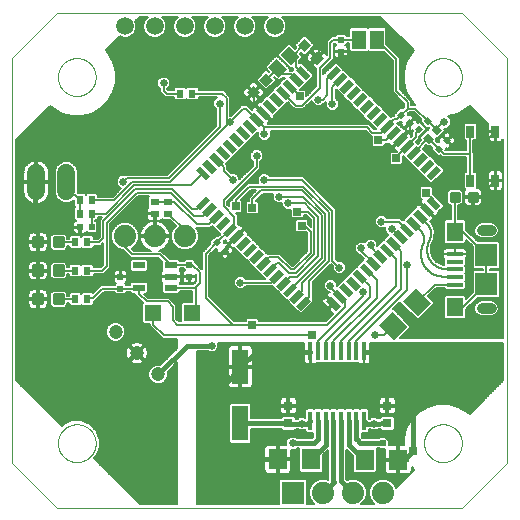
<source format=gtl>
G75*
%MOIN*%
%OFA0B0*%
%FSLAX25Y25*%
%IPPOS*%
%LPD*%
%AMOC8*
5,1,8,0,0,1.08239X$1,22.5*
%
%ADD10C,0.00000*%
%ADD11R,0.01969X0.01969*%
%ADD12R,0.01969X0.01969*%
%ADD13R,0.05512X0.11811*%
%ADD14R,0.03150X0.03150*%
%ADD15R,0.06299X0.07098*%
%ADD16R,0.07400X0.07400*%
%ADD17C,0.07400*%
%ADD18C,0.00039*%
%ADD19R,0.05315X0.01575*%
%ADD20C,0.03543*%
%ADD21R,0.05512X0.06299*%
%ADD22R,0.07480X0.07480*%
%ADD23R,0.02559X0.04134*%
%ADD24R,0.04134X0.02362*%
%ADD25R,0.03150X0.03150*%
%ADD26R,0.02362X0.02756*%
%ADD27C,0.05906*%
%ADD28C,0.06000*%
%ADD29R,0.02200X0.04700*%
%ADD30R,0.04700X0.02200*%
%ADD31R,0.04600X0.06300*%
%ADD32R,0.02756X0.02362*%
%ADD33C,0.04724*%
%ADD34C,0.01181*%
%ADD35R,0.04921X0.03937*%
%ADD36R,0.01575X0.06299*%
%ADD37R,0.11811X0.11811*%
%ADD38C,0.00875*%
%ADD39R,0.05500X0.05500*%
%ADD40C,0.02578*%
%ADD41C,0.01600*%
%ADD42C,0.00600*%
%ADD43R,0.02578X0.02578*%
%ADD44C,0.02400*%
D10*
X0080922Y0060000D02*
X0095922Y0045000D01*
X0230922Y0045000D01*
X0245922Y0060000D01*
X0245922Y0195000D01*
X0230922Y0210000D01*
X0095922Y0210000D01*
X0080922Y0195000D01*
X0080922Y0060000D01*
X0096099Y0066476D02*
X0096101Y0066634D01*
X0096107Y0066792D01*
X0096117Y0066950D01*
X0096131Y0067108D01*
X0096149Y0067265D01*
X0096170Y0067422D01*
X0096196Y0067578D01*
X0096226Y0067734D01*
X0096259Y0067889D01*
X0096297Y0068042D01*
X0096338Y0068195D01*
X0096383Y0068347D01*
X0096432Y0068498D01*
X0096485Y0068647D01*
X0096541Y0068795D01*
X0096601Y0068941D01*
X0096665Y0069086D01*
X0096733Y0069229D01*
X0096804Y0069371D01*
X0096878Y0069511D01*
X0096956Y0069648D01*
X0097038Y0069784D01*
X0097122Y0069918D01*
X0097211Y0070049D01*
X0097302Y0070178D01*
X0097397Y0070305D01*
X0097494Y0070430D01*
X0097595Y0070552D01*
X0097699Y0070671D01*
X0097806Y0070788D01*
X0097916Y0070902D01*
X0098029Y0071013D01*
X0098144Y0071122D01*
X0098262Y0071227D01*
X0098383Y0071329D01*
X0098506Y0071429D01*
X0098632Y0071525D01*
X0098760Y0071618D01*
X0098890Y0071708D01*
X0099023Y0071794D01*
X0099158Y0071878D01*
X0099294Y0071957D01*
X0099433Y0072034D01*
X0099574Y0072106D01*
X0099716Y0072176D01*
X0099860Y0072241D01*
X0100006Y0072303D01*
X0100153Y0072361D01*
X0100302Y0072416D01*
X0100452Y0072467D01*
X0100603Y0072514D01*
X0100755Y0072557D01*
X0100908Y0072596D01*
X0101063Y0072632D01*
X0101218Y0072663D01*
X0101374Y0072691D01*
X0101530Y0072715D01*
X0101687Y0072735D01*
X0101845Y0072751D01*
X0102002Y0072763D01*
X0102161Y0072771D01*
X0102319Y0072775D01*
X0102477Y0072775D01*
X0102635Y0072771D01*
X0102794Y0072763D01*
X0102951Y0072751D01*
X0103109Y0072735D01*
X0103266Y0072715D01*
X0103422Y0072691D01*
X0103578Y0072663D01*
X0103733Y0072632D01*
X0103888Y0072596D01*
X0104041Y0072557D01*
X0104193Y0072514D01*
X0104344Y0072467D01*
X0104494Y0072416D01*
X0104643Y0072361D01*
X0104790Y0072303D01*
X0104936Y0072241D01*
X0105080Y0072176D01*
X0105222Y0072106D01*
X0105363Y0072034D01*
X0105502Y0071957D01*
X0105638Y0071878D01*
X0105773Y0071794D01*
X0105906Y0071708D01*
X0106036Y0071618D01*
X0106164Y0071525D01*
X0106290Y0071429D01*
X0106413Y0071329D01*
X0106534Y0071227D01*
X0106652Y0071122D01*
X0106767Y0071013D01*
X0106880Y0070902D01*
X0106990Y0070788D01*
X0107097Y0070671D01*
X0107201Y0070552D01*
X0107302Y0070430D01*
X0107399Y0070305D01*
X0107494Y0070178D01*
X0107585Y0070049D01*
X0107674Y0069918D01*
X0107758Y0069784D01*
X0107840Y0069648D01*
X0107918Y0069511D01*
X0107992Y0069371D01*
X0108063Y0069229D01*
X0108131Y0069086D01*
X0108195Y0068941D01*
X0108255Y0068795D01*
X0108311Y0068647D01*
X0108364Y0068498D01*
X0108413Y0068347D01*
X0108458Y0068195D01*
X0108499Y0068042D01*
X0108537Y0067889D01*
X0108570Y0067734D01*
X0108600Y0067578D01*
X0108626Y0067422D01*
X0108647Y0067265D01*
X0108665Y0067108D01*
X0108679Y0066950D01*
X0108689Y0066792D01*
X0108695Y0066634D01*
X0108697Y0066476D01*
X0108695Y0066318D01*
X0108689Y0066160D01*
X0108679Y0066002D01*
X0108665Y0065844D01*
X0108647Y0065687D01*
X0108626Y0065530D01*
X0108600Y0065374D01*
X0108570Y0065218D01*
X0108537Y0065063D01*
X0108499Y0064910D01*
X0108458Y0064757D01*
X0108413Y0064605D01*
X0108364Y0064454D01*
X0108311Y0064305D01*
X0108255Y0064157D01*
X0108195Y0064011D01*
X0108131Y0063866D01*
X0108063Y0063723D01*
X0107992Y0063581D01*
X0107918Y0063441D01*
X0107840Y0063304D01*
X0107758Y0063168D01*
X0107674Y0063034D01*
X0107585Y0062903D01*
X0107494Y0062774D01*
X0107399Y0062647D01*
X0107302Y0062522D01*
X0107201Y0062400D01*
X0107097Y0062281D01*
X0106990Y0062164D01*
X0106880Y0062050D01*
X0106767Y0061939D01*
X0106652Y0061830D01*
X0106534Y0061725D01*
X0106413Y0061623D01*
X0106290Y0061523D01*
X0106164Y0061427D01*
X0106036Y0061334D01*
X0105906Y0061244D01*
X0105773Y0061158D01*
X0105638Y0061074D01*
X0105502Y0060995D01*
X0105363Y0060918D01*
X0105222Y0060846D01*
X0105080Y0060776D01*
X0104936Y0060711D01*
X0104790Y0060649D01*
X0104643Y0060591D01*
X0104494Y0060536D01*
X0104344Y0060485D01*
X0104193Y0060438D01*
X0104041Y0060395D01*
X0103888Y0060356D01*
X0103733Y0060320D01*
X0103578Y0060289D01*
X0103422Y0060261D01*
X0103266Y0060237D01*
X0103109Y0060217D01*
X0102951Y0060201D01*
X0102794Y0060189D01*
X0102635Y0060181D01*
X0102477Y0060177D01*
X0102319Y0060177D01*
X0102161Y0060181D01*
X0102002Y0060189D01*
X0101845Y0060201D01*
X0101687Y0060217D01*
X0101530Y0060237D01*
X0101374Y0060261D01*
X0101218Y0060289D01*
X0101063Y0060320D01*
X0100908Y0060356D01*
X0100755Y0060395D01*
X0100603Y0060438D01*
X0100452Y0060485D01*
X0100302Y0060536D01*
X0100153Y0060591D01*
X0100006Y0060649D01*
X0099860Y0060711D01*
X0099716Y0060776D01*
X0099574Y0060846D01*
X0099433Y0060918D01*
X0099294Y0060995D01*
X0099158Y0061074D01*
X0099023Y0061158D01*
X0098890Y0061244D01*
X0098760Y0061334D01*
X0098632Y0061427D01*
X0098506Y0061523D01*
X0098383Y0061623D01*
X0098262Y0061725D01*
X0098144Y0061830D01*
X0098029Y0061939D01*
X0097916Y0062050D01*
X0097806Y0062164D01*
X0097699Y0062281D01*
X0097595Y0062400D01*
X0097494Y0062522D01*
X0097397Y0062647D01*
X0097302Y0062774D01*
X0097211Y0062903D01*
X0097122Y0063034D01*
X0097038Y0063168D01*
X0096956Y0063304D01*
X0096878Y0063441D01*
X0096804Y0063581D01*
X0096733Y0063723D01*
X0096665Y0063866D01*
X0096601Y0064011D01*
X0096541Y0064157D01*
X0096485Y0064305D01*
X0096432Y0064454D01*
X0096383Y0064605D01*
X0096338Y0064757D01*
X0096297Y0064910D01*
X0096259Y0065063D01*
X0096226Y0065218D01*
X0096196Y0065374D01*
X0096170Y0065530D01*
X0096149Y0065687D01*
X0096131Y0065844D01*
X0096117Y0066002D01*
X0096107Y0066160D01*
X0096101Y0066318D01*
X0096099Y0066476D01*
X0218146Y0066476D02*
X0218148Y0066634D01*
X0218154Y0066792D01*
X0218164Y0066950D01*
X0218178Y0067108D01*
X0218196Y0067265D01*
X0218217Y0067422D01*
X0218243Y0067578D01*
X0218273Y0067734D01*
X0218306Y0067889D01*
X0218344Y0068042D01*
X0218385Y0068195D01*
X0218430Y0068347D01*
X0218479Y0068498D01*
X0218532Y0068647D01*
X0218588Y0068795D01*
X0218648Y0068941D01*
X0218712Y0069086D01*
X0218780Y0069229D01*
X0218851Y0069371D01*
X0218925Y0069511D01*
X0219003Y0069648D01*
X0219085Y0069784D01*
X0219169Y0069918D01*
X0219258Y0070049D01*
X0219349Y0070178D01*
X0219444Y0070305D01*
X0219541Y0070430D01*
X0219642Y0070552D01*
X0219746Y0070671D01*
X0219853Y0070788D01*
X0219963Y0070902D01*
X0220076Y0071013D01*
X0220191Y0071122D01*
X0220309Y0071227D01*
X0220430Y0071329D01*
X0220553Y0071429D01*
X0220679Y0071525D01*
X0220807Y0071618D01*
X0220937Y0071708D01*
X0221070Y0071794D01*
X0221205Y0071878D01*
X0221341Y0071957D01*
X0221480Y0072034D01*
X0221621Y0072106D01*
X0221763Y0072176D01*
X0221907Y0072241D01*
X0222053Y0072303D01*
X0222200Y0072361D01*
X0222349Y0072416D01*
X0222499Y0072467D01*
X0222650Y0072514D01*
X0222802Y0072557D01*
X0222955Y0072596D01*
X0223110Y0072632D01*
X0223265Y0072663D01*
X0223421Y0072691D01*
X0223577Y0072715D01*
X0223734Y0072735D01*
X0223892Y0072751D01*
X0224049Y0072763D01*
X0224208Y0072771D01*
X0224366Y0072775D01*
X0224524Y0072775D01*
X0224682Y0072771D01*
X0224841Y0072763D01*
X0224998Y0072751D01*
X0225156Y0072735D01*
X0225313Y0072715D01*
X0225469Y0072691D01*
X0225625Y0072663D01*
X0225780Y0072632D01*
X0225935Y0072596D01*
X0226088Y0072557D01*
X0226240Y0072514D01*
X0226391Y0072467D01*
X0226541Y0072416D01*
X0226690Y0072361D01*
X0226837Y0072303D01*
X0226983Y0072241D01*
X0227127Y0072176D01*
X0227269Y0072106D01*
X0227410Y0072034D01*
X0227549Y0071957D01*
X0227685Y0071878D01*
X0227820Y0071794D01*
X0227953Y0071708D01*
X0228083Y0071618D01*
X0228211Y0071525D01*
X0228337Y0071429D01*
X0228460Y0071329D01*
X0228581Y0071227D01*
X0228699Y0071122D01*
X0228814Y0071013D01*
X0228927Y0070902D01*
X0229037Y0070788D01*
X0229144Y0070671D01*
X0229248Y0070552D01*
X0229349Y0070430D01*
X0229446Y0070305D01*
X0229541Y0070178D01*
X0229632Y0070049D01*
X0229721Y0069918D01*
X0229805Y0069784D01*
X0229887Y0069648D01*
X0229965Y0069511D01*
X0230039Y0069371D01*
X0230110Y0069229D01*
X0230178Y0069086D01*
X0230242Y0068941D01*
X0230302Y0068795D01*
X0230358Y0068647D01*
X0230411Y0068498D01*
X0230460Y0068347D01*
X0230505Y0068195D01*
X0230546Y0068042D01*
X0230584Y0067889D01*
X0230617Y0067734D01*
X0230647Y0067578D01*
X0230673Y0067422D01*
X0230694Y0067265D01*
X0230712Y0067108D01*
X0230726Y0066950D01*
X0230736Y0066792D01*
X0230742Y0066634D01*
X0230744Y0066476D01*
X0230742Y0066318D01*
X0230736Y0066160D01*
X0230726Y0066002D01*
X0230712Y0065844D01*
X0230694Y0065687D01*
X0230673Y0065530D01*
X0230647Y0065374D01*
X0230617Y0065218D01*
X0230584Y0065063D01*
X0230546Y0064910D01*
X0230505Y0064757D01*
X0230460Y0064605D01*
X0230411Y0064454D01*
X0230358Y0064305D01*
X0230302Y0064157D01*
X0230242Y0064011D01*
X0230178Y0063866D01*
X0230110Y0063723D01*
X0230039Y0063581D01*
X0229965Y0063441D01*
X0229887Y0063304D01*
X0229805Y0063168D01*
X0229721Y0063034D01*
X0229632Y0062903D01*
X0229541Y0062774D01*
X0229446Y0062647D01*
X0229349Y0062522D01*
X0229248Y0062400D01*
X0229144Y0062281D01*
X0229037Y0062164D01*
X0228927Y0062050D01*
X0228814Y0061939D01*
X0228699Y0061830D01*
X0228581Y0061725D01*
X0228460Y0061623D01*
X0228337Y0061523D01*
X0228211Y0061427D01*
X0228083Y0061334D01*
X0227953Y0061244D01*
X0227820Y0061158D01*
X0227685Y0061074D01*
X0227549Y0060995D01*
X0227410Y0060918D01*
X0227269Y0060846D01*
X0227127Y0060776D01*
X0226983Y0060711D01*
X0226837Y0060649D01*
X0226690Y0060591D01*
X0226541Y0060536D01*
X0226391Y0060485D01*
X0226240Y0060438D01*
X0226088Y0060395D01*
X0225935Y0060356D01*
X0225780Y0060320D01*
X0225625Y0060289D01*
X0225469Y0060261D01*
X0225313Y0060237D01*
X0225156Y0060217D01*
X0224998Y0060201D01*
X0224841Y0060189D01*
X0224682Y0060181D01*
X0224524Y0060177D01*
X0224366Y0060177D01*
X0224208Y0060181D01*
X0224049Y0060189D01*
X0223892Y0060201D01*
X0223734Y0060217D01*
X0223577Y0060237D01*
X0223421Y0060261D01*
X0223265Y0060289D01*
X0223110Y0060320D01*
X0222955Y0060356D01*
X0222802Y0060395D01*
X0222650Y0060438D01*
X0222499Y0060485D01*
X0222349Y0060536D01*
X0222200Y0060591D01*
X0222053Y0060649D01*
X0221907Y0060711D01*
X0221763Y0060776D01*
X0221621Y0060846D01*
X0221480Y0060918D01*
X0221341Y0060995D01*
X0221205Y0061074D01*
X0221070Y0061158D01*
X0220937Y0061244D01*
X0220807Y0061334D01*
X0220679Y0061427D01*
X0220553Y0061523D01*
X0220430Y0061623D01*
X0220309Y0061725D01*
X0220191Y0061830D01*
X0220076Y0061939D01*
X0219963Y0062050D01*
X0219853Y0062164D01*
X0219746Y0062281D01*
X0219642Y0062400D01*
X0219541Y0062522D01*
X0219444Y0062647D01*
X0219349Y0062774D01*
X0219258Y0062903D01*
X0219169Y0063034D01*
X0219085Y0063168D01*
X0219003Y0063304D01*
X0218925Y0063441D01*
X0218851Y0063581D01*
X0218780Y0063723D01*
X0218712Y0063866D01*
X0218648Y0064011D01*
X0218588Y0064157D01*
X0218532Y0064305D01*
X0218479Y0064454D01*
X0218430Y0064605D01*
X0218385Y0064757D01*
X0218344Y0064910D01*
X0218306Y0065063D01*
X0218273Y0065218D01*
X0218243Y0065374D01*
X0218217Y0065530D01*
X0218196Y0065687D01*
X0218178Y0065844D01*
X0218164Y0066002D01*
X0218154Y0066160D01*
X0218148Y0066318D01*
X0218146Y0066476D01*
X0218146Y0188524D02*
X0218148Y0188682D01*
X0218154Y0188840D01*
X0218164Y0188998D01*
X0218178Y0189156D01*
X0218196Y0189313D01*
X0218217Y0189470D01*
X0218243Y0189626D01*
X0218273Y0189782D01*
X0218306Y0189937D01*
X0218344Y0190090D01*
X0218385Y0190243D01*
X0218430Y0190395D01*
X0218479Y0190546D01*
X0218532Y0190695D01*
X0218588Y0190843D01*
X0218648Y0190989D01*
X0218712Y0191134D01*
X0218780Y0191277D01*
X0218851Y0191419D01*
X0218925Y0191559D01*
X0219003Y0191696D01*
X0219085Y0191832D01*
X0219169Y0191966D01*
X0219258Y0192097D01*
X0219349Y0192226D01*
X0219444Y0192353D01*
X0219541Y0192478D01*
X0219642Y0192600D01*
X0219746Y0192719D01*
X0219853Y0192836D01*
X0219963Y0192950D01*
X0220076Y0193061D01*
X0220191Y0193170D01*
X0220309Y0193275D01*
X0220430Y0193377D01*
X0220553Y0193477D01*
X0220679Y0193573D01*
X0220807Y0193666D01*
X0220937Y0193756D01*
X0221070Y0193842D01*
X0221205Y0193926D01*
X0221341Y0194005D01*
X0221480Y0194082D01*
X0221621Y0194154D01*
X0221763Y0194224D01*
X0221907Y0194289D01*
X0222053Y0194351D01*
X0222200Y0194409D01*
X0222349Y0194464D01*
X0222499Y0194515D01*
X0222650Y0194562D01*
X0222802Y0194605D01*
X0222955Y0194644D01*
X0223110Y0194680D01*
X0223265Y0194711D01*
X0223421Y0194739D01*
X0223577Y0194763D01*
X0223734Y0194783D01*
X0223892Y0194799D01*
X0224049Y0194811D01*
X0224208Y0194819D01*
X0224366Y0194823D01*
X0224524Y0194823D01*
X0224682Y0194819D01*
X0224841Y0194811D01*
X0224998Y0194799D01*
X0225156Y0194783D01*
X0225313Y0194763D01*
X0225469Y0194739D01*
X0225625Y0194711D01*
X0225780Y0194680D01*
X0225935Y0194644D01*
X0226088Y0194605D01*
X0226240Y0194562D01*
X0226391Y0194515D01*
X0226541Y0194464D01*
X0226690Y0194409D01*
X0226837Y0194351D01*
X0226983Y0194289D01*
X0227127Y0194224D01*
X0227269Y0194154D01*
X0227410Y0194082D01*
X0227549Y0194005D01*
X0227685Y0193926D01*
X0227820Y0193842D01*
X0227953Y0193756D01*
X0228083Y0193666D01*
X0228211Y0193573D01*
X0228337Y0193477D01*
X0228460Y0193377D01*
X0228581Y0193275D01*
X0228699Y0193170D01*
X0228814Y0193061D01*
X0228927Y0192950D01*
X0229037Y0192836D01*
X0229144Y0192719D01*
X0229248Y0192600D01*
X0229349Y0192478D01*
X0229446Y0192353D01*
X0229541Y0192226D01*
X0229632Y0192097D01*
X0229721Y0191966D01*
X0229805Y0191832D01*
X0229887Y0191696D01*
X0229965Y0191559D01*
X0230039Y0191419D01*
X0230110Y0191277D01*
X0230178Y0191134D01*
X0230242Y0190989D01*
X0230302Y0190843D01*
X0230358Y0190695D01*
X0230411Y0190546D01*
X0230460Y0190395D01*
X0230505Y0190243D01*
X0230546Y0190090D01*
X0230584Y0189937D01*
X0230617Y0189782D01*
X0230647Y0189626D01*
X0230673Y0189470D01*
X0230694Y0189313D01*
X0230712Y0189156D01*
X0230726Y0188998D01*
X0230736Y0188840D01*
X0230742Y0188682D01*
X0230744Y0188524D01*
X0230742Y0188366D01*
X0230736Y0188208D01*
X0230726Y0188050D01*
X0230712Y0187892D01*
X0230694Y0187735D01*
X0230673Y0187578D01*
X0230647Y0187422D01*
X0230617Y0187266D01*
X0230584Y0187111D01*
X0230546Y0186958D01*
X0230505Y0186805D01*
X0230460Y0186653D01*
X0230411Y0186502D01*
X0230358Y0186353D01*
X0230302Y0186205D01*
X0230242Y0186059D01*
X0230178Y0185914D01*
X0230110Y0185771D01*
X0230039Y0185629D01*
X0229965Y0185489D01*
X0229887Y0185352D01*
X0229805Y0185216D01*
X0229721Y0185082D01*
X0229632Y0184951D01*
X0229541Y0184822D01*
X0229446Y0184695D01*
X0229349Y0184570D01*
X0229248Y0184448D01*
X0229144Y0184329D01*
X0229037Y0184212D01*
X0228927Y0184098D01*
X0228814Y0183987D01*
X0228699Y0183878D01*
X0228581Y0183773D01*
X0228460Y0183671D01*
X0228337Y0183571D01*
X0228211Y0183475D01*
X0228083Y0183382D01*
X0227953Y0183292D01*
X0227820Y0183206D01*
X0227685Y0183122D01*
X0227549Y0183043D01*
X0227410Y0182966D01*
X0227269Y0182894D01*
X0227127Y0182824D01*
X0226983Y0182759D01*
X0226837Y0182697D01*
X0226690Y0182639D01*
X0226541Y0182584D01*
X0226391Y0182533D01*
X0226240Y0182486D01*
X0226088Y0182443D01*
X0225935Y0182404D01*
X0225780Y0182368D01*
X0225625Y0182337D01*
X0225469Y0182309D01*
X0225313Y0182285D01*
X0225156Y0182265D01*
X0224998Y0182249D01*
X0224841Y0182237D01*
X0224682Y0182229D01*
X0224524Y0182225D01*
X0224366Y0182225D01*
X0224208Y0182229D01*
X0224049Y0182237D01*
X0223892Y0182249D01*
X0223734Y0182265D01*
X0223577Y0182285D01*
X0223421Y0182309D01*
X0223265Y0182337D01*
X0223110Y0182368D01*
X0222955Y0182404D01*
X0222802Y0182443D01*
X0222650Y0182486D01*
X0222499Y0182533D01*
X0222349Y0182584D01*
X0222200Y0182639D01*
X0222053Y0182697D01*
X0221907Y0182759D01*
X0221763Y0182824D01*
X0221621Y0182894D01*
X0221480Y0182966D01*
X0221341Y0183043D01*
X0221205Y0183122D01*
X0221070Y0183206D01*
X0220937Y0183292D01*
X0220807Y0183382D01*
X0220679Y0183475D01*
X0220553Y0183571D01*
X0220430Y0183671D01*
X0220309Y0183773D01*
X0220191Y0183878D01*
X0220076Y0183987D01*
X0219963Y0184098D01*
X0219853Y0184212D01*
X0219746Y0184329D01*
X0219642Y0184448D01*
X0219541Y0184570D01*
X0219444Y0184695D01*
X0219349Y0184822D01*
X0219258Y0184951D01*
X0219169Y0185082D01*
X0219085Y0185216D01*
X0219003Y0185352D01*
X0218925Y0185489D01*
X0218851Y0185629D01*
X0218780Y0185771D01*
X0218712Y0185914D01*
X0218648Y0186059D01*
X0218588Y0186205D01*
X0218532Y0186353D01*
X0218479Y0186502D01*
X0218430Y0186653D01*
X0218385Y0186805D01*
X0218344Y0186958D01*
X0218306Y0187111D01*
X0218273Y0187266D01*
X0218243Y0187422D01*
X0218217Y0187578D01*
X0218196Y0187735D01*
X0218178Y0187892D01*
X0218164Y0188050D01*
X0218154Y0188208D01*
X0218148Y0188366D01*
X0218146Y0188524D01*
X0096099Y0188524D02*
X0096101Y0188682D01*
X0096107Y0188840D01*
X0096117Y0188998D01*
X0096131Y0189156D01*
X0096149Y0189313D01*
X0096170Y0189470D01*
X0096196Y0189626D01*
X0096226Y0189782D01*
X0096259Y0189937D01*
X0096297Y0190090D01*
X0096338Y0190243D01*
X0096383Y0190395D01*
X0096432Y0190546D01*
X0096485Y0190695D01*
X0096541Y0190843D01*
X0096601Y0190989D01*
X0096665Y0191134D01*
X0096733Y0191277D01*
X0096804Y0191419D01*
X0096878Y0191559D01*
X0096956Y0191696D01*
X0097038Y0191832D01*
X0097122Y0191966D01*
X0097211Y0192097D01*
X0097302Y0192226D01*
X0097397Y0192353D01*
X0097494Y0192478D01*
X0097595Y0192600D01*
X0097699Y0192719D01*
X0097806Y0192836D01*
X0097916Y0192950D01*
X0098029Y0193061D01*
X0098144Y0193170D01*
X0098262Y0193275D01*
X0098383Y0193377D01*
X0098506Y0193477D01*
X0098632Y0193573D01*
X0098760Y0193666D01*
X0098890Y0193756D01*
X0099023Y0193842D01*
X0099158Y0193926D01*
X0099294Y0194005D01*
X0099433Y0194082D01*
X0099574Y0194154D01*
X0099716Y0194224D01*
X0099860Y0194289D01*
X0100006Y0194351D01*
X0100153Y0194409D01*
X0100302Y0194464D01*
X0100452Y0194515D01*
X0100603Y0194562D01*
X0100755Y0194605D01*
X0100908Y0194644D01*
X0101063Y0194680D01*
X0101218Y0194711D01*
X0101374Y0194739D01*
X0101530Y0194763D01*
X0101687Y0194783D01*
X0101845Y0194799D01*
X0102002Y0194811D01*
X0102161Y0194819D01*
X0102319Y0194823D01*
X0102477Y0194823D01*
X0102635Y0194819D01*
X0102794Y0194811D01*
X0102951Y0194799D01*
X0103109Y0194783D01*
X0103266Y0194763D01*
X0103422Y0194739D01*
X0103578Y0194711D01*
X0103733Y0194680D01*
X0103888Y0194644D01*
X0104041Y0194605D01*
X0104193Y0194562D01*
X0104344Y0194515D01*
X0104494Y0194464D01*
X0104643Y0194409D01*
X0104790Y0194351D01*
X0104936Y0194289D01*
X0105080Y0194224D01*
X0105222Y0194154D01*
X0105363Y0194082D01*
X0105502Y0194005D01*
X0105638Y0193926D01*
X0105773Y0193842D01*
X0105906Y0193756D01*
X0106036Y0193666D01*
X0106164Y0193573D01*
X0106290Y0193477D01*
X0106413Y0193377D01*
X0106534Y0193275D01*
X0106652Y0193170D01*
X0106767Y0193061D01*
X0106880Y0192950D01*
X0106990Y0192836D01*
X0107097Y0192719D01*
X0107201Y0192600D01*
X0107302Y0192478D01*
X0107399Y0192353D01*
X0107494Y0192226D01*
X0107585Y0192097D01*
X0107674Y0191966D01*
X0107758Y0191832D01*
X0107840Y0191696D01*
X0107918Y0191559D01*
X0107992Y0191419D01*
X0108063Y0191277D01*
X0108131Y0191134D01*
X0108195Y0190989D01*
X0108255Y0190843D01*
X0108311Y0190695D01*
X0108364Y0190546D01*
X0108413Y0190395D01*
X0108458Y0190243D01*
X0108499Y0190090D01*
X0108537Y0189937D01*
X0108570Y0189782D01*
X0108600Y0189626D01*
X0108626Y0189470D01*
X0108647Y0189313D01*
X0108665Y0189156D01*
X0108679Y0188998D01*
X0108689Y0188840D01*
X0108695Y0188682D01*
X0108697Y0188524D01*
X0108695Y0188366D01*
X0108689Y0188208D01*
X0108679Y0188050D01*
X0108665Y0187892D01*
X0108647Y0187735D01*
X0108626Y0187578D01*
X0108600Y0187422D01*
X0108570Y0187266D01*
X0108537Y0187111D01*
X0108499Y0186958D01*
X0108458Y0186805D01*
X0108413Y0186653D01*
X0108364Y0186502D01*
X0108311Y0186353D01*
X0108255Y0186205D01*
X0108195Y0186059D01*
X0108131Y0185914D01*
X0108063Y0185771D01*
X0107992Y0185629D01*
X0107918Y0185489D01*
X0107840Y0185352D01*
X0107758Y0185216D01*
X0107674Y0185082D01*
X0107585Y0184951D01*
X0107494Y0184822D01*
X0107399Y0184695D01*
X0107302Y0184570D01*
X0107201Y0184448D01*
X0107097Y0184329D01*
X0106990Y0184212D01*
X0106880Y0184098D01*
X0106767Y0183987D01*
X0106652Y0183878D01*
X0106534Y0183773D01*
X0106413Y0183671D01*
X0106290Y0183571D01*
X0106164Y0183475D01*
X0106036Y0183382D01*
X0105906Y0183292D01*
X0105773Y0183206D01*
X0105638Y0183122D01*
X0105502Y0183043D01*
X0105363Y0182966D01*
X0105222Y0182894D01*
X0105080Y0182824D01*
X0104936Y0182759D01*
X0104790Y0182697D01*
X0104643Y0182639D01*
X0104494Y0182584D01*
X0104344Y0182533D01*
X0104193Y0182486D01*
X0104041Y0182443D01*
X0103888Y0182404D01*
X0103733Y0182368D01*
X0103578Y0182337D01*
X0103422Y0182309D01*
X0103266Y0182285D01*
X0103109Y0182265D01*
X0102951Y0182249D01*
X0102794Y0182237D01*
X0102635Y0182229D01*
X0102477Y0182225D01*
X0102319Y0182225D01*
X0102161Y0182229D01*
X0102002Y0182237D01*
X0101845Y0182249D01*
X0101687Y0182265D01*
X0101530Y0182285D01*
X0101374Y0182309D01*
X0101218Y0182337D01*
X0101063Y0182368D01*
X0100908Y0182404D01*
X0100755Y0182443D01*
X0100603Y0182486D01*
X0100452Y0182533D01*
X0100302Y0182584D01*
X0100153Y0182639D01*
X0100006Y0182697D01*
X0099860Y0182759D01*
X0099716Y0182824D01*
X0099574Y0182894D01*
X0099433Y0182966D01*
X0099294Y0183043D01*
X0099158Y0183122D01*
X0099023Y0183206D01*
X0098890Y0183292D01*
X0098760Y0183382D01*
X0098632Y0183475D01*
X0098506Y0183571D01*
X0098383Y0183671D01*
X0098262Y0183773D01*
X0098144Y0183878D01*
X0098029Y0183987D01*
X0097916Y0184098D01*
X0097806Y0184212D01*
X0097699Y0184329D01*
X0097595Y0184448D01*
X0097494Y0184570D01*
X0097397Y0184695D01*
X0097302Y0184822D01*
X0097211Y0184951D01*
X0097122Y0185082D01*
X0097038Y0185216D01*
X0096956Y0185352D01*
X0096878Y0185489D01*
X0096804Y0185629D01*
X0096733Y0185771D01*
X0096665Y0185914D01*
X0096601Y0186059D01*
X0096541Y0186205D01*
X0096485Y0186353D01*
X0096432Y0186502D01*
X0096383Y0186653D01*
X0096338Y0186805D01*
X0096297Y0186958D01*
X0096259Y0187111D01*
X0096226Y0187266D01*
X0096196Y0187422D01*
X0096170Y0187578D01*
X0096149Y0187735D01*
X0096131Y0187892D01*
X0096117Y0188050D01*
X0096107Y0188208D01*
X0096101Y0188366D01*
X0096099Y0188524D01*
D11*
G36*
X0149030Y0132001D02*
X0147639Y0133392D01*
X0149030Y0134783D01*
X0150421Y0133392D01*
X0149030Y0132001D01*
G37*
G36*
X0151814Y0129217D02*
X0150423Y0130608D01*
X0151814Y0131999D01*
X0153205Y0130608D01*
X0151814Y0129217D01*
G37*
G36*
X0221639Y0164608D02*
X0223030Y0165999D01*
X0224421Y0164608D01*
X0223030Y0163217D01*
X0221639Y0164608D01*
G37*
G36*
X0224423Y0167392D02*
X0225814Y0168783D01*
X0227205Y0167392D01*
X0225814Y0166001D01*
X0224423Y0167392D01*
G37*
G36*
X0217921Y0171108D02*
X0216530Y0169717D01*
X0215139Y0171108D01*
X0216530Y0172499D01*
X0217921Y0171108D01*
G37*
G36*
X0220705Y0173892D02*
X0219314Y0172501D01*
X0217923Y0173892D01*
X0219314Y0175283D01*
X0220705Y0173892D01*
G37*
G36*
X0213314Y0171717D02*
X0211923Y0173108D01*
X0213314Y0174499D01*
X0214705Y0173108D01*
X0213314Y0171717D01*
G37*
G36*
X0210530Y0174501D02*
X0209139Y0175892D01*
X0210530Y0177283D01*
X0211921Y0175892D01*
X0210530Y0174501D01*
G37*
D12*
X0190422Y0197031D03*
X0190422Y0200969D03*
X0107390Y0138500D03*
X0103453Y0138500D03*
X0116922Y0121969D03*
X0116922Y0118031D03*
X0139922Y0122031D03*
X0139922Y0125969D03*
D13*
X0156922Y0091949D03*
X0156922Y0073051D03*
D14*
X0172922Y0073047D03*
X0172922Y0078953D03*
X0205922Y0078953D03*
X0205922Y0073047D03*
D15*
X0209570Y0060980D03*
X0198373Y0060980D03*
X0180570Y0061100D03*
X0169373Y0061100D03*
G36*
X0203227Y0105823D02*
X0207681Y0110277D01*
X0212699Y0105259D01*
X0208245Y0100805D01*
X0203227Y0105823D01*
G37*
G36*
X0211144Y0113741D02*
X0215598Y0118195D01*
X0220616Y0113177D01*
X0216162Y0108723D01*
X0211144Y0113741D01*
G37*
D16*
X0174422Y0050000D03*
D17*
X0184422Y0050000D03*
X0194422Y0050000D03*
X0204422Y0050000D03*
X0138422Y0135500D03*
X0128422Y0135500D03*
X0118422Y0135500D03*
D18*
X0237556Y0136402D02*
X0240312Y0136402D01*
X0241296Y0137386D02*
X0241294Y0137448D01*
X0241288Y0137509D01*
X0241279Y0137570D01*
X0241265Y0137631D01*
X0241248Y0137690D01*
X0241227Y0137748D01*
X0241202Y0137805D01*
X0241174Y0137860D01*
X0241143Y0137913D01*
X0241108Y0137964D01*
X0241070Y0138013D01*
X0241029Y0138060D01*
X0240986Y0138103D01*
X0240939Y0138144D01*
X0240890Y0138182D01*
X0240839Y0138217D01*
X0240786Y0138248D01*
X0240731Y0138276D01*
X0240674Y0138301D01*
X0240616Y0138322D01*
X0240557Y0138339D01*
X0240496Y0138353D01*
X0240435Y0138362D01*
X0240374Y0138368D01*
X0240312Y0138370D01*
X0237556Y0138370D01*
X0236572Y0137386D02*
X0236574Y0137324D01*
X0236580Y0137263D01*
X0236589Y0137202D01*
X0236603Y0137141D01*
X0236620Y0137082D01*
X0236641Y0137024D01*
X0236666Y0136967D01*
X0236694Y0136912D01*
X0236725Y0136859D01*
X0236760Y0136808D01*
X0236798Y0136759D01*
X0236839Y0136712D01*
X0236882Y0136669D01*
X0236929Y0136628D01*
X0236978Y0136590D01*
X0237029Y0136555D01*
X0237082Y0136524D01*
X0237137Y0136496D01*
X0237194Y0136471D01*
X0237252Y0136450D01*
X0237311Y0136433D01*
X0237372Y0136419D01*
X0237433Y0136410D01*
X0237494Y0136404D01*
X0237556Y0136402D01*
X0236572Y0137386D02*
X0236574Y0137448D01*
X0236580Y0137509D01*
X0236589Y0137570D01*
X0236603Y0137631D01*
X0236620Y0137690D01*
X0236641Y0137748D01*
X0236666Y0137805D01*
X0236694Y0137860D01*
X0236725Y0137913D01*
X0236760Y0137964D01*
X0236798Y0138013D01*
X0236839Y0138060D01*
X0236882Y0138103D01*
X0236929Y0138144D01*
X0236978Y0138182D01*
X0237029Y0138217D01*
X0237082Y0138248D01*
X0237137Y0138276D01*
X0237194Y0138301D01*
X0237252Y0138322D01*
X0237311Y0138339D01*
X0237372Y0138353D01*
X0237433Y0138362D01*
X0237494Y0138368D01*
X0237556Y0138370D01*
X0240312Y0136402D02*
X0240374Y0136404D01*
X0240435Y0136410D01*
X0240496Y0136419D01*
X0240557Y0136433D01*
X0240616Y0136450D01*
X0240674Y0136471D01*
X0240731Y0136496D01*
X0240786Y0136524D01*
X0240839Y0136555D01*
X0240890Y0136590D01*
X0240939Y0136628D01*
X0240986Y0136669D01*
X0241029Y0136712D01*
X0241070Y0136759D01*
X0241108Y0136808D01*
X0241143Y0136859D01*
X0241174Y0136912D01*
X0241202Y0136967D01*
X0241227Y0137024D01*
X0241248Y0137082D01*
X0241265Y0137141D01*
X0241279Y0137202D01*
X0241288Y0137263D01*
X0241294Y0137324D01*
X0241296Y0137386D01*
X0240312Y0112386D02*
X0237556Y0112386D01*
X0236572Y0111402D02*
X0236574Y0111340D01*
X0236580Y0111279D01*
X0236589Y0111218D01*
X0236603Y0111157D01*
X0236620Y0111098D01*
X0236641Y0111040D01*
X0236666Y0110983D01*
X0236694Y0110928D01*
X0236725Y0110875D01*
X0236760Y0110824D01*
X0236798Y0110775D01*
X0236839Y0110728D01*
X0236882Y0110685D01*
X0236929Y0110644D01*
X0236978Y0110606D01*
X0237029Y0110571D01*
X0237082Y0110540D01*
X0237137Y0110512D01*
X0237194Y0110487D01*
X0237252Y0110466D01*
X0237311Y0110449D01*
X0237372Y0110435D01*
X0237433Y0110426D01*
X0237494Y0110420D01*
X0237556Y0110418D01*
X0237556Y0110417D02*
X0240312Y0110417D01*
X0241296Y0111402D02*
X0241294Y0111464D01*
X0241288Y0111525D01*
X0241279Y0111586D01*
X0241265Y0111647D01*
X0241248Y0111706D01*
X0241227Y0111764D01*
X0241202Y0111821D01*
X0241174Y0111876D01*
X0241143Y0111929D01*
X0241108Y0111980D01*
X0241070Y0112029D01*
X0241029Y0112076D01*
X0240986Y0112119D01*
X0240939Y0112160D01*
X0240890Y0112198D01*
X0240839Y0112233D01*
X0240786Y0112264D01*
X0240731Y0112292D01*
X0240674Y0112317D01*
X0240616Y0112338D01*
X0240557Y0112355D01*
X0240496Y0112369D01*
X0240435Y0112378D01*
X0240374Y0112384D01*
X0240312Y0112386D01*
X0241296Y0111402D02*
X0241294Y0111340D01*
X0241288Y0111279D01*
X0241279Y0111218D01*
X0241265Y0111157D01*
X0241248Y0111098D01*
X0241227Y0111040D01*
X0241202Y0110983D01*
X0241174Y0110928D01*
X0241143Y0110875D01*
X0241108Y0110824D01*
X0241070Y0110775D01*
X0241029Y0110728D01*
X0240986Y0110685D01*
X0240939Y0110644D01*
X0240890Y0110606D01*
X0240839Y0110571D01*
X0240786Y0110540D01*
X0240731Y0110512D01*
X0240674Y0110487D01*
X0240616Y0110466D01*
X0240557Y0110449D01*
X0240496Y0110435D01*
X0240435Y0110426D01*
X0240374Y0110420D01*
X0240312Y0110418D01*
X0237556Y0112386D02*
X0237494Y0112384D01*
X0237433Y0112378D01*
X0237372Y0112369D01*
X0237311Y0112355D01*
X0237252Y0112338D01*
X0237194Y0112317D01*
X0237137Y0112292D01*
X0237082Y0112264D01*
X0237029Y0112233D01*
X0236978Y0112198D01*
X0236929Y0112160D01*
X0236882Y0112119D01*
X0236839Y0112076D01*
X0236798Y0112029D01*
X0236760Y0111980D01*
X0236725Y0111929D01*
X0236694Y0111876D01*
X0236666Y0111821D01*
X0236641Y0111764D01*
X0236620Y0111706D01*
X0236603Y0111647D01*
X0236589Y0111586D01*
X0236580Y0111525D01*
X0236574Y0111464D01*
X0236572Y0111402D01*
D19*
X0228422Y0119276D03*
X0228422Y0121835D03*
X0228422Y0124394D03*
X0228422Y0126953D03*
X0228422Y0129512D03*
D20*
X0237556Y0137386D02*
X0237556Y0137386D01*
X0240312Y0137386D01*
X0240312Y0137386D01*
X0237556Y0137386D01*
X0237556Y0111402D02*
X0237556Y0111402D01*
X0240312Y0111402D01*
X0240312Y0111402D01*
X0237556Y0111402D01*
D21*
X0228422Y0111795D03*
X0228422Y0136992D03*
D22*
X0238953Y0129118D03*
X0238953Y0119669D03*
D23*
X0241954Y0154031D03*
X0233489Y0154031D03*
X0233489Y0170369D03*
X0241954Y0170369D03*
D24*
X0133737Y0125740D03*
X0133737Y0122000D03*
X0133737Y0118260D03*
X0123107Y0118260D03*
X0123107Y0125740D03*
D25*
G36*
X0163561Y0183412D02*
X0161334Y0181185D01*
X0159107Y0183412D01*
X0161334Y0185639D01*
X0163561Y0183412D01*
G37*
G36*
X0167737Y0187588D02*
X0165510Y0185361D01*
X0163283Y0187588D01*
X0165510Y0189815D01*
X0167737Y0187588D01*
G37*
G36*
X0182510Y0197139D02*
X0184737Y0194912D01*
X0182510Y0192685D01*
X0180283Y0194912D01*
X0182510Y0197139D01*
G37*
G36*
X0178334Y0201315D02*
X0180561Y0199088D01*
X0178334Y0196861D01*
X0176107Y0199088D01*
X0178334Y0201315D01*
G37*
D26*
X0140890Y0183000D03*
X0136953Y0183000D03*
X0107390Y0147500D03*
X0103453Y0147500D03*
X0103453Y0143000D03*
X0107390Y0143000D03*
X0105890Y0133500D03*
X0101953Y0133500D03*
X0101953Y0124000D03*
X0105890Y0124000D03*
X0105890Y0114500D03*
X0101953Y0114500D03*
G36*
X0217721Y0168247D02*
X0219391Y0169917D01*
X0221339Y0167969D01*
X0219669Y0166299D01*
X0217721Y0168247D01*
G37*
G36*
X0220505Y0171031D02*
X0222175Y0172701D01*
X0224123Y0170753D01*
X0222453Y0169083D01*
X0220505Y0171031D01*
G37*
D27*
X0168422Y0205500D03*
X0158422Y0205500D03*
X0148422Y0205500D03*
X0138422Y0205500D03*
X0128422Y0205500D03*
X0118422Y0205500D03*
D28*
X0098922Y0156500D02*
X0098922Y0150500D01*
X0088922Y0150500D02*
X0088922Y0156500D01*
D29*
G36*
X0143621Y0144050D02*
X0142065Y0145606D01*
X0145387Y0148928D01*
X0146943Y0147372D01*
X0143621Y0144050D01*
G37*
G36*
X0145848Y0141823D02*
X0144292Y0143379D01*
X0147614Y0146701D01*
X0149170Y0145145D01*
X0145848Y0141823D01*
G37*
G36*
X0148075Y0139596D02*
X0146519Y0141152D01*
X0149841Y0144474D01*
X0151397Y0142918D01*
X0148075Y0139596D01*
G37*
G36*
X0150302Y0137369D02*
X0148746Y0138925D01*
X0152068Y0142247D01*
X0153624Y0140691D01*
X0150302Y0137369D01*
G37*
G36*
X0152530Y0135142D02*
X0150974Y0136698D01*
X0154296Y0140020D01*
X0155852Y0138464D01*
X0152530Y0135142D01*
G37*
G36*
X0154757Y0132914D02*
X0153201Y0134470D01*
X0156523Y0137792D01*
X0158079Y0136236D01*
X0154757Y0132914D01*
G37*
G36*
X0156984Y0130687D02*
X0155428Y0132243D01*
X0158750Y0135565D01*
X0160306Y0134009D01*
X0156984Y0130687D01*
G37*
G36*
X0159211Y0128460D02*
X0157655Y0130016D01*
X0160977Y0133338D01*
X0162533Y0131782D01*
X0159211Y0128460D01*
G37*
G36*
X0161438Y0126233D02*
X0159882Y0127789D01*
X0163204Y0131111D01*
X0164760Y0129555D01*
X0161438Y0126233D01*
G37*
G36*
X0163665Y0124006D02*
X0162109Y0125562D01*
X0165431Y0128884D01*
X0166987Y0127328D01*
X0163665Y0124006D01*
G37*
G36*
X0165892Y0121779D02*
X0164336Y0123335D01*
X0167658Y0126657D01*
X0169214Y0125101D01*
X0165892Y0121779D01*
G37*
G36*
X0168119Y0119552D02*
X0166563Y0121108D01*
X0169885Y0124430D01*
X0171441Y0122874D01*
X0168119Y0119552D01*
G37*
G36*
X0170346Y0117325D02*
X0168790Y0118881D01*
X0172112Y0122203D01*
X0173668Y0120647D01*
X0170346Y0117325D01*
G37*
G36*
X0172574Y0115098D02*
X0171018Y0116654D01*
X0174340Y0119976D01*
X0175896Y0118420D01*
X0172574Y0115098D01*
G37*
G36*
X0174801Y0112870D02*
X0173245Y0114426D01*
X0176567Y0117748D01*
X0178123Y0116192D01*
X0174801Y0112870D01*
G37*
G36*
X0177028Y0110643D02*
X0175472Y0112199D01*
X0178794Y0115521D01*
X0180350Y0113965D01*
X0177028Y0110643D01*
G37*
G36*
X0220456Y0154072D02*
X0218900Y0155628D01*
X0222222Y0158950D01*
X0223778Y0157394D01*
X0220456Y0154072D01*
G37*
G36*
X0218229Y0156299D02*
X0216673Y0157855D01*
X0219995Y0161177D01*
X0221551Y0159621D01*
X0218229Y0156299D01*
G37*
G36*
X0216002Y0158526D02*
X0214446Y0160082D01*
X0217768Y0163404D01*
X0219324Y0161848D01*
X0216002Y0158526D01*
G37*
G36*
X0213775Y0160753D02*
X0212219Y0162309D01*
X0215541Y0165631D01*
X0217097Y0164075D01*
X0213775Y0160753D01*
G37*
G36*
X0211548Y0162980D02*
X0209992Y0164536D01*
X0213314Y0167858D01*
X0214870Y0166302D01*
X0211548Y0162980D01*
G37*
G36*
X0209321Y0165208D02*
X0207765Y0166764D01*
X0211087Y0170086D01*
X0212643Y0168530D01*
X0209321Y0165208D01*
G37*
G36*
X0207094Y0167435D02*
X0205538Y0168991D01*
X0208860Y0172313D01*
X0210416Y0170757D01*
X0207094Y0167435D01*
G37*
G36*
X0204867Y0169662D02*
X0203311Y0171218D01*
X0206633Y0174540D01*
X0208189Y0172984D01*
X0204867Y0169662D01*
G37*
G36*
X0202639Y0171889D02*
X0201083Y0173445D01*
X0204405Y0176767D01*
X0205961Y0175211D01*
X0202639Y0171889D01*
G37*
G36*
X0200412Y0174116D02*
X0198856Y0175672D01*
X0202178Y0178994D01*
X0203734Y0177438D01*
X0200412Y0174116D01*
G37*
G36*
X0198185Y0176343D02*
X0196629Y0177899D01*
X0199951Y0181221D01*
X0201507Y0179665D01*
X0198185Y0176343D01*
G37*
G36*
X0195958Y0178570D02*
X0194402Y0180126D01*
X0197724Y0183448D01*
X0199280Y0181892D01*
X0195958Y0178570D01*
G37*
G36*
X0193731Y0180797D02*
X0192175Y0182353D01*
X0195497Y0185675D01*
X0197053Y0184119D01*
X0193731Y0180797D01*
G37*
G36*
X0191504Y0183024D02*
X0189948Y0184580D01*
X0193270Y0187902D01*
X0194826Y0186346D01*
X0191504Y0183024D01*
G37*
G36*
X0189277Y0185252D02*
X0187721Y0186808D01*
X0191043Y0190130D01*
X0192599Y0188574D01*
X0189277Y0185252D01*
G37*
G36*
X0187050Y0187479D02*
X0185494Y0189035D01*
X0188816Y0192357D01*
X0190372Y0190801D01*
X0187050Y0187479D01*
G37*
D30*
G36*
X0178794Y0187479D02*
X0175472Y0190801D01*
X0177028Y0192357D01*
X0180350Y0189035D01*
X0178794Y0187479D01*
G37*
G36*
X0176567Y0185252D02*
X0173245Y0188574D01*
X0174801Y0190130D01*
X0178123Y0186808D01*
X0176567Y0185252D01*
G37*
G36*
X0174340Y0183024D02*
X0171018Y0186346D01*
X0172574Y0187902D01*
X0175896Y0184580D01*
X0174340Y0183024D01*
G37*
G36*
X0172112Y0180797D02*
X0168790Y0184119D01*
X0170346Y0185675D01*
X0173668Y0182353D01*
X0172112Y0180797D01*
G37*
G36*
X0169885Y0178570D02*
X0166563Y0181892D01*
X0168119Y0183448D01*
X0171441Y0180126D01*
X0169885Y0178570D01*
G37*
G36*
X0167658Y0176343D02*
X0164336Y0179665D01*
X0165892Y0181221D01*
X0169214Y0177899D01*
X0167658Y0176343D01*
G37*
G36*
X0165431Y0174116D02*
X0162109Y0177438D01*
X0163665Y0178994D01*
X0166987Y0175672D01*
X0165431Y0174116D01*
G37*
G36*
X0163204Y0171889D02*
X0159882Y0175211D01*
X0161438Y0176767D01*
X0164760Y0173445D01*
X0163204Y0171889D01*
G37*
G36*
X0160977Y0169662D02*
X0157655Y0172984D01*
X0159211Y0174540D01*
X0162533Y0171218D01*
X0160977Y0169662D01*
G37*
G36*
X0158750Y0167435D02*
X0155428Y0170757D01*
X0156984Y0172313D01*
X0160306Y0168991D01*
X0158750Y0167435D01*
G37*
G36*
X0156523Y0165208D02*
X0153201Y0168530D01*
X0154757Y0170086D01*
X0158079Y0166764D01*
X0156523Y0165208D01*
G37*
G36*
X0154296Y0162980D02*
X0150974Y0166302D01*
X0152530Y0167858D01*
X0155852Y0164536D01*
X0154296Y0162980D01*
G37*
G36*
X0152068Y0160753D02*
X0148746Y0164075D01*
X0150302Y0165631D01*
X0153624Y0162309D01*
X0152068Y0160753D01*
G37*
G36*
X0149841Y0158526D02*
X0146519Y0161848D01*
X0148075Y0163404D01*
X0151397Y0160082D01*
X0149841Y0158526D01*
G37*
G36*
X0147614Y0156299D02*
X0144292Y0159621D01*
X0145848Y0161177D01*
X0149170Y0157855D01*
X0147614Y0156299D01*
G37*
G36*
X0145387Y0154072D02*
X0142065Y0157394D01*
X0143621Y0158950D01*
X0146943Y0155628D01*
X0145387Y0154072D01*
G37*
G36*
X0199951Y0121779D02*
X0196629Y0125101D01*
X0198185Y0126657D01*
X0201507Y0123335D01*
X0199951Y0121779D01*
G37*
G36*
X0197724Y0119552D02*
X0194402Y0122874D01*
X0195958Y0124430D01*
X0199280Y0121108D01*
X0197724Y0119552D01*
G37*
G36*
X0195497Y0117325D02*
X0192175Y0120647D01*
X0193731Y0122203D01*
X0197053Y0118881D01*
X0195497Y0117325D01*
G37*
G36*
X0193270Y0115098D02*
X0189948Y0118420D01*
X0191504Y0119976D01*
X0194826Y0116654D01*
X0193270Y0115098D01*
G37*
G36*
X0191043Y0112870D02*
X0187721Y0116192D01*
X0189277Y0117748D01*
X0192599Y0114426D01*
X0191043Y0112870D01*
G37*
G36*
X0188816Y0110643D02*
X0185494Y0113965D01*
X0187050Y0115521D01*
X0190372Y0112199D01*
X0188816Y0110643D01*
G37*
G36*
X0202178Y0124006D02*
X0198856Y0127328D01*
X0200412Y0128884D01*
X0203734Y0125562D01*
X0202178Y0124006D01*
G37*
G36*
X0204405Y0126233D02*
X0201083Y0129555D01*
X0202639Y0131111D01*
X0205961Y0127789D01*
X0204405Y0126233D01*
G37*
G36*
X0206633Y0128460D02*
X0203311Y0131782D01*
X0204867Y0133338D01*
X0208189Y0130016D01*
X0206633Y0128460D01*
G37*
G36*
X0208860Y0130687D02*
X0205538Y0134009D01*
X0207094Y0135565D01*
X0210416Y0132243D01*
X0208860Y0130687D01*
G37*
G36*
X0211087Y0132914D02*
X0207765Y0136236D01*
X0209321Y0137792D01*
X0212643Y0134470D01*
X0211087Y0132914D01*
G37*
G36*
X0213314Y0135142D02*
X0209992Y0138464D01*
X0211548Y0140020D01*
X0214870Y0136698D01*
X0213314Y0135142D01*
G37*
G36*
X0215541Y0137369D02*
X0212219Y0140691D01*
X0213775Y0142247D01*
X0217097Y0138925D01*
X0215541Y0137369D01*
G37*
G36*
X0217768Y0139596D02*
X0214446Y0142918D01*
X0216002Y0144474D01*
X0219324Y0141152D01*
X0217768Y0139596D01*
G37*
G36*
X0219995Y0141823D02*
X0216673Y0145145D01*
X0218229Y0146701D01*
X0221551Y0143379D01*
X0219995Y0141823D01*
G37*
G36*
X0222222Y0144050D02*
X0218900Y0147372D01*
X0220456Y0148928D01*
X0223778Y0145606D01*
X0222222Y0144050D01*
G37*
D31*
X0202422Y0201000D03*
X0196422Y0201000D03*
D32*
X0132922Y0146969D03*
X0128422Y0146969D03*
X0128422Y0143031D03*
X0132922Y0143031D03*
D33*
X0115351Y0103571D03*
X0122422Y0096500D03*
X0129493Y0089429D03*
D34*
X0097752Y0113122D02*
X0097752Y0115878D01*
X0097752Y0113122D02*
X0094996Y0113122D01*
X0094996Y0115878D01*
X0097752Y0115878D01*
X0097752Y0114302D02*
X0094996Y0114302D01*
X0094996Y0115482D02*
X0097752Y0115482D01*
X0090847Y0115878D02*
X0090847Y0113122D01*
X0088091Y0113122D01*
X0088091Y0115878D01*
X0090847Y0115878D01*
X0090847Y0114302D02*
X0088091Y0114302D01*
X0088091Y0115482D02*
X0090847Y0115482D01*
X0090847Y0122622D02*
X0090847Y0125378D01*
X0090847Y0122622D02*
X0088091Y0122622D01*
X0088091Y0125378D01*
X0090847Y0125378D01*
X0090847Y0123802D02*
X0088091Y0123802D01*
X0088091Y0124982D02*
X0090847Y0124982D01*
X0097752Y0125378D02*
X0097752Y0122622D01*
X0094996Y0122622D01*
X0094996Y0125378D01*
X0097752Y0125378D01*
X0097752Y0123802D02*
X0094996Y0123802D01*
X0094996Y0124982D02*
X0097752Y0124982D01*
X0097752Y0132122D02*
X0097752Y0134878D01*
X0097752Y0132122D02*
X0094996Y0132122D01*
X0094996Y0134878D01*
X0097752Y0134878D01*
X0097752Y0133302D02*
X0094996Y0133302D01*
X0094996Y0134482D02*
X0097752Y0134482D01*
X0090847Y0134878D02*
X0090847Y0132122D01*
X0088091Y0132122D01*
X0088091Y0134878D01*
X0090847Y0134878D01*
X0090847Y0133302D02*
X0088091Y0133302D01*
X0088091Y0134482D02*
X0090847Y0134482D01*
D35*
G36*
X0168987Y0194543D02*
X0172465Y0191065D01*
X0169681Y0188281D01*
X0166203Y0191759D01*
X0168987Y0194543D01*
G37*
G36*
X0173163Y0198719D02*
X0176641Y0195241D01*
X0173857Y0192457D01*
X0170379Y0195935D01*
X0173163Y0198719D01*
G37*
D36*
X0180268Y0097220D03*
X0182827Y0097220D03*
X0185386Y0097220D03*
X0187945Y0097220D03*
X0190504Y0097220D03*
X0193063Y0097220D03*
X0195623Y0097220D03*
X0198182Y0097220D03*
X0198182Y0073992D03*
X0195623Y0073992D03*
X0193063Y0073992D03*
X0190504Y0073992D03*
X0187945Y0073992D03*
X0185386Y0073992D03*
X0182827Y0073992D03*
X0180268Y0073992D03*
D37*
X0189422Y0086000D03*
D38*
X0227109Y0147187D02*
X0229735Y0147187D01*
X0227109Y0147187D02*
X0227109Y0149813D01*
X0229735Y0149813D01*
X0229735Y0147187D01*
X0229735Y0148061D02*
X0227109Y0148061D01*
X0227109Y0148935D02*
X0229735Y0148935D01*
X0229735Y0149809D02*
X0227109Y0149809D01*
X0233109Y0147187D02*
X0235735Y0147187D01*
X0233109Y0147187D02*
X0233109Y0149813D01*
X0235735Y0149813D01*
X0235735Y0147187D01*
X0235735Y0148061D02*
X0233109Y0148061D01*
X0233109Y0148935D02*
X0235735Y0148935D01*
X0235735Y0149809D02*
X0233109Y0149809D01*
D39*
X0140922Y0110000D03*
X0127922Y0110000D03*
D40*
X0147422Y0099000D03*
X0150422Y0091000D03*
X0148922Y0085000D03*
X0176922Y0097000D03*
X0185422Y0089500D03*
X0189422Y0089500D03*
X0193422Y0089500D03*
X0193422Y0085500D03*
X0189422Y0086000D03*
X0185422Y0085500D03*
X0185422Y0081500D03*
X0189422Y0081500D03*
X0193422Y0081500D03*
X0201422Y0073000D03*
X0177422Y0073000D03*
X0174422Y0066500D03*
X0156422Y0059000D03*
X0148922Y0065500D03*
X0201422Y0097000D03*
X0201922Y0102500D03*
X0184922Y0115500D03*
X0186922Y0119000D03*
X0189922Y0125000D03*
X0197244Y0131500D03*
X0200422Y0132500D03*
X0207422Y0138000D03*
X0203922Y0140340D03*
X0212611Y0126000D03*
X0197922Y0117000D03*
X0156922Y0120000D03*
X0172922Y0146422D03*
X0169922Y0148611D03*
X0164922Y0154211D03*
X0162422Y0162189D03*
X0164922Y0169500D03*
X0153422Y0173500D03*
X0150099Y0179677D03*
X0131422Y0186500D03*
X0182874Y0180952D03*
X0187552Y0179500D03*
X0224922Y0173500D03*
X0154422Y0154211D03*
X0117828Y0153593D03*
D41*
X0139064Y0099000D02*
X0147422Y0099000D01*
X0139064Y0099000D02*
X0129493Y0089429D01*
X0150422Y0091000D02*
X0153438Y0087984D01*
X0153523Y0087984D02*
X0156922Y0091949D01*
X0161973Y0097000D01*
X0176922Y0097000D01*
X0180048Y0097000D01*
X0198402Y0097000D02*
X0201422Y0097000D01*
X0208922Y0097000D01*
X0214422Y0091500D01*
X0214422Y0063972D01*
X0211350Y0060901D01*
X0204422Y0066500D02*
X0196922Y0066500D01*
X0195673Y0067749D01*
X0195623Y0067799D02*
X0195623Y0073992D01*
X0198182Y0073992D02*
X0199174Y0073000D01*
X0201422Y0073000D01*
X0205922Y0073047D01*
X0193063Y0073992D02*
X0193063Y0065790D01*
X0193113Y0065740D02*
X0198373Y0060980D01*
X0190554Y0053867D02*
X0194422Y0050000D01*
X0190504Y0053917D02*
X0190504Y0073992D01*
X0187945Y0073992D02*
X0187945Y0053624D01*
X0187995Y0053574D02*
X0184422Y0050000D01*
X0180570Y0061100D02*
X0185436Y0065966D01*
X0185386Y0066016D02*
X0185386Y0073992D01*
X0182827Y0073992D02*
X0182827Y0068006D01*
X0182877Y0067956D02*
X0181422Y0066500D01*
X0174422Y0066500D01*
X0169373Y0061100D02*
X0156422Y0061100D01*
X0153322Y0061100D01*
X0150922Y0063500D01*
X0150922Y0065500D01*
X0150922Y0084949D01*
X0153523Y0087984D01*
X0156926Y0073047D02*
X0172922Y0073047D01*
X0172969Y0073000D02*
X0177422Y0073000D01*
X0179276Y0073000D01*
X0180268Y0073992D01*
D42*
X0179276Y0073000D02*
X0179276Y0073000D01*
X0178581Y0074937D02*
X0178328Y0075189D01*
X0176515Y0075189D01*
X0176026Y0074700D01*
X0175397Y0074700D01*
X0175397Y0074995D01*
X0174869Y0075522D01*
X0170974Y0075522D01*
X0170447Y0074995D01*
X0170447Y0074747D01*
X0160578Y0074747D01*
X0160578Y0079329D01*
X0160050Y0079857D01*
X0153793Y0079857D01*
X0153266Y0079329D01*
X0153266Y0066773D01*
X0153793Y0066246D01*
X0160050Y0066246D01*
X0160578Y0066773D01*
X0160578Y0071347D01*
X0170447Y0071347D01*
X0170447Y0071100D01*
X0170974Y0070572D01*
X0174869Y0070572D01*
X0175397Y0071100D01*
X0175397Y0071300D01*
X0176026Y0071300D01*
X0176515Y0070811D01*
X0178328Y0070811D01*
X0178581Y0071063D01*
X0178581Y0070470D01*
X0179108Y0069943D01*
X0181127Y0069943D01*
X0181127Y0068610D01*
X0180718Y0068200D01*
X0175817Y0068200D01*
X0175328Y0068689D01*
X0173515Y0068689D01*
X0172233Y0067407D01*
X0172233Y0065949D01*
X0169673Y0065949D01*
X0169673Y0061400D01*
X0169073Y0061400D01*
X0169073Y0060800D01*
X0164924Y0060800D01*
X0164924Y0057380D01*
X0165012Y0057049D01*
X0165183Y0056753D01*
X0165425Y0056511D01*
X0165722Y0056339D01*
X0166053Y0056251D01*
X0169073Y0056251D01*
X0169073Y0060800D01*
X0169673Y0060800D01*
X0169673Y0056251D01*
X0172694Y0056251D01*
X0173025Y0056339D01*
X0173321Y0056511D01*
X0173563Y0056753D01*
X0173734Y0057049D01*
X0173823Y0057380D01*
X0173823Y0060800D01*
X0169673Y0060800D01*
X0169673Y0061400D01*
X0173823Y0061400D01*
X0173823Y0064311D01*
X0175328Y0064311D01*
X0175817Y0064800D01*
X0176521Y0064800D01*
X0176521Y0057178D01*
X0177048Y0056651D01*
X0184093Y0056651D01*
X0184620Y0057178D01*
X0184620Y0062745D01*
X0186245Y0064371D01*
X0186245Y0054228D01*
X0186242Y0054225D01*
X0185337Y0054600D01*
X0183507Y0054600D01*
X0181816Y0053900D01*
X0180522Y0052606D01*
X0179822Y0050915D01*
X0179822Y0049085D01*
X0180522Y0047394D01*
X0179022Y0047394D01*
X0179022Y0046796D02*
X0181121Y0046796D01*
X0181616Y0046300D02*
X0179022Y0046300D01*
X0179022Y0054073D01*
X0178495Y0054600D01*
X0170349Y0054600D01*
X0169822Y0054073D01*
X0169822Y0046300D01*
X0142422Y0046300D01*
X0142422Y0097300D01*
X0146026Y0097300D01*
X0146515Y0096811D01*
X0148328Y0096811D01*
X0149611Y0098093D01*
X0149611Y0099907D01*
X0149517Y0100000D01*
X0178181Y0100000D01*
X0178181Y0097314D01*
X0180174Y0097314D01*
X0180174Y0097127D01*
X0178181Y0097127D01*
X0178181Y0093900D01*
X0178269Y0093569D01*
X0178441Y0093273D01*
X0178683Y0093031D01*
X0178979Y0092859D01*
X0179310Y0092771D01*
X0180174Y0092771D01*
X0180174Y0097127D01*
X0180362Y0097127D01*
X0180362Y0092771D01*
X0181227Y0092771D01*
X0181557Y0092859D01*
X0181854Y0093031D01*
X0181994Y0093171D01*
X0183987Y0093171D01*
X0184107Y0093290D01*
X0184226Y0093171D01*
X0186546Y0093171D01*
X0186666Y0093290D01*
X0186785Y0093171D01*
X0189106Y0093171D01*
X0189225Y0093290D01*
X0189344Y0093171D01*
X0191665Y0093171D01*
X0191784Y0093290D01*
X0191903Y0093171D01*
X0194224Y0093171D01*
X0194343Y0093290D01*
X0194462Y0093171D01*
X0196456Y0093171D01*
X0196596Y0093031D01*
X0196892Y0092859D01*
X0197223Y0092771D01*
X0198088Y0092771D01*
X0198088Y0097127D01*
X0198275Y0097127D01*
X0198275Y0092771D01*
X0199140Y0092771D01*
X0199471Y0092859D01*
X0199767Y0093031D01*
X0200009Y0093273D01*
X0200180Y0093569D01*
X0200269Y0093900D01*
X0200269Y0097127D01*
X0198275Y0097127D01*
X0198275Y0097314D01*
X0200269Y0097314D01*
X0200269Y0100000D01*
X0207777Y0100000D01*
X0207873Y0099905D01*
X0208618Y0099905D01*
X0208714Y0100000D01*
X0244622Y0100000D01*
X0244622Y0087431D01*
X0233316Y0076125D01*
X0232486Y0076955D01*
X0229500Y0078679D01*
X0226169Y0079572D01*
X0222721Y0079572D01*
X0219391Y0078679D01*
X0216405Y0076955D01*
X0213967Y0074517D01*
X0212243Y0071531D01*
X0211350Y0068200D01*
X0211350Y0065829D01*
X0209870Y0065829D01*
X0209870Y0061280D01*
X0209270Y0061280D01*
X0209270Y0060680D01*
X0205121Y0060680D01*
X0205121Y0057260D01*
X0205209Y0056929D01*
X0205380Y0056633D01*
X0205622Y0056391D01*
X0205919Y0056219D01*
X0206249Y0056131D01*
X0209270Y0056131D01*
X0209270Y0060680D01*
X0209870Y0060680D01*
X0209870Y0056131D01*
X0212891Y0056131D01*
X0213222Y0056219D01*
X0213518Y0056391D01*
X0213760Y0056633D01*
X0213931Y0056929D01*
X0214020Y0057260D01*
X0214020Y0058382D01*
X0214797Y0057606D01*
X0208754Y0051562D01*
X0208321Y0052606D01*
X0207027Y0053900D01*
X0205337Y0054600D01*
X0203507Y0054600D01*
X0201816Y0053900D01*
X0200522Y0052606D01*
X0199822Y0050915D01*
X0199822Y0049085D01*
X0200522Y0047394D01*
X0198321Y0047394D01*
X0199022Y0049085D01*
X0199022Y0050915D01*
X0198321Y0052606D01*
X0197027Y0053900D01*
X0195337Y0054600D01*
X0193507Y0054600D01*
X0192601Y0054225D01*
X0192204Y0054621D01*
X0192204Y0064245D01*
X0192359Y0064090D01*
X0192403Y0064090D01*
X0194324Y0062352D01*
X0194324Y0057058D01*
X0194851Y0056531D01*
X0201896Y0056531D01*
X0202423Y0057058D01*
X0202423Y0064800D01*
X0203152Y0064800D01*
X0203552Y0064400D01*
X0205121Y0064400D01*
X0205121Y0061280D01*
X0209270Y0061280D01*
X0209270Y0065829D01*
X0206522Y0065829D01*
X0206522Y0067370D01*
X0205292Y0068600D01*
X0203552Y0068600D01*
X0203152Y0068200D01*
X0197626Y0068200D01*
X0197323Y0068503D01*
X0197323Y0069943D01*
X0199342Y0069943D01*
X0199869Y0070470D01*
X0199869Y0071300D01*
X0200026Y0071300D01*
X0200515Y0070811D01*
X0202328Y0070811D01*
X0202832Y0071315D01*
X0203447Y0071321D01*
X0203447Y0071100D01*
X0203974Y0070572D01*
X0207869Y0070572D01*
X0208397Y0071100D01*
X0208397Y0074995D01*
X0207869Y0075522D01*
X0203974Y0075522D01*
X0203447Y0074995D01*
X0203447Y0074721D01*
X0202803Y0074715D01*
X0202328Y0075189D01*
X0200515Y0075189D01*
X0200026Y0074700D01*
X0199878Y0074700D01*
X0199869Y0074709D01*
X0199869Y0077515D01*
X0199342Y0078042D01*
X0197021Y0078042D01*
X0196902Y0077922D01*
X0196783Y0078042D01*
X0194462Y0078042D01*
X0194343Y0077922D01*
X0194224Y0078042D01*
X0191903Y0078042D01*
X0191784Y0077922D01*
X0191665Y0078042D01*
X0189344Y0078042D01*
X0189225Y0077922D01*
X0189106Y0078042D01*
X0186785Y0078042D01*
X0186666Y0077922D01*
X0186546Y0078042D01*
X0184226Y0078042D01*
X0184107Y0077922D01*
X0183987Y0078042D01*
X0181667Y0078042D01*
X0181548Y0077922D01*
X0181428Y0078042D01*
X0179108Y0078042D01*
X0178581Y0077515D01*
X0178581Y0074937D01*
X0178581Y0075524D02*
X0160578Y0075524D01*
X0160578Y0074926D02*
X0170447Y0074926D01*
X0170845Y0076167D02*
X0171176Y0076078D01*
X0172622Y0076078D01*
X0172622Y0078653D01*
X0173222Y0078653D01*
X0173222Y0079253D01*
X0172622Y0079253D01*
X0172622Y0081828D01*
X0171176Y0081828D01*
X0170845Y0081739D01*
X0170549Y0081568D01*
X0170307Y0081326D01*
X0170136Y0081029D01*
X0170047Y0080699D01*
X0170047Y0079253D01*
X0172622Y0079253D01*
X0172622Y0078653D01*
X0170047Y0078653D01*
X0170047Y0077207D01*
X0170136Y0076876D01*
X0170307Y0076580D01*
X0170549Y0076338D01*
X0170845Y0076167D01*
X0171009Y0076123D02*
X0160578Y0076123D01*
X0160578Y0076721D02*
X0170225Y0076721D01*
X0170047Y0077320D02*
X0160578Y0077320D01*
X0160578Y0077918D02*
X0170047Y0077918D01*
X0170047Y0078517D02*
X0160578Y0078517D01*
X0160578Y0079115D02*
X0172622Y0079115D01*
X0172922Y0078953D02*
X0205922Y0078953D01*
X0206222Y0079115D02*
X0221018Y0079115D01*
X0219109Y0078517D02*
X0208797Y0078517D01*
X0208797Y0078653D02*
X0206222Y0078653D01*
X0206222Y0079253D01*
X0205622Y0079253D01*
X0205622Y0081828D01*
X0204176Y0081828D01*
X0203845Y0081739D01*
X0203549Y0081568D01*
X0203307Y0081326D01*
X0203136Y0081029D01*
X0203047Y0080699D01*
X0203047Y0079253D01*
X0205622Y0079253D01*
X0205622Y0078653D01*
X0206222Y0078653D01*
X0206222Y0076078D01*
X0207668Y0076078D01*
X0207998Y0076167D01*
X0208295Y0076338D01*
X0208537Y0076580D01*
X0208708Y0076876D01*
X0208797Y0077207D01*
X0208797Y0078653D01*
X0208797Y0079253D02*
X0206222Y0079253D01*
X0206222Y0081828D01*
X0207668Y0081828D01*
X0207998Y0081739D01*
X0208295Y0081568D01*
X0208537Y0081326D01*
X0208708Y0081029D01*
X0208797Y0080699D01*
X0208797Y0079253D01*
X0208797Y0079714D02*
X0236905Y0079714D01*
X0237503Y0080312D02*
X0208797Y0080312D01*
X0208740Y0080911D02*
X0238102Y0080911D01*
X0238700Y0081509D02*
X0208353Y0081509D01*
X0206222Y0081509D02*
X0205622Y0081509D01*
X0205622Y0080911D02*
X0206222Y0080911D01*
X0206222Y0080312D02*
X0205622Y0080312D01*
X0205622Y0079714D02*
X0206222Y0079714D01*
X0205622Y0079115D02*
X0173222Y0079115D01*
X0173222Y0079253D02*
X0175797Y0079253D01*
X0175797Y0080699D01*
X0175708Y0081029D01*
X0175537Y0081326D01*
X0175295Y0081568D01*
X0174998Y0081739D01*
X0174668Y0081828D01*
X0173222Y0081828D01*
X0173222Y0079253D01*
X0173222Y0079714D02*
X0172622Y0079714D01*
X0172622Y0080312D02*
X0173222Y0080312D01*
X0173222Y0080911D02*
X0172622Y0080911D01*
X0172622Y0081509D02*
X0173222Y0081509D01*
X0175353Y0081509D02*
X0203490Y0081509D01*
X0203104Y0080911D02*
X0175740Y0080911D01*
X0175797Y0080312D02*
X0203047Y0080312D01*
X0203047Y0079714D02*
X0175797Y0079714D01*
X0175797Y0078653D02*
X0173222Y0078653D01*
X0173222Y0076078D01*
X0174668Y0076078D01*
X0174998Y0076167D01*
X0175295Y0076338D01*
X0175537Y0076580D01*
X0175708Y0076876D01*
X0175797Y0077207D01*
X0175797Y0078653D01*
X0175797Y0078517D02*
X0203047Y0078517D01*
X0203047Y0078653D02*
X0203047Y0077207D01*
X0203136Y0076876D01*
X0203307Y0076580D01*
X0203549Y0076338D01*
X0203845Y0076167D01*
X0204176Y0076078D01*
X0205622Y0076078D01*
X0205622Y0078653D01*
X0203047Y0078653D01*
X0203047Y0077918D02*
X0199465Y0077918D01*
X0199869Y0077320D02*
X0203047Y0077320D01*
X0203225Y0076721D02*
X0199869Y0076721D01*
X0199869Y0076123D02*
X0204009Y0076123D01*
X0203447Y0074926D02*
X0202592Y0074926D01*
X0200252Y0074926D02*
X0199869Y0074926D01*
X0199869Y0075524D02*
X0214974Y0075524D01*
X0215572Y0076123D02*
X0207834Y0076123D01*
X0208618Y0076721D02*
X0216171Y0076721D01*
X0217036Y0077320D02*
X0208797Y0077320D01*
X0208797Y0077918D02*
X0218073Y0077918D01*
X0214375Y0074926D02*
X0208397Y0074926D01*
X0208397Y0074327D02*
X0213857Y0074327D01*
X0213511Y0073729D02*
X0208397Y0073729D01*
X0208397Y0073130D02*
X0213166Y0073130D01*
X0212820Y0072532D02*
X0208397Y0072532D01*
X0208397Y0071933D02*
X0212475Y0071933D01*
X0212190Y0071334D02*
X0208397Y0071334D01*
X0208033Y0070736D02*
X0212030Y0070736D01*
X0211869Y0070137D02*
X0199537Y0070137D01*
X0199869Y0070736D02*
X0203811Y0070736D01*
X0203294Y0068342D02*
X0197484Y0068342D01*
X0197323Y0068940D02*
X0211548Y0068940D01*
X0211388Y0068342D02*
X0205550Y0068342D01*
X0206148Y0067743D02*
X0211350Y0067743D01*
X0211350Y0067145D02*
X0206522Y0067145D01*
X0206522Y0066546D02*
X0211350Y0066546D01*
X0211350Y0065948D02*
X0206522Y0065948D01*
X0205121Y0064152D02*
X0202423Y0064152D01*
X0202423Y0063554D02*
X0205121Y0063554D01*
X0205121Y0062955D02*
X0202423Y0062955D01*
X0202423Y0062357D02*
X0205121Y0062357D01*
X0205121Y0061758D02*
X0202423Y0061758D01*
X0202423Y0061160D02*
X0209270Y0061160D01*
X0209570Y0060980D02*
X0209622Y0061200D01*
X0210822Y0061200D01*
X0211350Y0060901D01*
X0212324Y0061280D02*
X0212671Y0060680D01*
X0209870Y0060680D01*
X0209870Y0061280D01*
X0212324Y0061280D01*
X0212394Y0061160D02*
X0209870Y0061160D01*
X0209870Y0061758D02*
X0209270Y0061758D01*
X0209270Y0062357D02*
X0209870Y0062357D01*
X0209870Y0062955D02*
X0209270Y0062955D01*
X0209270Y0063554D02*
X0209870Y0063554D01*
X0209870Y0064152D02*
X0209270Y0064152D01*
X0209270Y0064751D02*
X0209870Y0064751D01*
X0209870Y0065349D02*
X0209270Y0065349D01*
X0211709Y0069539D02*
X0197323Y0069539D01*
X0195623Y0067799D02*
X0195673Y0067749D01*
X0193113Y0065740D02*
X0193063Y0065790D01*
X0192297Y0064152D02*
X0192204Y0064152D01*
X0192204Y0063554D02*
X0192996Y0063554D01*
X0193657Y0062955D02*
X0192204Y0062955D01*
X0192204Y0062357D02*
X0194318Y0062357D01*
X0194324Y0061758D02*
X0192204Y0061758D01*
X0192204Y0061160D02*
X0194324Y0061160D01*
X0194324Y0060561D02*
X0192204Y0060561D01*
X0192204Y0059963D02*
X0194324Y0059963D01*
X0194324Y0059364D02*
X0192204Y0059364D01*
X0192204Y0058766D02*
X0194324Y0058766D01*
X0194324Y0058167D02*
X0192204Y0058167D01*
X0192204Y0057569D02*
X0194324Y0057569D01*
X0194411Y0056970D02*
X0192204Y0056970D01*
X0192204Y0056372D02*
X0205655Y0056372D01*
X0205198Y0056970D02*
X0202335Y0056970D01*
X0202423Y0057569D02*
X0205121Y0057569D01*
X0205121Y0058167D02*
X0202423Y0058167D01*
X0202423Y0058766D02*
X0205121Y0058766D01*
X0205121Y0059364D02*
X0202423Y0059364D01*
X0202423Y0059963D02*
X0205121Y0059963D01*
X0205121Y0060561D02*
X0202423Y0060561D01*
X0209270Y0060561D02*
X0209870Y0060561D01*
X0209870Y0059963D02*
X0209270Y0059963D01*
X0209270Y0059364D02*
X0209870Y0059364D01*
X0209870Y0058766D02*
X0209270Y0058766D01*
X0209270Y0058167D02*
X0209870Y0058167D01*
X0209870Y0057569D02*
X0209270Y0057569D01*
X0209270Y0056970D02*
X0209870Y0056970D01*
X0209870Y0056372D02*
X0209270Y0056372D01*
X0211169Y0053978D02*
X0206839Y0053978D01*
X0207548Y0053379D02*
X0210570Y0053379D01*
X0209972Y0052781D02*
X0208146Y0052781D01*
X0208497Y0052182D02*
X0209373Y0052182D01*
X0208775Y0051584D02*
X0208745Y0051584D01*
X0211767Y0054576D02*
X0205394Y0054576D01*
X0203449Y0054576D02*
X0195394Y0054576D01*
X0196839Y0053978D02*
X0202004Y0053978D01*
X0201296Y0053379D02*
X0197548Y0053379D01*
X0198146Y0052781D02*
X0200697Y0052781D01*
X0200347Y0052182D02*
X0198497Y0052182D01*
X0198745Y0051584D02*
X0200099Y0051584D01*
X0199851Y0050985D02*
X0198993Y0050985D01*
X0199022Y0050387D02*
X0199822Y0050387D01*
X0199822Y0049788D02*
X0199022Y0049788D01*
X0199022Y0049190D02*
X0199822Y0049190D01*
X0200026Y0048591D02*
X0198817Y0048591D01*
X0198569Y0047993D02*
X0200274Y0047993D01*
X0200522Y0047394D02*
X0201616Y0046300D01*
X0197227Y0046300D01*
X0198321Y0047394D01*
X0197723Y0046796D02*
X0201121Y0046796D01*
X0204422Y0050000D02*
X0204422Y0050500D01*
X0212366Y0055175D02*
X0192204Y0055175D01*
X0192204Y0055773D02*
X0212964Y0055773D01*
X0213485Y0056372D02*
X0213563Y0056372D01*
X0213942Y0056970D02*
X0214161Y0056970D01*
X0214020Y0057569D02*
X0214760Y0057569D01*
X0214235Y0058167D02*
X0214020Y0058167D01*
X0203201Y0064751D02*
X0202423Y0064751D01*
X0193449Y0054576D02*
X0192250Y0054576D01*
X0190554Y0053867D02*
X0190504Y0053917D01*
X0187995Y0053574D02*
X0187945Y0053624D01*
X0186245Y0054576D02*
X0185394Y0054576D01*
X0186245Y0055175D02*
X0142422Y0055175D01*
X0142422Y0055773D02*
X0186245Y0055773D01*
X0186245Y0056372D02*
X0173081Y0056372D01*
X0173689Y0056970D02*
X0176728Y0056970D01*
X0176521Y0057569D02*
X0173823Y0057569D01*
X0173823Y0058167D02*
X0176521Y0058167D01*
X0176521Y0058766D02*
X0173823Y0058766D01*
X0173823Y0059364D02*
X0176521Y0059364D01*
X0176521Y0059963D02*
X0173823Y0059963D01*
X0173823Y0060561D02*
X0176521Y0060561D01*
X0176521Y0061160D02*
X0169673Y0061160D01*
X0169673Y0061758D02*
X0169073Y0061758D01*
X0169073Y0061400D02*
X0169073Y0065949D01*
X0166053Y0065949D01*
X0165722Y0065861D01*
X0165425Y0065689D01*
X0165183Y0065447D01*
X0165012Y0065151D01*
X0164924Y0064820D01*
X0164924Y0061400D01*
X0169073Y0061400D01*
X0169073Y0061160D02*
X0142422Y0061160D01*
X0142422Y0061758D02*
X0164924Y0061758D01*
X0164924Y0062357D02*
X0142422Y0062357D01*
X0142422Y0062955D02*
X0164924Y0062955D01*
X0164924Y0063554D02*
X0142422Y0063554D01*
X0142422Y0064152D02*
X0164924Y0064152D01*
X0164924Y0064751D02*
X0142422Y0064751D01*
X0142422Y0065349D02*
X0165127Y0065349D01*
X0166048Y0065948D02*
X0142422Y0065948D01*
X0142422Y0066546D02*
X0153492Y0066546D01*
X0153266Y0067145D02*
X0142422Y0067145D01*
X0142422Y0067743D02*
X0153266Y0067743D01*
X0153266Y0068342D02*
X0142422Y0068342D01*
X0142422Y0068940D02*
X0153266Y0068940D01*
X0153266Y0069539D02*
X0142422Y0069539D01*
X0142422Y0070137D02*
X0153266Y0070137D01*
X0153266Y0070736D02*
X0142422Y0070736D01*
X0142422Y0071334D02*
X0153266Y0071334D01*
X0153266Y0071933D02*
X0142422Y0071933D01*
X0142422Y0072532D02*
X0153266Y0072532D01*
X0153266Y0073130D02*
X0142422Y0073130D01*
X0142422Y0073729D02*
X0153266Y0073729D01*
X0153266Y0074327D02*
X0142422Y0074327D01*
X0142422Y0074926D02*
X0153266Y0074926D01*
X0153266Y0075524D02*
X0142422Y0075524D01*
X0142422Y0076123D02*
X0153266Y0076123D01*
X0153266Y0076721D02*
X0142422Y0076721D01*
X0142422Y0077320D02*
X0153266Y0077320D01*
X0153266Y0077918D02*
X0142422Y0077918D01*
X0142422Y0078517D02*
X0153266Y0078517D01*
X0153266Y0079115D02*
X0142422Y0079115D01*
X0142422Y0079714D02*
X0153650Y0079714D01*
X0153995Y0084743D02*
X0156622Y0084743D01*
X0156622Y0091649D01*
X0157222Y0091649D01*
X0157222Y0092249D01*
X0160978Y0092249D01*
X0160978Y0098025D01*
X0160889Y0098356D01*
X0160718Y0098653D01*
X0160476Y0098895D01*
X0160179Y0099066D01*
X0159849Y0099154D01*
X0157222Y0099154D01*
X0157222Y0092249D01*
X0156622Y0092249D01*
X0156622Y0099154D01*
X0153995Y0099154D01*
X0153664Y0099066D01*
X0153368Y0098895D01*
X0153126Y0098653D01*
X0152954Y0098356D01*
X0152866Y0098025D01*
X0152866Y0092249D01*
X0156622Y0092249D01*
X0156622Y0091649D01*
X0152866Y0091649D01*
X0152866Y0085872D01*
X0152954Y0085542D01*
X0153126Y0085245D01*
X0153368Y0085003D01*
X0153664Y0084832D01*
X0153995Y0084743D01*
X0153270Y0085100D02*
X0142422Y0085100D01*
X0142422Y0084502D02*
X0241693Y0084502D01*
X0242291Y0085100D02*
X0160573Y0085100D01*
X0160476Y0085003D02*
X0160718Y0085245D01*
X0160889Y0085542D01*
X0160978Y0085872D01*
X0160978Y0091649D01*
X0157222Y0091649D01*
X0157222Y0084743D01*
X0159849Y0084743D01*
X0160179Y0084832D01*
X0160476Y0085003D01*
X0160931Y0085699D02*
X0242890Y0085699D01*
X0243488Y0086297D02*
X0160978Y0086297D01*
X0160978Y0086896D02*
X0244087Y0086896D01*
X0244622Y0087494D02*
X0160978Y0087494D01*
X0160978Y0088093D02*
X0244622Y0088093D01*
X0244622Y0088691D02*
X0160978Y0088691D01*
X0160978Y0089290D02*
X0244622Y0089290D01*
X0244622Y0089888D02*
X0160978Y0089888D01*
X0160978Y0090487D02*
X0244622Y0090487D01*
X0244622Y0091085D02*
X0160978Y0091085D01*
X0160978Y0092282D02*
X0244622Y0092282D01*
X0244622Y0091684D02*
X0157222Y0091684D01*
X0157222Y0092282D02*
X0156622Y0092282D01*
X0156622Y0091684D02*
X0142422Y0091684D01*
X0142422Y0092282D02*
X0152866Y0092282D01*
X0152866Y0092881D02*
X0142422Y0092881D01*
X0142422Y0093479D02*
X0152866Y0093479D01*
X0152866Y0094078D02*
X0142422Y0094078D01*
X0142422Y0094676D02*
X0152866Y0094676D01*
X0152866Y0095275D02*
X0142422Y0095275D01*
X0142422Y0095873D02*
X0152866Y0095873D01*
X0152866Y0096472D02*
X0142422Y0096472D01*
X0142422Y0097070D02*
X0146256Y0097070D01*
X0148588Y0097070D02*
X0152866Y0097070D01*
X0152866Y0097669D02*
X0149186Y0097669D01*
X0149611Y0098268D02*
X0152931Y0098268D01*
X0153339Y0098866D02*
X0149611Y0098866D01*
X0149611Y0099465D02*
X0178181Y0099465D01*
X0178181Y0098866D02*
X0160504Y0098866D01*
X0160913Y0098268D02*
X0178181Y0098268D01*
X0178181Y0097669D02*
X0160978Y0097669D01*
X0160978Y0097070D02*
X0178181Y0097070D01*
X0178181Y0096472D02*
X0160978Y0096472D01*
X0160978Y0095873D02*
X0178181Y0095873D01*
X0178181Y0095275D02*
X0160978Y0095275D01*
X0160978Y0094676D02*
X0178181Y0094676D01*
X0178181Y0094078D02*
X0160978Y0094078D01*
X0160978Y0093479D02*
X0178321Y0093479D01*
X0178942Y0092881D02*
X0160978Y0092881D01*
X0157222Y0092881D02*
X0156622Y0092881D01*
X0156622Y0093479D02*
X0157222Y0093479D01*
X0157222Y0094078D02*
X0156622Y0094078D01*
X0156622Y0094676D02*
X0157222Y0094676D01*
X0157222Y0095275D02*
X0156622Y0095275D01*
X0156622Y0095873D02*
X0157222Y0095873D01*
X0157222Y0096472D02*
X0156622Y0096472D01*
X0156622Y0097070D02*
X0157222Y0097070D01*
X0157222Y0097669D02*
X0156622Y0097669D01*
X0156622Y0098268D02*
X0157222Y0098268D01*
X0157222Y0098866D02*
X0156622Y0098866D01*
X0154422Y0106000D02*
X0135922Y0106000D01*
X0134422Y0107500D01*
X0134422Y0112000D01*
X0132660Y0113762D01*
X0130873Y0113762D01*
X0125660Y0113762D01*
X0123107Y0116315D01*
X0123107Y0118260D01*
X0122878Y0118031D01*
X0116922Y0118031D01*
X0116890Y0118000D01*
X0110922Y0118000D01*
X0107922Y0115000D01*
X0106390Y0115000D01*
X0105890Y0114500D01*
X0107971Y0113800D02*
X0108419Y0113800D01*
X0111419Y0116800D01*
X0115037Y0116800D01*
X0115037Y0116674D01*
X0115565Y0116147D01*
X0118279Y0116147D01*
X0118806Y0116674D01*
X0118806Y0116831D01*
X0120140Y0116831D01*
X0120140Y0116706D01*
X0120667Y0116179D01*
X0121907Y0116179D01*
X0121907Y0115818D01*
X0124437Y0113288D01*
X0124272Y0113123D01*
X0124272Y0106877D01*
X0124799Y0106350D01*
X0126722Y0106350D01*
X0126722Y0105503D01*
X0130329Y0101896D01*
X0131032Y0101193D01*
X0135922Y0101193D01*
X0135922Y0098262D01*
X0130290Y0092630D01*
X0130142Y0092691D01*
X0128844Y0092691D01*
X0127645Y0092194D01*
X0126727Y0091277D01*
X0126231Y0090078D01*
X0126231Y0088780D01*
X0126727Y0087581D01*
X0127645Y0086663D01*
X0128844Y0086167D01*
X0130142Y0086167D01*
X0131341Y0086663D01*
X0132258Y0087581D01*
X0132755Y0088780D01*
X0132755Y0090078D01*
X0132694Y0090226D01*
X0135922Y0093454D01*
X0135922Y0046300D01*
X0123352Y0046300D01*
X0108160Y0061492D01*
X0108840Y0062172D01*
X0109997Y0064965D01*
X0109997Y0067988D01*
X0108840Y0070781D01*
X0106703Y0072919D01*
X0103910Y0074076D01*
X0100887Y0074076D01*
X0098094Y0072919D01*
X0097414Y0072239D01*
X0082222Y0087431D01*
X0082222Y0167569D01*
X0093527Y0178875D01*
X0094357Y0178045D01*
X0097344Y0176321D01*
X0100674Y0175428D01*
X0104122Y0175428D01*
X0107453Y0176321D01*
X0110439Y0178045D01*
X0112877Y0180483D01*
X0114601Y0183469D01*
X0115493Y0186800D01*
X0115493Y0190248D01*
X0114601Y0193578D01*
X0112877Y0196564D01*
X0112047Y0197394D01*
X0116697Y0202044D01*
X0117655Y0201647D01*
X0119188Y0201647D01*
X0120604Y0202234D01*
X0121688Y0203318D01*
X0122274Y0204734D01*
X0122274Y0206266D01*
X0121877Y0207225D01*
X0123352Y0208700D01*
X0126173Y0208700D01*
X0125156Y0207682D01*
X0124569Y0206266D01*
X0124569Y0204734D01*
X0125156Y0203318D01*
X0126239Y0202234D01*
X0127655Y0201647D01*
X0129188Y0201647D01*
X0130604Y0202234D01*
X0131688Y0203318D01*
X0132274Y0204734D01*
X0132274Y0206266D01*
X0131688Y0207682D01*
X0130670Y0208700D01*
X0136173Y0208700D01*
X0135156Y0207682D01*
X0134569Y0206266D01*
X0134569Y0204734D01*
X0135156Y0203318D01*
X0136239Y0202234D01*
X0137655Y0201647D01*
X0139188Y0201647D01*
X0140604Y0202234D01*
X0141688Y0203318D01*
X0142274Y0204734D01*
X0142274Y0206266D01*
X0141688Y0207682D01*
X0140670Y0208700D01*
X0146173Y0208700D01*
X0145156Y0207682D01*
X0144569Y0206266D01*
X0144569Y0204734D01*
X0145156Y0203318D01*
X0146239Y0202234D01*
X0147655Y0201647D01*
X0149188Y0201647D01*
X0150604Y0202234D01*
X0151688Y0203318D01*
X0152274Y0204734D01*
X0152274Y0206266D01*
X0151688Y0207682D01*
X0150670Y0208700D01*
X0156173Y0208700D01*
X0155156Y0207682D01*
X0154569Y0206266D01*
X0154569Y0204734D01*
X0155156Y0203318D01*
X0156239Y0202234D01*
X0157655Y0201647D01*
X0159188Y0201647D01*
X0160604Y0202234D01*
X0161688Y0203318D01*
X0162274Y0204734D01*
X0162274Y0206266D01*
X0161688Y0207682D01*
X0160670Y0208700D01*
X0166173Y0208700D01*
X0165156Y0207682D01*
X0164569Y0206266D01*
X0164569Y0204734D01*
X0165156Y0203318D01*
X0166239Y0202234D01*
X0167655Y0201647D01*
X0169188Y0201647D01*
X0170604Y0202234D01*
X0171688Y0203318D01*
X0172274Y0204734D01*
X0172274Y0206266D01*
X0171688Y0207682D01*
X0170670Y0208700D01*
X0203491Y0208700D01*
X0214797Y0197394D01*
X0213967Y0196564D01*
X0212243Y0193578D01*
X0211350Y0190248D01*
X0211350Y0186800D01*
X0212243Y0183469D01*
X0213967Y0180483D01*
X0215249Y0179200D01*
X0213838Y0179200D01*
X0213838Y0180673D01*
X0210122Y0184389D01*
X0210122Y0194997D01*
X0209419Y0195700D01*
X0205622Y0199497D01*
X0205622Y0204523D01*
X0205095Y0205050D01*
X0199749Y0205050D01*
X0199422Y0204723D01*
X0199095Y0205050D01*
X0193749Y0205050D01*
X0193222Y0204523D01*
X0193222Y0202200D01*
X0192306Y0202200D01*
X0192306Y0202326D01*
X0191779Y0202853D01*
X0189065Y0202853D01*
X0188537Y0202326D01*
X0188537Y0202168D01*
X0188450Y0202168D01*
X0188419Y0202200D01*
X0187425Y0202200D01*
X0186722Y0201497D01*
X0185722Y0200497D01*
X0185722Y0195766D01*
X0184755Y0196733D01*
X0182934Y0194912D01*
X0182510Y0195336D01*
X0184330Y0197157D01*
X0183308Y0198179D01*
X0183011Y0198351D01*
X0182681Y0198439D01*
X0182338Y0198439D01*
X0182008Y0198351D01*
X0181711Y0198179D01*
X0180689Y0197157D01*
X0182510Y0195336D01*
X0182085Y0194912D01*
X0182510Y0194488D01*
X0180689Y0192667D01*
X0181711Y0191645D01*
X0182008Y0191474D01*
X0182222Y0191416D01*
X0182222Y0185497D01*
X0178935Y0182211D01*
X0178935Y0183837D01*
X0178408Y0184364D01*
X0176954Y0184364D01*
X0179023Y0186434D01*
X0179023Y0186578D01*
X0179167Y0186578D01*
X0181250Y0188661D01*
X0181250Y0189407D01*
X0177400Y0193257D01*
X0176654Y0193257D01*
X0176622Y0193225D01*
X0176622Y0193947D01*
X0177541Y0194867D01*
X0177541Y0195613D01*
X0176843Y0196312D01*
X0177226Y0196695D01*
X0177961Y0195961D01*
X0178707Y0195961D01*
X0181461Y0198715D01*
X0181461Y0199461D01*
X0178707Y0202215D01*
X0177961Y0202215D01*
X0175207Y0199461D01*
X0175207Y0198715D01*
X0175529Y0198393D01*
X0175145Y0198009D01*
X0173534Y0199620D01*
X0172789Y0199620D01*
X0169478Y0196309D01*
X0169478Y0195563D01*
X0173485Y0191556D01*
X0174222Y0191556D01*
X0174222Y0191503D01*
X0174571Y0191153D01*
X0174571Y0191030D01*
X0174427Y0191030D01*
X0174097Y0190700D01*
X0173366Y0190700D01*
X0173366Y0191437D01*
X0169359Y0195444D01*
X0168613Y0195444D01*
X0165302Y0192133D01*
X0165302Y0191387D01*
X0166457Y0190232D01*
X0166411Y0190186D01*
X0165882Y0190715D01*
X0165137Y0190715D01*
X0162383Y0187961D01*
X0162383Y0187215D01*
X0165137Y0184461D01*
X0165882Y0184461D01*
X0168637Y0187215D01*
X0168637Y0187961D01*
X0168108Y0188489D01*
X0168154Y0188535D01*
X0169309Y0187380D01*
X0170055Y0187380D01*
X0170974Y0188300D01*
X0171697Y0188300D01*
X0170117Y0186720D01*
X0170117Y0186576D01*
X0169973Y0186576D01*
X0167890Y0184493D01*
X0167890Y0184349D01*
X0167746Y0184349D01*
X0165663Y0182266D01*
X0165663Y0182122D01*
X0165519Y0182122D01*
X0163691Y0180294D01*
X0163493Y0180294D01*
X0163162Y0180206D01*
X0162866Y0180035D01*
X0162144Y0179313D01*
X0164548Y0176909D01*
X0164194Y0176555D01*
X0161790Y0178959D01*
X0161068Y0178237D01*
X0160897Y0177941D01*
X0160809Y0177610D01*
X0160809Y0177537D01*
X0159985Y0178361D01*
X0159282Y0179064D01*
X0157288Y0179064D01*
X0156585Y0178361D01*
X0153914Y0175689D01*
X0153622Y0175689D01*
X0153622Y0181997D01*
X0152919Y0182700D01*
X0151419Y0184200D01*
X0142971Y0184200D01*
X0142971Y0184751D01*
X0142444Y0185278D01*
X0139336Y0185278D01*
X0138922Y0184863D01*
X0138507Y0185278D01*
X0135399Y0185278D01*
X0134872Y0184751D01*
X0134872Y0184200D01*
X0132919Y0184200D01*
X0132622Y0184497D01*
X0132622Y0184604D01*
X0133611Y0185593D01*
X0133611Y0187407D01*
X0132328Y0188689D01*
X0130515Y0188689D01*
X0129233Y0187407D01*
X0129233Y0185593D01*
X0130222Y0184604D01*
X0130222Y0183503D01*
X0130925Y0182800D01*
X0131925Y0181800D01*
X0134872Y0181800D01*
X0134872Y0181249D01*
X0135399Y0180722D01*
X0138507Y0180722D01*
X0138922Y0181137D01*
X0139336Y0180722D01*
X0142444Y0180722D01*
X0142971Y0181249D01*
X0142971Y0181800D01*
X0149126Y0181800D01*
X0147910Y0180584D01*
X0147910Y0178770D01*
X0148899Y0177781D01*
X0148899Y0172371D01*
X0132528Y0156000D01*
X0118538Y0156000D01*
X0118320Y0155782D01*
X0116922Y0155782D01*
X0115639Y0154500D01*
X0115639Y0152687D01*
X0116922Y0151404D01*
X0117038Y0151404D01*
X0114333Y0148700D01*
X0109471Y0148700D01*
X0109471Y0149251D01*
X0108944Y0149778D01*
X0105836Y0149778D01*
X0105422Y0149363D01*
X0105007Y0149778D01*
X0102872Y0149778D01*
X0102822Y0149829D01*
X0102822Y0157276D01*
X0102228Y0158709D01*
X0101131Y0159806D01*
X0099697Y0160400D01*
X0098146Y0160400D01*
X0096713Y0159806D01*
X0095615Y0158709D01*
X0095022Y0157276D01*
X0095022Y0149724D01*
X0095615Y0148291D01*
X0096713Y0147194D01*
X0098146Y0146600D01*
X0099697Y0146600D01*
X0101131Y0147194D01*
X0101372Y0147435D01*
X0101372Y0145749D01*
X0101871Y0145250D01*
X0101372Y0144751D01*
X0101372Y0141249D01*
X0101899Y0140722D01*
X0102066Y0140722D01*
X0101967Y0140696D01*
X0101671Y0140524D01*
X0101429Y0140282D01*
X0101258Y0139986D01*
X0101169Y0139655D01*
X0101169Y0138692D01*
X0103261Y0138692D01*
X0103261Y0138308D01*
X0101169Y0138308D01*
X0101169Y0137345D01*
X0101258Y0137014D01*
X0101429Y0136718D01*
X0101671Y0136475D01*
X0101967Y0136304D01*
X0102298Y0136216D01*
X0103261Y0136216D01*
X0103261Y0138308D01*
X0103645Y0138308D01*
X0103645Y0136216D01*
X0104609Y0136216D01*
X0104939Y0136304D01*
X0105236Y0136475D01*
X0105478Y0136718D01*
X0105644Y0137005D01*
X0106033Y0136616D01*
X0108747Y0136616D01*
X0109274Y0137143D01*
X0109274Y0139857D01*
X0108747Y0140384D01*
X0108590Y0140384D01*
X0108590Y0140722D01*
X0108944Y0140722D01*
X0109471Y0141249D01*
X0109471Y0141800D01*
X0110828Y0141800D01*
X0110022Y0140994D01*
X0110022Y0135297D01*
X0109425Y0134700D01*
X0107971Y0134700D01*
X0107971Y0135251D01*
X0107444Y0135778D01*
X0104336Y0135778D01*
X0103922Y0135363D01*
X0103507Y0135778D01*
X0100399Y0135778D01*
X0099872Y0135251D01*
X0099872Y0134700D01*
X0099243Y0134700D01*
X0099243Y0135495D01*
X0098370Y0136368D01*
X0094379Y0136368D01*
X0093506Y0135495D01*
X0093506Y0131505D01*
X0094379Y0130631D01*
X0098370Y0130631D01*
X0099243Y0131505D01*
X0099243Y0132300D01*
X0099872Y0132300D01*
X0099872Y0131749D01*
X0100399Y0131222D01*
X0103507Y0131222D01*
X0103922Y0131637D01*
X0104336Y0131222D01*
X0107444Y0131222D01*
X0107971Y0131749D01*
X0107971Y0132300D01*
X0110419Y0132300D01*
X0111222Y0133103D01*
X0111222Y0125997D01*
X0110425Y0125200D01*
X0107971Y0125200D01*
X0107971Y0125751D01*
X0107444Y0126278D01*
X0104336Y0126278D01*
X0103922Y0125863D01*
X0103507Y0126278D01*
X0100399Y0126278D01*
X0099872Y0125751D01*
X0099872Y0125200D01*
X0099243Y0125200D01*
X0099243Y0125995D01*
X0098370Y0126868D01*
X0094379Y0126868D01*
X0093506Y0125995D01*
X0093506Y0122005D01*
X0094379Y0121131D01*
X0098370Y0121131D01*
X0099243Y0122005D01*
X0099243Y0122800D01*
X0099872Y0122800D01*
X0099872Y0122249D01*
X0100399Y0121722D01*
X0103507Y0121722D01*
X0103922Y0122137D01*
X0104336Y0121722D01*
X0107444Y0121722D01*
X0107971Y0122249D01*
X0107971Y0122800D01*
X0111419Y0122800D01*
X0112919Y0124300D01*
X0113622Y0125003D01*
X0113622Y0139503D01*
X0122919Y0148800D01*
X0126421Y0148800D01*
X0126144Y0148522D01*
X0126144Y0145415D01*
X0126284Y0145275D01*
X0126246Y0145253D01*
X0126004Y0145011D01*
X0125832Y0144714D01*
X0125744Y0144384D01*
X0125744Y0143322D01*
X0128131Y0143322D01*
X0128131Y0142741D01*
X0125744Y0142741D01*
X0125744Y0141679D01*
X0125832Y0141349D01*
X0126004Y0141052D01*
X0126246Y0140810D01*
X0126542Y0140639D01*
X0126873Y0140550D01*
X0128131Y0140550D01*
X0128131Y0142741D01*
X0128712Y0142741D01*
X0128712Y0140550D01*
X0129971Y0140550D01*
X0130301Y0140639D01*
X0130598Y0140810D01*
X0130840Y0141052D01*
X0130924Y0141198D01*
X0131171Y0140950D01*
X0133306Y0140950D01*
X0135336Y0138920D01*
X0134522Y0138106D01*
X0133822Y0136415D01*
X0133822Y0134585D01*
X0134522Y0132894D01*
X0135816Y0131600D01*
X0137507Y0130900D01*
X0139337Y0130900D01*
X0141027Y0131600D01*
X0142321Y0132894D01*
X0143022Y0134585D01*
X0143022Y0136415D01*
X0142321Y0138106D01*
X0142127Y0138300D01*
X0146921Y0138300D01*
X0147509Y0138888D01*
X0147702Y0138695D01*
X0147846Y0138695D01*
X0147846Y0138551D01*
X0149929Y0136468D01*
X0150073Y0136468D01*
X0150073Y0136324D01*
X0150266Y0136131D01*
X0149611Y0135476D01*
X0149403Y0135684D01*
X0148657Y0135684D01*
X0146738Y0133765D01*
X0146738Y0133019D01*
X0146946Y0132811D01*
X0144222Y0130087D01*
X0144222Y0124397D01*
X0143919Y0124700D01*
X0141806Y0126813D01*
X0141806Y0127326D01*
X0141279Y0127853D01*
X0138565Y0127853D01*
X0138037Y0127326D01*
X0138037Y0127168D01*
X0136704Y0127168D01*
X0136704Y0127294D01*
X0136176Y0127821D01*
X0133353Y0127821D01*
X0130474Y0130700D01*
X0129829Y0130700D01*
X0130341Y0130866D01*
X0131042Y0131224D01*
X0131679Y0131686D01*
X0132236Y0132243D01*
X0132698Y0132879D01*
X0133055Y0133581D01*
X0133299Y0134329D01*
X0133422Y0135106D01*
X0133422Y0135200D01*
X0128722Y0135200D01*
X0128722Y0135800D01*
X0133422Y0135800D01*
X0133422Y0135894D01*
X0133299Y0136671D01*
X0133055Y0137419D01*
X0132698Y0138121D01*
X0132236Y0138757D01*
X0131679Y0139314D01*
X0131042Y0139776D01*
X0130341Y0140134D01*
X0129593Y0140377D01*
X0128815Y0140500D01*
X0128722Y0140500D01*
X0128722Y0135800D01*
X0128122Y0135800D01*
X0128122Y0140500D01*
X0128028Y0140500D01*
X0127251Y0140377D01*
X0126502Y0140134D01*
X0125801Y0139776D01*
X0125164Y0139314D01*
X0124608Y0138757D01*
X0124145Y0138121D01*
X0123788Y0137419D01*
X0123545Y0136671D01*
X0123422Y0135894D01*
X0123422Y0135800D01*
X0128122Y0135800D01*
X0128122Y0135200D01*
X0123422Y0135200D01*
X0123422Y0135106D01*
X0123545Y0134329D01*
X0123788Y0133581D01*
X0124145Y0132879D01*
X0124608Y0132243D01*
X0125164Y0131686D01*
X0125801Y0131224D01*
X0126502Y0130866D01*
X0127014Y0130700D01*
X0121419Y0130700D01*
X0120668Y0131451D01*
X0121027Y0131600D01*
X0122321Y0132894D01*
X0123022Y0134585D01*
X0123022Y0136415D01*
X0122321Y0138106D01*
X0121027Y0139400D01*
X0119337Y0140100D01*
X0117507Y0140100D01*
X0115816Y0139400D01*
X0114522Y0138106D01*
X0113822Y0136415D01*
X0113822Y0134585D01*
X0114522Y0132894D01*
X0115816Y0131600D01*
X0117507Y0130900D01*
X0117825Y0130900D01*
X0119722Y0129003D01*
X0120425Y0128300D01*
X0129480Y0128300D01*
X0130770Y0127010D01*
X0130770Y0124186D01*
X0130803Y0124153D01*
X0130630Y0123979D01*
X0130458Y0123683D01*
X0130370Y0123352D01*
X0130370Y0122291D01*
X0133446Y0122291D01*
X0133446Y0121709D01*
X0130370Y0121709D01*
X0130370Y0120648D01*
X0130458Y0120317D01*
X0130630Y0120021D01*
X0130803Y0119847D01*
X0130770Y0119814D01*
X0126074Y0119814D01*
X0125546Y0120341D01*
X0120667Y0120341D01*
X0120140Y0119814D01*
X0118479Y0119814D01*
X0118417Y0119778D02*
X0118704Y0119944D01*
X0118946Y0120186D01*
X0119117Y0120482D01*
X0119206Y0120813D01*
X0119206Y0121776D01*
X0117114Y0121776D01*
X0117114Y0122161D01*
X0116730Y0122161D01*
X0116730Y0124253D01*
X0115766Y0124253D01*
X0115436Y0124164D01*
X0115139Y0123993D01*
X0114897Y0123751D01*
X0114726Y0123455D01*
X0114637Y0123124D01*
X0114637Y0122161D01*
X0116730Y0122161D01*
X0116730Y0121776D01*
X0114637Y0121776D01*
X0114637Y0120813D01*
X0114726Y0120482D01*
X0114897Y0120186D01*
X0115139Y0119944D01*
X0115427Y0119778D01*
X0115037Y0119389D01*
X0115037Y0119200D01*
X0110425Y0119200D01*
X0109722Y0118497D01*
X0107723Y0116499D01*
X0107444Y0116778D01*
X0104336Y0116778D01*
X0103922Y0116363D01*
X0103507Y0116778D01*
X0100399Y0116778D01*
X0099872Y0116251D01*
X0099872Y0115700D01*
X0099243Y0115700D01*
X0099243Y0116495D01*
X0098370Y0117368D01*
X0094379Y0117368D01*
X0093506Y0116495D01*
X0093506Y0112505D01*
X0094379Y0111631D01*
X0098370Y0111631D01*
X0099243Y0112505D01*
X0099243Y0113300D01*
X0099872Y0113300D01*
X0099872Y0112749D01*
X0100399Y0112222D01*
X0103507Y0112222D01*
X0103922Y0112637D01*
X0104336Y0112222D01*
X0107444Y0112222D01*
X0107971Y0112749D01*
X0107971Y0113800D01*
X0108448Y0113829D02*
X0123896Y0113829D01*
X0124379Y0113230D02*
X0107971Y0113230D01*
X0107854Y0112632D02*
X0124272Y0112632D01*
X0124272Y0112033D02*
X0098772Y0112033D01*
X0099243Y0112632D02*
X0099990Y0112632D01*
X0099872Y0113230D02*
X0099243Y0113230D01*
X0099243Y0116223D02*
X0099872Y0116223D01*
X0098917Y0116821D02*
X0108046Y0116821D01*
X0108645Y0117420D02*
X0091957Y0117420D01*
X0092008Y0117391D02*
X0091577Y0117640D01*
X0091096Y0117768D01*
X0089769Y0117768D01*
X0089769Y0114800D01*
X0092737Y0114800D01*
X0092737Y0116127D01*
X0092609Y0116608D01*
X0092360Y0117039D01*
X0092008Y0117391D01*
X0092485Y0116821D02*
X0093832Y0116821D01*
X0093506Y0116223D02*
X0092712Y0116223D01*
X0092737Y0115624D02*
X0093506Y0115624D01*
X0093506Y0115026D02*
X0092737Y0115026D01*
X0092737Y0114200D02*
X0089769Y0114200D01*
X0089769Y0114800D01*
X0089169Y0114800D01*
X0089169Y0117768D01*
X0087842Y0117768D01*
X0087361Y0117640D01*
X0086930Y0117391D01*
X0086578Y0117039D01*
X0086329Y0116608D01*
X0086200Y0116127D01*
X0086200Y0114800D01*
X0089169Y0114800D01*
X0089169Y0114200D01*
X0089769Y0114200D01*
X0089769Y0111231D01*
X0091096Y0111231D01*
X0091577Y0111360D01*
X0092008Y0111609D01*
X0092360Y0111961D01*
X0092609Y0112392D01*
X0092737Y0112873D01*
X0092737Y0114200D01*
X0092737Y0113829D02*
X0093506Y0113829D01*
X0093506Y0114427D02*
X0089769Y0114427D01*
X0089469Y0114500D02*
X0089469Y0124000D01*
X0089469Y0133500D01*
X0089469Y0135819D01*
X0088288Y0137000D01*
X0089788Y0138500D01*
X0103453Y0138500D01*
X0103261Y0138368D02*
X0082222Y0138368D01*
X0082222Y0138966D02*
X0101169Y0138966D01*
X0101169Y0139565D02*
X0082222Y0139565D01*
X0082222Y0140163D02*
X0101360Y0140163D01*
X0101860Y0140762D02*
X0082222Y0140762D01*
X0082222Y0141360D02*
X0101372Y0141360D01*
X0101372Y0141959D02*
X0082222Y0141959D01*
X0082222Y0142557D02*
X0101372Y0142557D01*
X0101372Y0143156D02*
X0082222Y0143156D01*
X0082222Y0143754D02*
X0101372Y0143754D01*
X0101372Y0144353D02*
X0082222Y0144353D01*
X0082222Y0144951D02*
X0101573Y0144951D01*
X0101571Y0145550D02*
X0082222Y0145550D01*
X0082222Y0146148D02*
X0101372Y0146148D01*
X0101372Y0146747D02*
X0100052Y0146747D01*
X0101283Y0147345D02*
X0101372Y0147345D01*
X0103453Y0147500D02*
X0098922Y0152031D01*
X0098922Y0153500D01*
X0102822Y0153331D02*
X0115639Y0153331D01*
X0115639Y0153929D02*
X0102822Y0153929D01*
X0102822Y0154528D02*
X0115667Y0154528D01*
X0116265Y0155126D02*
X0102822Y0155126D01*
X0102822Y0155725D02*
X0116864Y0155725D01*
X0117828Y0153593D02*
X0119035Y0154800D01*
X0133025Y0154800D01*
X0150099Y0171874D01*
X0150099Y0179677D01*
X0147910Y0179665D02*
X0112059Y0179665D01*
X0111461Y0179067D02*
X0147910Y0179067D01*
X0148212Y0178468D02*
X0110862Y0178468D01*
X0110135Y0177870D02*
X0148811Y0177870D01*
X0148899Y0177271D02*
X0109099Y0177271D01*
X0108062Y0176672D02*
X0148899Y0176672D01*
X0148899Y0176074D02*
X0106532Y0176074D01*
X0104298Y0175475D02*
X0148899Y0175475D01*
X0148899Y0174877D02*
X0089529Y0174877D01*
X0088931Y0174278D02*
X0148899Y0174278D01*
X0148899Y0173680D02*
X0088332Y0173680D01*
X0087734Y0173081D02*
X0148899Y0173081D01*
X0148899Y0172483D02*
X0087135Y0172483D01*
X0086537Y0171884D02*
X0148412Y0171884D01*
X0147814Y0171286D02*
X0085938Y0171286D01*
X0085340Y0170687D02*
X0147215Y0170687D01*
X0146616Y0170089D02*
X0084741Y0170089D01*
X0084143Y0169490D02*
X0146018Y0169490D01*
X0145419Y0168892D02*
X0083544Y0168892D01*
X0082946Y0168293D02*
X0144821Y0168293D01*
X0144222Y0167695D02*
X0082347Y0167695D01*
X0082222Y0167096D02*
X0143624Y0167096D01*
X0143025Y0166498D02*
X0082222Y0166498D01*
X0082222Y0165899D02*
X0142427Y0165899D01*
X0141828Y0165301D02*
X0082222Y0165301D01*
X0082222Y0164702D02*
X0141230Y0164702D01*
X0140631Y0164104D02*
X0082222Y0164104D01*
X0082222Y0163505D02*
X0140033Y0163505D01*
X0139434Y0162907D02*
X0082222Y0162907D01*
X0082222Y0162308D02*
X0138836Y0162308D01*
X0138237Y0161710D02*
X0082222Y0161710D01*
X0082222Y0161111D02*
X0137639Y0161111D01*
X0137040Y0160513D02*
X0090487Y0160513D01*
X0090572Y0160485D02*
X0089929Y0160694D01*
X0089260Y0160800D01*
X0089222Y0160800D01*
X0089222Y0153800D01*
X0093222Y0153800D01*
X0093222Y0156838D01*
X0093116Y0157507D01*
X0092907Y0158151D01*
X0092599Y0158754D01*
X0092202Y0159301D01*
X0091723Y0159780D01*
X0091175Y0160178D01*
X0090572Y0160485D01*
X0091538Y0159914D02*
X0096973Y0159914D01*
X0096222Y0159316D02*
X0092187Y0159316D01*
X0092618Y0158717D02*
X0095623Y0158717D01*
X0095371Y0158119D02*
X0092917Y0158119D01*
X0093112Y0157520D02*
X0095123Y0157520D01*
X0095022Y0156922D02*
X0093209Y0156922D01*
X0093222Y0156323D02*
X0095022Y0156323D01*
X0095022Y0155725D02*
X0093222Y0155725D01*
X0093222Y0155126D02*
X0095022Y0155126D01*
X0095022Y0154528D02*
X0093222Y0154528D01*
X0093222Y0153929D02*
X0095022Y0153929D01*
X0095022Y0153331D02*
X0089222Y0153331D01*
X0089222Y0153200D02*
X0089222Y0153800D01*
X0088622Y0153800D01*
X0088622Y0160800D01*
X0088583Y0160800D01*
X0087915Y0160694D01*
X0087271Y0160485D01*
X0086668Y0160178D01*
X0086120Y0159780D01*
X0085642Y0159301D01*
X0085244Y0158754D01*
X0084937Y0158151D01*
X0084728Y0157507D01*
X0084622Y0156838D01*
X0084622Y0153800D01*
X0088622Y0153800D01*
X0088622Y0153200D01*
X0089222Y0153200D01*
X0093222Y0153200D01*
X0093222Y0150162D01*
X0093116Y0149493D01*
X0092907Y0148849D01*
X0092599Y0148246D01*
X0092202Y0147699D01*
X0091723Y0147220D01*
X0091175Y0146822D01*
X0090572Y0146515D01*
X0089929Y0146306D01*
X0089260Y0146200D01*
X0089222Y0146200D01*
X0089222Y0153200D01*
X0088922Y0153500D02*
X0088288Y0152866D01*
X0088288Y0137000D01*
X0087842Y0136768D02*
X0087361Y0136640D01*
X0086930Y0136391D01*
X0086578Y0136039D01*
X0086329Y0135608D01*
X0086200Y0135127D01*
X0086200Y0133800D01*
X0089169Y0133800D01*
X0089169Y0136768D01*
X0087842Y0136768D01*
X0087245Y0136572D02*
X0082222Y0136572D01*
X0082222Y0135974D02*
X0086541Y0135974D01*
X0086267Y0135375D02*
X0082222Y0135375D01*
X0082222Y0134777D02*
X0086200Y0134777D01*
X0086200Y0134178D02*
X0082222Y0134178D01*
X0082222Y0133580D02*
X0089169Y0133580D01*
X0089169Y0133800D02*
X0089169Y0133200D01*
X0089769Y0133200D01*
X0089769Y0133800D01*
X0092737Y0133800D01*
X0092737Y0135127D01*
X0092609Y0135608D01*
X0092360Y0136039D01*
X0092008Y0136391D01*
X0091577Y0136640D01*
X0091096Y0136768D01*
X0089769Y0136768D01*
X0089769Y0133800D01*
X0089169Y0133800D01*
X0089169Y0134178D02*
X0089769Y0134178D01*
X0089769Y0133580D02*
X0093506Y0133580D01*
X0093506Y0134178D02*
X0092737Y0134178D01*
X0092737Y0134777D02*
X0093506Y0134777D01*
X0093506Y0135375D02*
X0092671Y0135375D01*
X0092397Y0135974D02*
X0093984Y0135974D01*
X0091693Y0136572D02*
X0101574Y0136572D01*
X0101216Y0137171D02*
X0082222Y0137171D01*
X0082222Y0137769D02*
X0101169Y0137769D01*
X0103261Y0137769D02*
X0103645Y0137769D01*
X0103645Y0137171D02*
X0103261Y0137171D01*
X0103261Y0136572D02*
X0103645Y0136572D01*
X0103910Y0135375D02*
X0103934Y0135375D01*
X0105332Y0136572D02*
X0110022Y0136572D01*
X0110022Y0135974D02*
X0098765Y0135974D01*
X0099243Y0135375D02*
X0099997Y0135375D01*
X0099872Y0134777D02*
X0099243Y0134777D01*
X0099243Y0131784D02*
X0099872Y0131784D01*
X0098924Y0131186D02*
X0111222Y0131186D01*
X0111222Y0131784D02*
X0107971Y0131784D01*
X0109922Y0133500D02*
X0105890Y0133500D01*
X0107971Y0134777D02*
X0109501Y0134777D01*
X0110022Y0135375D02*
X0107847Y0135375D01*
X0109274Y0137171D02*
X0110022Y0137171D01*
X0110022Y0137769D02*
X0109274Y0137769D01*
X0109274Y0138368D02*
X0110022Y0138368D01*
X0110022Y0138966D02*
X0109274Y0138966D01*
X0109274Y0139565D02*
X0110022Y0139565D01*
X0110022Y0140163D02*
X0108968Y0140163D01*
X0108984Y0140762D02*
X0110022Y0140762D01*
X0110388Y0141360D02*
X0109471Y0141360D01*
X0111222Y0140497D02*
X0121925Y0151200D01*
X0134219Y0151200D01*
X0140919Y0144500D01*
X0142515Y0144500D01*
X0144504Y0146489D01*
X0146731Y0144262D02*
X0144568Y0142099D01*
X0141624Y0142099D01*
X0133722Y0150000D01*
X0122422Y0150000D01*
X0112422Y0140000D01*
X0112422Y0125500D01*
X0110922Y0124000D01*
X0105890Y0124000D01*
X0107971Y0125201D02*
X0110425Y0125201D01*
X0111024Y0125799D02*
X0107923Y0125799D01*
X0111222Y0126398D02*
X0098841Y0126398D01*
X0099243Y0125799D02*
X0099920Y0125799D01*
X0099872Y0125201D02*
X0099243Y0125201D01*
X0101953Y0124000D02*
X0096374Y0124000D01*
X0093506Y0124003D02*
X0089769Y0124003D01*
X0089769Y0124300D02*
X0092737Y0124300D01*
X0092737Y0125627D01*
X0092609Y0126108D01*
X0092360Y0126539D01*
X0092008Y0126891D01*
X0091577Y0127140D01*
X0091096Y0127268D01*
X0089769Y0127268D01*
X0089769Y0124300D01*
X0089769Y0123700D01*
X0092737Y0123700D01*
X0092737Y0122373D01*
X0092609Y0121892D01*
X0092360Y0121461D01*
X0092008Y0121109D01*
X0091577Y0120860D01*
X0091096Y0120731D01*
X0089769Y0120731D01*
X0089769Y0123700D01*
X0089169Y0123700D01*
X0089169Y0120731D01*
X0087842Y0120731D01*
X0087361Y0120860D01*
X0086930Y0121109D01*
X0086578Y0121461D01*
X0086329Y0121892D01*
X0086200Y0122373D01*
X0086200Y0123700D01*
X0089169Y0123700D01*
X0089169Y0124300D01*
X0089169Y0127268D01*
X0087842Y0127268D01*
X0087361Y0127140D01*
X0086930Y0126891D01*
X0086578Y0126539D01*
X0086329Y0126108D01*
X0086200Y0125627D01*
X0086200Y0124300D01*
X0089169Y0124300D01*
X0089769Y0124300D01*
X0089769Y0124602D02*
X0089169Y0124602D01*
X0089169Y0125201D02*
X0089769Y0125201D01*
X0089769Y0125799D02*
X0089169Y0125799D01*
X0089169Y0126398D02*
X0089769Y0126398D01*
X0089769Y0126996D02*
X0089169Y0126996D01*
X0087113Y0126996D02*
X0082222Y0126996D01*
X0082222Y0126398D02*
X0086497Y0126398D01*
X0086247Y0125799D02*
X0082222Y0125799D01*
X0082222Y0125201D02*
X0086200Y0125201D01*
X0086200Y0124602D02*
X0082222Y0124602D01*
X0082222Y0124003D02*
X0089169Y0124003D01*
X0089169Y0123405D02*
X0089769Y0123405D01*
X0089769Y0122806D02*
X0089169Y0122806D01*
X0089169Y0122208D02*
X0089769Y0122208D01*
X0089769Y0121609D02*
X0089169Y0121609D01*
X0089169Y0121011D02*
X0089769Y0121011D01*
X0091837Y0121011D02*
X0114637Y0121011D01*
X0114637Y0121609D02*
X0098848Y0121609D01*
X0099243Y0122208D02*
X0099913Y0122208D01*
X0093901Y0121609D02*
X0092445Y0121609D01*
X0092693Y0122208D02*
X0093506Y0122208D01*
X0093506Y0122806D02*
X0092737Y0122806D01*
X0092737Y0123405D02*
X0093506Y0123405D01*
X0093506Y0124602D02*
X0092737Y0124602D01*
X0092737Y0125201D02*
X0093506Y0125201D01*
X0093506Y0125799D02*
X0092691Y0125799D01*
X0092441Y0126398D02*
X0093908Y0126398D01*
X0091825Y0126996D02*
X0111222Y0126996D01*
X0111222Y0127595D02*
X0082222Y0127595D01*
X0082222Y0128193D02*
X0111222Y0128193D01*
X0111222Y0128792D02*
X0082222Y0128792D01*
X0082222Y0129390D02*
X0111222Y0129390D01*
X0111222Y0129989D02*
X0082222Y0129989D01*
X0082222Y0130587D02*
X0086968Y0130587D01*
X0086930Y0130609D02*
X0087361Y0130360D01*
X0087842Y0130231D01*
X0089169Y0130231D01*
X0089169Y0133200D01*
X0086200Y0133200D01*
X0086200Y0131873D01*
X0086329Y0131392D01*
X0086578Y0130961D01*
X0086930Y0130609D01*
X0086449Y0131186D02*
X0082222Y0131186D01*
X0082222Y0131784D02*
X0086224Y0131784D01*
X0086200Y0132383D02*
X0082222Y0132383D01*
X0082222Y0132981D02*
X0086200Y0132981D01*
X0089169Y0132981D02*
X0089769Y0132981D01*
X0089769Y0133200D02*
X0089769Y0130231D01*
X0091096Y0130231D01*
X0091577Y0130360D01*
X0092008Y0130609D01*
X0092360Y0130961D01*
X0092609Y0131392D01*
X0092737Y0131873D01*
X0092737Y0133200D01*
X0089769Y0133200D01*
X0089769Y0132383D02*
X0089169Y0132383D01*
X0089169Y0131784D02*
X0089769Y0131784D01*
X0089769Y0131186D02*
X0089169Y0131186D01*
X0089169Y0130587D02*
X0089769Y0130587D01*
X0091969Y0130587D02*
X0111222Y0130587D01*
X0111222Y0132383D02*
X0110501Y0132383D01*
X0111100Y0132981D02*
X0111222Y0132981D01*
X0109922Y0133500D02*
X0111222Y0134800D01*
X0111222Y0140497D01*
X0112028Y0143000D02*
X0107390Y0143000D01*
X0107390Y0138500D01*
X0103453Y0143000D02*
X0103453Y0147500D01*
X0105046Y0149739D02*
X0105798Y0149739D01*
X0107390Y0147500D02*
X0114831Y0147500D01*
X0120931Y0153600D01*
X0133522Y0153600D01*
X0152422Y0172500D01*
X0152422Y0181500D01*
X0150922Y0183000D01*
X0140890Y0183000D01*
X0142971Y0184453D02*
X0158309Y0184453D01*
X0158066Y0184210D02*
X0157895Y0183914D01*
X0157807Y0183583D01*
X0157807Y0183241D01*
X0157895Y0182910D01*
X0158066Y0182614D01*
X0159089Y0181591D01*
X0160910Y0183412D01*
X0161334Y0182988D01*
X0161758Y0183412D01*
X0163579Y0181591D01*
X0164601Y0182614D01*
X0164772Y0182910D01*
X0164861Y0183241D01*
X0164861Y0183583D01*
X0164772Y0183914D01*
X0164601Y0184210D01*
X0163579Y0185233D01*
X0161758Y0183412D01*
X0161334Y0183836D01*
X0163154Y0185657D01*
X0162132Y0186679D01*
X0161836Y0186851D01*
X0161505Y0186939D01*
X0161163Y0186939D01*
X0160832Y0186851D01*
X0160536Y0186679D01*
X0159513Y0185657D01*
X0161334Y0183836D01*
X0160910Y0183412D01*
X0159089Y0185233D01*
X0158066Y0184210D01*
X0157879Y0183855D02*
X0151764Y0183855D01*
X0152363Y0183256D02*
X0157807Y0183256D01*
X0158041Y0182658D02*
X0152961Y0182658D01*
X0153560Y0182059D02*
X0158621Y0182059D01*
X0159557Y0182059D02*
X0160405Y0182059D01*
X0160155Y0182658D02*
X0161004Y0182658D01*
X0161334Y0182988D02*
X0159513Y0181167D01*
X0160536Y0180145D01*
X0160832Y0179974D01*
X0161163Y0179885D01*
X0161505Y0179885D01*
X0161836Y0179974D01*
X0162132Y0180145D01*
X0163154Y0181167D01*
X0161334Y0182988D01*
X0161422Y0183324D02*
X0161422Y0179681D01*
X0164548Y0176555D01*
X0164312Y0176672D02*
X0164077Y0176672D01*
X0164186Y0177271D02*
X0163478Y0177271D01*
X0163587Y0177870D02*
X0162880Y0177870D01*
X0162989Y0178468D02*
X0162281Y0178468D01*
X0162390Y0179067D02*
X0153622Y0179067D01*
X0153622Y0179665D02*
X0162496Y0179665D01*
X0162251Y0180264D02*
X0163378Y0180264D01*
X0162849Y0180862D02*
X0164259Y0180862D01*
X0164858Y0181461D02*
X0162861Y0181461D01*
X0163111Y0182059D02*
X0162263Y0182059D01*
X0162513Y0182658D02*
X0161664Y0182658D01*
X0161602Y0183256D02*
X0161914Y0183256D01*
X0161422Y0183324D02*
X0161334Y0183412D01*
X0161065Y0183256D02*
X0160754Y0183256D01*
X0160467Y0183855D02*
X0161315Y0183855D01*
X0161352Y0183855D02*
X0162201Y0183855D01*
X0161951Y0184453D02*
X0162799Y0184453D01*
X0162549Y0185052D02*
X0163398Y0185052D01*
X0163760Y0185052D02*
X0164546Y0185052D01*
X0164358Y0184453D02*
X0167890Y0184453D01*
X0168449Y0185052D02*
X0166473Y0185052D01*
X0167072Y0185650D02*
X0169047Y0185650D01*
X0169646Y0186249D02*
X0167670Y0186249D01*
X0168269Y0186847D02*
X0170244Y0186847D01*
X0170120Y0187446D02*
X0170843Y0187446D01*
X0170719Y0188044D02*
X0171441Y0188044D01*
X0171246Y0189500D02*
X0173874Y0189500D01*
X0175684Y0187691D01*
X0177504Y0189918D02*
X0175422Y0192000D01*
X0175422Y0194088D01*
X0173922Y0195588D01*
X0174422Y0195588D01*
X0177922Y0199088D01*
X0178334Y0199088D01*
X0177922Y0199088D02*
X0177510Y0199088D01*
X0176359Y0200613D02*
X0115265Y0200613D01*
X0114667Y0200014D02*
X0175760Y0200014D01*
X0175207Y0199416D02*
X0173738Y0199416D01*
X0174337Y0198817D02*
X0175207Y0198817D01*
X0175356Y0198219D02*
X0174935Y0198219D01*
X0172585Y0199416D02*
X0114068Y0199416D01*
X0113470Y0198817D02*
X0171987Y0198817D01*
X0171388Y0198219D02*
X0112871Y0198219D01*
X0112273Y0197620D02*
X0170789Y0197620D01*
X0170191Y0197022D02*
X0112419Y0197022D01*
X0112958Y0196423D02*
X0169592Y0196423D01*
X0169478Y0195825D02*
X0113304Y0195825D01*
X0113649Y0195226D02*
X0168395Y0195226D01*
X0167797Y0194628D02*
X0113995Y0194628D01*
X0114341Y0194029D02*
X0167198Y0194029D01*
X0166600Y0193431D02*
X0114640Y0193431D01*
X0114801Y0192832D02*
X0166001Y0192832D01*
X0165403Y0192234D02*
X0114961Y0192234D01*
X0115122Y0191635D02*
X0165302Y0191635D01*
X0165652Y0191037D02*
X0115282Y0191037D01*
X0115442Y0190438D02*
X0164860Y0190438D01*
X0164262Y0189840D02*
X0115493Y0189840D01*
X0115493Y0189241D02*
X0163663Y0189241D01*
X0163065Y0188643D02*
X0132375Y0188643D01*
X0132973Y0188044D02*
X0162466Y0188044D01*
X0162383Y0187446D02*
X0133572Y0187446D01*
X0133611Y0186847D02*
X0160826Y0186847D01*
X0160105Y0186249D02*
X0133611Y0186249D01*
X0133611Y0185650D02*
X0159520Y0185650D01*
X0159270Y0185052D02*
X0160118Y0185052D01*
X0159869Y0184453D02*
X0160717Y0184453D01*
X0158908Y0185052D02*
X0142670Y0185052D01*
X0139110Y0185052D02*
X0138733Y0185052D01*
X0136953Y0183000D02*
X0132422Y0183000D01*
X0131422Y0184000D01*
X0131422Y0186500D01*
X0129870Y0188044D02*
X0115493Y0188044D01*
X0115493Y0187446D02*
X0129272Y0187446D01*
X0129233Y0186847D02*
X0115493Y0186847D01*
X0115346Y0186249D02*
X0129233Y0186249D01*
X0129233Y0185650D02*
X0115185Y0185650D01*
X0115025Y0185052D02*
X0129774Y0185052D01*
X0130222Y0184453D02*
X0114865Y0184453D01*
X0114704Y0183855D02*
X0130222Y0183855D01*
X0130469Y0183256D02*
X0114478Y0183256D01*
X0114132Y0182658D02*
X0131067Y0182658D01*
X0131666Y0182059D02*
X0113787Y0182059D01*
X0113441Y0181461D02*
X0134872Y0181461D01*
X0135259Y0180862D02*
X0113096Y0180862D01*
X0112658Y0180264D02*
X0147910Y0180264D01*
X0148188Y0180862D02*
X0142584Y0180862D01*
X0142971Y0181461D02*
X0148787Y0181461D01*
X0153622Y0181461D02*
X0159807Y0181461D01*
X0159818Y0180862D02*
X0153622Y0180862D01*
X0153622Y0180264D02*
X0160417Y0180264D01*
X0159878Y0178468D02*
X0161299Y0178468D01*
X0160878Y0177870D02*
X0160476Y0177870D01*
X0158785Y0177864D02*
X0157785Y0177864D01*
X0153422Y0173500D01*
X0152422Y0172500D01*
X0153622Y0176074D02*
X0154299Y0176074D01*
X0154897Y0176672D02*
X0153622Y0176672D01*
X0153622Y0177271D02*
X0155496Y0177271D01*
X0156094Y0177870D02*
X0153622Y0177870D01*
X0153622Y0178468D02*
X0156693Y0178468D01*
X0158785Y0177864D02*
X0162321Y0174328D01*
X0164922Y0171727D01*
X0199195Y0171727D01*
X0200922Y0170000D01*
X0203649Y0170000D01*
X0205750Y0172101D01*
X0208149Y0174500D01*
X0209138Y0174500D01*
X0210530Y0175892D01*
X0212638Y0178000D01*
X0215206Y0178000D01*
X0219314Y0173892D01*
X0222064Y0171142D01*
X0224422Y0173500D01*
X0224922Y0173500D01*
X0224838Y0171311D02*
X0225828Y0171311D01*
X0227111Y0172593D01*
X0227111Y0174407D01*
X0226089Y0175428D01*
X0226169Y0175428D01*
X0229500Y0176321D01*
X0232486Y0178045D01*
X0233316Y0178875D01*
X0239419Y0172772D01*
X0239374Y0172607D01*
X0239374Y0170669D01*
X0241522Y0170669D01*
X0241654Y0170537D01*
X0241654Y0170069D01*
X0242122Y0170069D01*
X0242254Y0169937D01*
X0242254Y0167002D01*
X0243405Y0167002D01*
X0243735Y0167091D01*
X0244032Y0167262D01*
X0244274Y0167504D01*
X0244425Y0167766D01*
X0244622Y0167569D01*
X0244622Y0101500D01*
X0210214Y0101500D01*
X0213600Y0104886D01*
X0213600Y0105632D01*
X0208053Y0111178D01*
X0207797Y0111178D01*
X0210244Y0113625D01*
X0210244Y0113368D01*
X0215790Y0107822D01*
X0216536Y0107822D01*
X0221517Y0112803D01*
X0221517Y0113549D01*
X0219592Y0115474D01*
X0222194Y0118076D01*
X0224904Y0118076D01*
X0225391Y0117588D01*
X0231452Y0117588D01*
X0231979Y0118115D01*
X0231979Y0120436D01*
X0231860Y0120555D01*
X0231979Y0120674D01*
X0231979Y0122995D01*
X0231860Y0123114D01*
X0231979Y0123234D01*
X0231979Y0125554D01*
X0231860Y0125673D01*
X0231979Y0125793D01*
X0231979Y0127786D01*
X0232119Y0127926D01*
X0232291Y0128223D01*
X0232379Y0128553D01*
X0232379Y0129418D01*
X0228516Y0129418D01*
X0228516Y0129606D01*
X0232379Y0129606D01*
X0232379Y0130470D01*
X0232291Y0130801D01*
X0232119Y0131097D01*
X0231877Y0131339D01*
X0231581Y0131511D01*
X0231250Y0131599D01*
X0228515Y0131599D01*
X0228515Y0129606D01*
X0228328Y0129606D01*
X0228328Y0131599D01*
X0225593Y0131599D01*
X0225262Y0131511D01*
X0224966Y0131339D01*
X0224724Y0131097D01*
X0224553Y0130801D01*
X0224464Y0130470D01*
X0224464Y0129606D01*
X0228328Y0129606D01*
X0228328Y0129418D01*
X0224464Y0129418D01*
X0224464Y0128553D01*
X0224553Y0128223D01*
X0224724Y0127926D01*
X0224864Y0127786D01*
X0224864Y0125793D01*
X0224877Y0125780D01*
X0224409Y0125844D01*
X0222491Y0126746D01*
X0221083Y0128330D01*
X0220410Y0130340D01*
X0220583Y0132452D01*
X0220980Y0133433D01*
X0220991Y0133456D01*
X0221215Y0133879D01*
X0221209Y0133899D01*
X0221593Y0134684D01*
X0221706Y0137381D01*
X0220725Y0139895D01*
X0220097Y0140522D01*
X0220167Y0140522D01*
X0220498Y0140611D01*
X0220794Y0140782D01*
X0221516Y0141504D01*
X0219112Y0143908D01*
X0219466Y0144262D01*
X0221870Y0141858D01*
X0222592Y0142580D01*
X0222763Y0142876D01*
X0222852Y0143207D01*
X0222852Y0143405D01*
X0224679Y0145232D01*
X0224679Y0145978D01*
X0221111Y0149546D01*
X0221111Y0151662D01*
X0220584Y0152189D01*
X0217260Y0152189D01*
X0216733Y0151662D01*
X0216733Y0148338D01*
X0217260Y0147811D01*
X0217550Y0147811D01*
X0217430Y0147742D01*
X0216708Y0147020D01*
X0219112Y0144616D01*
X0218759Y0144262D01*
X0216355Y0146666D01*
X0215632Y0145944D01*
X0215461Y0145648D01*
X0215373Y0145317D01*
X0215373Y0145119D01*
X0213546Y0143291D01*
X0213546Y0143147D01*
X0213401Y0143147D01*
X0211319Y0141064D01*
X0211319Y0140920D01*
X0211174Y0140920D01*
X0210981Y0140727D01*
X0210871Y0140838D01*
X0210168Y0141540D01*
X0205817Y0141540D01*
X0204828Y0142529D01*
X0203015Y0142529D01*
X0201733Y0141247D01*
X0201733Y0139434D01*
X0203015Y0138152D01*
X0204828Y0138152D01*
X0205233Y0138556D01*
X0205233Y0137093D01*
X0206290Y0136036D01*
X0204637Y0134383D01*
X0204637Y0134239D01*
X0204493Y0134239D01*
X0202611Y0132357D01*
X0202611Y0133407D01*
X0201328Y0134689D01*
X0199515Y0134689D01*
X0198333Y0133507D01*
X0198150Y0133689D01*
X0196337Y0133689D01*
X0195055Y0132407D01*
X0195055Y0130593D01*
X0196337Y0129311D01*
X0196732Y0129311D01*
X0196747Y0129297D01*
X0198149Y0127895D01*
X0197956Y0127702D01*
X0197956Y0127557D01*
X0197812Y0127557D01*
X0195729Y0125475D01*
X0195729Y0125330D01*
X0195584Y0125330D01*
X0193502Y0123247D01*
X0193502Y0123103D01*
X0193357Y0123103D01*
X0191275Y0121020D01*
X0191275Y0120876D01*
X0191130Y0120876D01*
X0189111Y0118857D01*
X0189111Y0119907D01*
X0187828Y0121189D01*
X0186015Y0121189D01*
X0184733Y0119907D01*
X0184733Y0118093D01*
X0186015Y0116811D01*
X0186837Y0116811D01*
X0186547Y0116733D01*
X0186251Y0116562D01*
X0185529Y0115840D01*
X0187933Y0113436D01*
X0187579Y0113082D01*
X0187933Y0112729D01*
X0186412Y0111209D01*
X0187923Y0109698D01*
X0185425Y0107200D01*
X0163111Y0107200D01*
X0163111Y0107662D01*
X0162584Y0108189D01*
X0159260Y0108189D01*
X0158733Y0107662D01*
X0158733Y0107200D01*
X0154919Y0107200D01*
X0146622Y0115497D01*
X0146622Y0129093D01*
X0148643Y0131114D01*
X0148657Y0131100D01*
X0149208Y0131100D01*
X0149122Y0130779D01*
X0149122Y0130437D01*
X0149210Y0130106D01*
X0149381Y0129810D01*
X0150063Y0129129D01*
X0151542Y0130608D01*
X0151814Y0130336D01*
X0152085Y0130608D01*
X0151814Y0130880D01*
X0153293Y0132359D01*
X0152612Y0133040D01*
X0152315Y0133211D01*
X0151985Y0133300D01*
X0151643Y0133300D01*
X0151322Y0133214D01*
X0151322Y0133765D01*
X0151308Y0133779D01*
X0151900Y0134371D01*
X0151900Y0134298D01*
X0151989Y0133968D01*
X0152160Y0133671D01*
X0152882Y0132949D01*
X0155286Y0135353D01*
X0155640Y0135000D01*
X0153236Y0132596D01*
X0153958Y0131874D01*
X0154254Y0131703D01*
X0154585Y0131614D01*
X0154783Y0131614D01*
X0156610Y0129787D01*
X0156754Y0129787D01*
X0156754Y0129643D01*
X0158837Y0127560D01*
X0158981Y0127560D01*
X0158981Y0127415D01*
X0161064Y0125333D01*
X0161209Y0125333D01*
X0161209Y0125188D01*
X0163291Y0123106D01*
X0163436Y0123106D01*
X0163436Y0122961D01*
X0165197Y0121200D01*
X0158817Y0121200D01*
X0157828Y0122189D01*
X0156015Y0122189D01*
X0154733Y0120907D01*
X0154733Y0119093D01*
X0156015Y0117811D01*
X0157828Y0117811D01*
X0158817Y0118800D01*
X0167509Y0118800D01*
X0167553Y0118844D01*
X0167746Y0118651D01*
X0167890Y0118651D01*
X0167890Y0118507D01*
X0169973Y0116424D01*
X0170117Y0116424D01*
X0170117Y0116280D01*
X0172200Y0114197D01*
X0172344Y0114197D01*
X0172344Y0114053D01*
X0174427Y0111970D01*
X0174571Y0111970D01*
X0174571Y0111826D01*
X0176654Y0109743D01*
X0177400Y0109743D01*
X0181250Y0113593D01*
X0181250Y0114339D01*
X0181057Y0114532D01*
X0181122Y0114596D01*
X0181122Y0120111D01*
X0187118Y0126107D01*
X0187733Y0125492D01*
X0187733Y0124093D01*
X0189015Y0122811D01*
X0190828Y0122811D01*
X0192111Y0124093D01*
X0192111Y0125907D01*
X0190828Y0127189D01*
X0189430Y0127189D01*
X0188822Y0127797D01*
X0188822Y0144494D01*
X0178608Y0154708D01*
X0177905Y0155411D01*
X0166817Y0155411D01*
X0165828Y0156400D01*
X0164015Y0156400D01*
X0162733Y0155118D01*
X0162733Y0153304D01*
X0162837Y0153200D01*
X0159425Y0153200D01*
X0154222Y0147997D01*
X0154222Y0147689D01*
X0153760Y0147689D01*
X0153233Y0147162D01*
X0153233Y0145386D01*
X0152622Y0145997D01*
X0152622Y0147003D01*
X0163622Y0158003D01*
X0163622Y0160293D01*
X0164611Y0161282D01*
X0164611Y0163096D01*
X0163328Y0164378D01*
X0161515Y0164378D01*
X0160233Y0163096D01*
X0160233Y0161282D01*
X0161222Y0160293D01*
X0161222Y0158997D01*
X0156611Y0154386D01*
X0156611Y0155118D01*
X0155328Y0156400D01*
X0153930Y0156400D01*
X0152622Y0157708D01*
X0152622Y0158999D01*
X0152105Y0159516D01*
X0152298Y0159709D01*
X0152298Y0159853D01*
X0152442Y0159853D01*
X0154525Y0161936D01*
X0154525Y0162080D01*
X0154669Y0162080D01*
X0156752Y0164163D01*
X0156752Y0164307D01*
X0156896Y0164307D01*
X0158979Y0166390D01*
X0158979Y0166534D01*
X0159123Y0166534D01*
X0161206Y0168617D01*
X0161206Y0168761D01*
X0161351Y0168761D01*
X0162733Y0170143D01*
X0162733Y0168593D01*
X0164015Y0167311D01*
X0165828Y0167311D01*
X0167111Y0168593D01*
X0167111Y0170407D01*
X0166990Y0170527D01*
X0198698Y0170527D01*
X0200425Y0168800D01*
X0200728Y0168800D01*
X0200728Y0165843D01*
X0201256Y0165315D01*
X0204579Y0165315D01*
X0205106Y0165843D01*
X0205106Y0166304D01*
X0206105Y0166304D01*
X0206464Y0166664D01*
X0206464Y0166591D01*
X0206553Y0166261D01*
X0206724Y0165964D01*
X0207446Y0165242D01*
X0209850Y0167646D01*
X0210204Y0167293D01*
X0207800Y0164889D01*
X0208522Y0164167D01*
X0208818Y0163996D01*
X0209149Y0163907D01*
X0209221Y0163907D01*
X0209003Y0163689D01*
X0207260Y0163689D01*
X0206733Y0163162D01*
X0206733Y0159838D01*
X0207260Y0159311D01*
X0210584Y0159311D01*
X0211111Y0159838D01*
X0211111Y0162143D01*
X0211174Y0162080D01*
X0211319Y0162080D01*
X0211319Y0161936D01*
X0213401Y0159853D01*
X0213546Y0159853D01*
X0213546Y0159709D01*
X0215628Y0157626D01*
X0215773Y0157626D01*
X0215773Y0157481D01*
X0217856Y0155399D01*
X0218000Y0155399D01*
X0218000Y0155254D01*
X0220083Y0153171D01*
X0220828Y0153171D01*
X0224679Y0157022D01*
X0224679Y0157768D01*
X0222596Y0159850D01*
X0222452Y0159850D01*
X0222452Y0159995D01*
X0220369Y0162078D01*
X0220225Y0162078D01*
X0220225Y0162222D01*
X0218142Y0164305D01*
X0217998Y0164305D01*
X0217998Y0164449D01*
X0217805Y0164642D01*
X0218929Y0165766D01*
X0219296Y0165399D01*
X0220042Y0165399D01*
X0220292Y0165649D01*
X0220849Y0165092D01*
X0220738Y0164981D01*
X0220738Y0164235D01*
X0222657Y0162316D01*
X0223403Y0162316D01*
X0223514Y0162427D01*
X0224141Y0161800D01*
X0232289Y0161800D01*
X0232289Y0156998D01*
X0231837Y0156998D01*
X0231310Y0156470D01*
X0231310Y0151591D01*
X0231837Y0151064D01*
X0231903Y0151064D01*
X0231719Y0150879D01*
X0231490Y0150483D01*
X0231372Y0150041D01*
X0231372Y0148800D01*
X0234122Y0148800D01*
X0234122Y0148200D01*
X0234722Y0148200D01*
X0234722Y0148800D01*
X0237472Y0148800D01*
X0237472Y0150041D01*
X0237353Y0150483D01*
X0237125Y0150879D01*
X0236801Y0151203D01*
X0236405Y0151432D01*
X0235963Y0151550D01*
X0235628Y0151550D01*
X0235669Y0151591D01*
X0235669Y0156470D01*
X0235142Y0156998D01*
X0234689Y0156998D01*
X0234689Y0163429D01*
X0234622Y0163497D01*
X0234622Y0167402D01*
X0235142Y0167402D01*
X0235669Y0167930D01*
X0235669Y0172809D01*
X0235142Y0173336D01*
X0231837Y0173336D01*
X0231310Y0172809D01*
X0231310Y0167930D01*
X0231837Y0167402D01*
X0232222Y0167402D01*
X0232222Y0164200D01*
X0225286Y0164200D01*
X0225322Y0164235D01*
X0225322Y0164786D01*
X0225643Y0164700D01*
X0225985Y0164700D01*
X0226315Y0164789D01*
X0226612Y0164960D01*
X0227293Y0165641D01*
X0225814Y0167120D01*
X0226085Y0167392D01*
X0225814Y0167664D01*
X0227293Y0169143D01*
X0226612Y0169824D01*
X0226315Y0169995D01*
X0225985Y0170084D01*
X0225643Y0170084D01*
X0225312Y0169995D01*
X0225015Y0169824D01*
X0224334Y0169143D01*
X0225814Y0167664D01*
X0225542Y0167392D01*
X0224063Y0168871D01*
X0223381Y0168190D01*
X0223210Y0167894D01*
X0223122Y0167563D01*
X0223122Y0167221D01*
X0223208Y0166900D01*
X0222657Y0166900D01*
X0222546Y0166789D01*
X0221989Y0167346D01*
X0222239Y0167596D01*
X0222239Y0168182D01*
X0222826Y0168182D01*
X0225023Y0170380D01*
X0225023Y0171126D01*
X0224838Y0171311D01*
X0224863Y0171286D02*
X0231310Y0171286D01*
X0231310Y0171884D02*
X0226402Y0171884D01*
X0227000Y0172483D02*
X0231310Y0172483D01*
X0231582Y0173081D02*
X0227111Y0173081D01*
X0227111Y0173680D02*
X0238511Y0173680D01*
X0237913Y0174278D02*
X0227111Y0174278D01*
X0226640Y0174877D02*
X0237314Y0174877D01*
X0236716Y0175475D02*
X0226345Y0175475D01*
X0228579Y0176074D02*
X0236117Y0176074D01*
X0235519Y0176672D02*
X0230109Y0176672D01*
X0231146Y0177271D02*
X0234920Y0177271D01*
X0234322Y0177870D02*
X0232182Y0177870D01*
X0232909Y0178468D02*
X0233723Y0178468D01*
X0235397Y0173081D02*
X0239110Y0173081D01*
X0239374Y0172483D02*
X0235669Y0172483D01*
X0235669Y0171884D02*
X0239374Y0171884D01*
X0239374Y0171286D02*
X0235669Y0171286D01*
X0235669Y0170687D02*
X0239374Y0170687D01*
X0239374Y0170069D02*
X0239374Y0168131D01*
X0239463Y0167801D01*
X0239634Y0167504D01*
X0239876Y0167262D01*
X0240173Y0167091D01*
X0240503Y0167002D01*
X0241654Y0167002D01*
X0241654Y0170069D01*
X0239374Y0170069D01*
X0239374Y0169490D02*
X0235669Y0169490D01*
X0235669Y0168892D02*
X0239374Y0168892D01*
X0239374Y0168293D02*
X0235669Y0168293D01*
X0235434Y0167695D02*
X0239524Y0167695D01*
X0240163Y0167096D02*
X0234622Y0167096D01*
X0234622Y0166498D02*
X0244622Y0166498D01*
X0244622Y0167096D02*
X0243745Y0167096D01*
X0244384Y0167695D02*
X0244496Y0167695D01*
X0244622Y0165899D02*
X0234622Y0165899D01*
X0234622Y0165301D02*
X0244622Y0165301D01*
X0244622Y0164702D02*
X0234622Y0164702D01*
X0234622Y0164104D02*
X0244622Y0164104D01*
X0244622Y0163505D02*
X0234622Y0163505D01*
X0234689Y0162907D02*
X0244622Y0162907D01*
X0244622Y0162308D02*
X0234689Y0162308D01*
X0234689Y0161710D02*
X0244622Y0161710D01*
X0244622Y0161111D02*
X0234689Y0161111D01*
X0234689Y0160513D02*
X0244622Y0160513D01*
X0244622Y0159914D02*
X0234689Y0159914D01*
X0234689Y0159316D02*
X0244622Y0159316D01*
X0244622Y0158717D02*
X0234689Y0158717D01*
X0234689Y0158119D02*
X0244622Y0158119D01*
X0244622Y0157520D02*
X0234689Y0157520D01*
X0235218Y0156922D02*
X0239660Y0156922D01*
X0239634Y0156896D02*
X0239463Y0156599D01*
X0239374Y0156269D01*
X0239374Y0154331D01*
X0241654Y0154331D01*
X0241654Y0157398D01*
X0240503Y0157398D01*
X0240173Y0157309D01*
X0239876Y0157138D01*
X0239634Y0156896D01*
X0239389Y0156323D02*
X0235669Y0156323D01*
X0235669Y0155725D02*
X0239374Y0155725D01*
X0239374Y0155126D02*
X0235669Y0155126D01*
X0235669Y0154528D02*
X0239374Y0154528D01*
X0239374Y0153731D02*
X0239374Y0151793D01*
X0239463Y0151462D01*
X0239634Y0151166D01*
X0239876Y0150924D01*
X0240173Y0150752D01*
X0240503Y0150664D01*
X0241654Y0150664D01*
X0241654Y0153731D01*
X0239374Y0153731D01*
X0239374Y0153331D02*
X0235669Y0153331D01*
X0235669Y0153929D02*
X0241654Y0153929D01*
X0241654Y0153731D02*
X0241654Y0154331D01*
X0242254Y0154331D01*
X0242254Y0157398D01*
X0243405Y0157398D01*
X0243735Y0157309D01*
X0244032Y0157138D01*
X0244274Y0156896D01*
X0244445Y0156599D01*
X0244534Y0156269D01*
X0244534Y0154331D01*
X0242254Y0154331D01*
X0242254Y0153731D01*
X0244534Y0153731D01*
X0244534Y0151793D01*
X0244445Y0151462D01*
X0244274Y0151166D01*
X0244032Y0150924D01*
X0243735Y0150752D01*
X0243405Y0150664D01*
X0242254Y0150664D01*
X0242254Y0153731D01*
X0241654Y0153731D01*
X0241654Y0153331D02*
X0242254Y0153331D01*
X0242254Y0153929D02*
X0244622Y0153929D01*
X0244622Y0153331D02*
X0244534Y0153331D01*
X0244534Y0152732D02*
X0244622Y0152732D01*
X0244622Y0152134D02*
X0244534Y0152134D01*
X0244465Y0151535D02*
X0244622Y0151535D01*
X0244622Y0150937D02*
X0244045Y0150937D01*
X0244622Y0150338D02*
X0237392Y0150338D01*
X0237472Y0149739D02*
X0244622Y0149739D01*
X0244622Y0149141D02*
X0237472Y0149141D01*
X0237472Y0148200D02*
X0234722Y0148200D01*
X0234722Y0145450D01*
X0235963Y0145450D01*
X0236405Y0145568D01*
X0236801Y0145797D01*
X0237125Y0146121D01*
X0237353Y0146517D01*
X0237472Y0146959D01*
X0237472Y0148200D01*
X0237472Y0147944D02*
X0244622Y0147944D01*
X0244622Y0148542D02*
X0234722Y0148542D01*
X0234922Y0148500D02*
X0234422Y0148500D01*
X0234178Y0148500D01*
X0234122Y0148542D02*
X0231072Y0148542D01*
X0231372Y0148200D02*
X0231372Y0146959D01*
X0231490Y0146517D01*
X0231719Y0146121D01*
X0232042Y0145797D01*
X0232439Y0145568D01*
X0232880Y0145450D01*
X0234122Y0145450D01*
X0234122Y0148200D01*
X0231372Y0148200D01*
X0231372Y0147944D02*
X0231072Y0147944D01*
X0231072Y0147345D02*
X0231372Y0147345D01*
X0231428Y0146747D02*
X0231072Y0146747D01*
X0231072Y0146633D02*
X0230288Y0145850D01*
X0229622Y0145850D01*
X0229622Y0141042D01*
X0231550Y0141042D01*
X0232078Y0140515D01*
X0232078Y0137691D01*
X0236010Y0133758D01*
X0243066Y0133758D01*
X0243593Y0133231D01*
X0243593Y0125005D01*
X0243066Y0124478D01*
X0240153Y0124478D01*
X0240153Y0124309D01*
X0243066Y0124309D01*
X0243593Y0123782D01*
X0243593Y0115556D01*
X0243066Y0115029D01*
X0236010Y0115029D01*
X0232279Y0111298D01*
X0232078Y0111097D01*
X0232078Y0108273D01*
X0231550Y0107746D01*
X0225293Y0107746D01*
X0224766Y0108273D01*
X0224766Y0115318D01*
X0225293Y0115845D01*
X0231550Y0115845D01*
X0232078Y0115318D01*
X0232078Y0114491D01*
X0234313Y0116726D01*
X0234313Y0123782D01*
X0234840Y0124309D01*
X0237753Y0124309D01*
X0237753Y0124478D01*
X0234840Y0124478D01*
X0234313Y0125005D01*
X0234313Y0132061D01*
X0232078Y0134297D01*
X0232078Y0133470D01*
X0231550Y0132943D01*
X0225293Y0132943D01*
X0224766Y0133470D01*
X0224766Y0140515D01*
X0225293Y0141042D01*
X0227222Y0141042D01*
X0227222Y0145850D01*
X0226555Y0145850D01*
X0225772Y0146633D01*
X0225772Y0150367D01*
X0226555Y0151150D01*
X0230288Y0151150D01*
X0231072Y0150367D01*
X0231072Y0146633D01*
X0230587Y0146148D02*
X0231703Y0146148D01*
X0232508Y0145550D02*
X0229622Y0145550D01*
X0229622Y0144951D02*
X0244622Y0144951D01*
X0244622Y0144353D02*
X0229622Y0144353D01*
X0229622Y0143754D02*
X0244622Y0143754D01*
X0244622Y0143156D02*
X0229622Y0143156D01*
X0229622Y0142557D02*
X0244622Y0142557D01*
X0244622Y0141959D02*
X0229622Y0141959D01*
X0229622Y0141360D02*
X0244622Y0141360D01*
X0244622Y0140762D02*
X0231830Y0140762D01*
X0232078Y0140163D02*
X0244622Y0140163D01*
X0244622Y0139565D02*
X0241911Y0139565D01*
X0241825Y0139651D02*
X0240843Y0140057D01*
X0237024Y0140057D01*
X0236042Y0139651D01*
X0235291Y0138899D01*
X0234884Y0137917D01*
X0234884Y0136854D01*
X0235291Y0135872D01*
X0236042Y0135121D01*
X0237024Y0134714D01*
X0240843Y0134714D01*
X0241825Y0135121D01*
X0242576Y0135872D01*
X0242983Y0136854D01*
X0242983Y0137917D01*
X0242576Y0138899D01*
X0241825Y0139651D01*
X0242509Y0138966D02*
X0244622Y0138966D01*
X0244622Y0138368D02*
X0242797Y0138368D01*
X0242983Y0137769D02*
X0244622Y0137769D01*
X0244622Y0137171D02*
X0242983Y0137171D01*
X0242866Y0136572D02*
X0244622Y0136572D01*
X0244622Y0135974D02*
X0242618Y0135974D01*
X0242079Y0135375D02*
X0244622Y0135375D01*
X0244622Y0134777D02*
X0240994Y0134777D01*
X0243245Y0133580D02*
X0244622Y0133580D01*
X0244622Y0134178D02*
X0235590Y0134178D01*
X0234992Y0134777D02*
X0236873Y0134777D01*
X0235788Y0135375D02*
X0234393Y0135375D01*
X0233795Y0135974D02*
X0235249Y0135974D01*
X0235001Y0136572D02*
X0233196Y0136572D01*
X0232598Y0137171D02*
X0234884Y0137171D01*
X0234884Y0137769D02*
X0232078Y0137769D01*
X0232078Y0138368D02*
X0235071Y0138368D01*
X0235358Y0138966D02*
X0232078Y0138966D01*
X0232078Y0139565D02*
X0235956Y0139565D01*
X0231079Y0136992D02*
X0238953Y0129118D01*
X0238953Y0119669D01*
X0231079Y0111795D01*
X0228422Y0111795D01*
X0224766Y0112033D02*
X0220747Y0112033D01*
X0220149Y0111435D02*
X0224766Y0111435D01*
X0224766Y0110836D02*
X0219550Y0110836D01*
X0218952Y0110238D02*
X0224766Y0110238D01*
X0224766Y0109639D02*
X0218353Y0109639D01*
X0217755Y0109041D02*
X0224766Y0109041D01*
X0224766Y0108442D02*
X0217156Y0108442D01*
X0216558Y0107844D02*
X0225195Y0107844D01*
X0231648Y0107844D02*
X0244622Y0107844D01*
X0244622Y0108442D02*
X0232078Y0108442D01*
X0232078Y0109041D02*
X0236274Y0109041D01*
X0236042Y0109137D02*
X0237024Y0108730D01*
X0240843Y0108730D01*
X0241825Y0109137D01*
X0242576Y0109888D01*
X0242983Y0110870D01*
X0242983Y0111933D01*
X0242576Y0112915D01*
X0241825Y0113666D01*
X0240843Y0114073D01*
X0237024Y0114073D01*
X0236042Y0113666D01*
X0235291Y0112915D01*
X0234884Y0111933D01*
X0234884Y0110870D01*
X0235291Y0109888D01*
X0236042Y0109137D01*
X0235540Y0109639D02*
X0232078Y0109639D01*
X0232078Y0110238D02*
X0235146Y0110238D01*
X0234898Y0110836D02*
X0232078Y0110836D01*
X0232416Y0111435D02*
X0234884Y0111435D01*
X0234925Y0112033D02*
X0233014Y0112033D01*
X0233613Y0112632D02*
X0235173Y0112632D01*
X0235606Y0113230D02*
X0234211Y0113230D01*
X0234810Y0113829D02*
X0236434Y0113829D01*
X0235408Y0114427D02*
X0244622Y0114427D01*
X0244622Y0113829D02*
X0241433Y0113829D01*
X0242261Y0113230D02*
X0244622Y0113230D01*
X0244622Y0112632D02*
X0242694Y0112632D01*
X0242942Y0112033D02*
X0244622Y0112033D01*
X0244622Y0111435D02*
X0242983Y0111435D01*
X0242969Y0110836D02*
X0244622Y0110836D01*
X0244622Y0110238D02*
X0242721Y0110238D01*
X0242327Y0109639D02*
X0244622Y0109639D01*
X0244622Y0109041D02*
X0241593Y0109041D01*
X0244622Y0107245D02*
X0211986Y0107245D01*
X0211388Y0107844D02*
X0215768Y0107844D01*
X0215170Y0108442D02*
X0210789Y0108442D01*
X0210191Y0109041D02*
X0214571Y0109041D01*
X0213973Y0109639D02*
X0209592Y0109639D01*
X0208994Y0110238D02*
X0213374Y0110238D01*
X0212776Y0110836D02*
X0208395Y0110836D01*
X0208054Y0111435D02*
X0212177Y0111435D01*
X0211579Y0112033D02*
X0208652Y0112033D01*
X0209251Y0112632D02*
X0210980Y0112632D01*
X0210382Y0113230D02*
X0209849Y0113230D01*
X0202422Y0115000D02*
X0187945Y0100524D01*
X0187945Y0097220D01*
X0185386Y0097220D02*
X0185386Y0100465D01*
X0200111Y0115189D01*
X0200111Y0118721D01*
X0196841Y0121991D01*
X0199068Y0124218D02*
X0202422Y0120864D01*
X0202422Y0115000D01*
X0197922Y0115500D02*
X0197922Y0117000D01*
X0197922Y0115500D02*
X0182877Y0100456D01*
X0182877Y0096770D01*
X0182827Y0097220D01*
X0180362Y0097070D02*
X0180174Y0097070D01*
X0180048Y0097000D02*
X0180268Y0097220D01*
X0180174Y0096472D02*
X0180362Y0096472D01*
X0180362Y0095873D02*
X0180174Y0095873D01*
X0180174Y0095275D02*
X0180362Y0095275D01*
X0180362Y0094676D02*
X0180174Y0094676D01*
X0180174Y0094078D02*
X0180362Y0094078D01*
X0180362Y0093479D02*
X0180174Y0093479D01*
X0180174Y0092881D02*
X0180362Y0092881D01*
X0181595Y0092881D02*
X0196855Y0092881D01*
X0198088Y0092881D02*
X0198275Y0092881D01*
X0198275Y0093479D02*
X0198088Y0093479D01*
X0198088Y0094078D02*
X0198275Y0094078D01*
X0198275Y0094676D02*
X0198088Y0094676D01*
X0198088Y0095275D02*
X0198275Y0095275D01*
X0198275Y0095873D02*
X0198088Y0095873D01*
X0198088Y0096472D02*
X0198275Y0096472D01*
X0198402Y0097000D02*
X0198182Y0097220D01*
X0198275Y0097070D02*
X0198088Y0097070D01*
X0200269Y0097070D02*
X0244622Y0097070D01*
X0244622Y0096472D02*
X0200269Y0096472D01*
X0200269Y0095873D02*
X0244622Y0095873D01*
X0244622Y0095275D02*
X0200269Y0095275D01*
X0200269Y0094676D02*
X0244622Y0094676D01*
X0244622Y0094078D02*
X0200269Y0094078D01*
X0200129Y0093479D02*
X0244622Y0093479D01*
X0244622Y0092881D02*
X0199508Y0092881D01*
X0201142Y0096720D02*
X0201422Y0097000D01*
X0200269Y0097669D02*
X0244622Y0097669D01*
X0244622Y0098268D02*
X0200269Y0098268D01*
X0200269Y0098866D02*
X0244622Y0098866D01*
X0244622Y0099465D02*
X0200269Y0099465D01*
X0201922Y0102500D02*
X0204922Y0102500D01*
X0207963Y0105541D01*
X0211769Y0103056D02*
X0244622Y0103056D01*
X0244622Y0103654D02*
X0212368Y0103654D01*
X0212966Y0104253D02*
X0244622Y0104253D01*
X0244622Y0104851D02*
X0213565Y0104851D01*
X0213600Y0105450D02*
X0244622Y0105450D01*
X0244622Y0106048D02*
X0213183Y0106048D01*
X0212585Y0106647D02*
X0244622Y0106647D01*
X0244622Y0102457D02*
X0211171Y0102457D01*
X0210572Y0101859D02*
X0244622Y0101859D01*
X0224766Y0112632D02*
X0221346Y0112632D01*
X0221517Y0113230D02*
X0224766Y0113230D01*
X0224766Y0113829D02*
X0221237Y0113829D01*
X0220639Y0114427D02*
X0224766Y0114427D01*
X0224766Y0115026D02*
X0220040Y0115026D01*
X0219743Y0115624D02*
X0225073Y0115624D01*
X0224961Y0118018D02*
X0222137Y0118018D01*
X0221539Y0117420D02*
X0234313Y0117420D01*
X0234313Y0118018D02*
X0231882Y0118018D01*
X0231979Y0118617D02*
X0234313Y0118617D01*
X0234313Y0119215D02*
X0231979Y0119215D01*
X0231979Y0119814D02*
X0234313Y0119814D01*
X0234313Y0120412D02*
X0231979Y0120412D01*
X0231979Y0121011D02*
X0234313Y0121011D01*
X0234313Y0121609D02*
X0231979Y0121609D01*
X0231979Y0122208D02*
X0234313Y0122208D01*
X0234313Y0122806D02*
X0231979Y0122806D01*
X0231979Y0123405D02*
X0234313Y0123405D01*
X0234534Y0124003D02*
X0231979Y0124003D01*
X0231979Y0124602D02*
X0234716Y0124602D01*
X0234313Y0125201D02*
X0231979Y0125201D01*
X0231979Y0125799D02*
X0234313Y0125799D01*
X0234313Y0126398D02*
X0231979Y0126398D01*
X0231979Y0126996D02*
X0234313Y0126996D01*
X0234313Y0127595D02*
X0231979Y0127595D01*
X0232274Y0128193D02*
X0234313Y0128193D01*
X0234313Y0128792D02*
X0232379Y0128792D01*
X0232379Y0129390D02*
X0234313Y0129390D01*
X0234313Y0129989D02*
X0232379Y0129989D01*
X0232348Y0130587D02*
X0234313Y0130587D01*
X0234313Y0131186D02*
X0232031Y0131186D01*
X0231589Y0132981D02*
X0233393Y0132981D01*
X0233992Y0132383D02*
X0220577Y0132383D01*
X0220529Y0131784D02*
X0234313Y0131784D01*
X0232795Y0133580D02*
X0232078Y0133580D01*
X0232078Y0134178D02*
X0232196Y0134178D01*
X0231079Y0136992D02*
X0228422Y0136992D01*
X0228422Y0148500D01*
X0225772Y0148542D02*
X0222114Y0148542D01*
X0222713Y0147944D02*
X0225772Y0147944D01*
X0225772Y0147345D02*
X0223311Y0147345D01*
X0223910Y0146747D02*
X0225772Y0146747D01*
X0226257Y0146148D02*
X0224508Y0146148D01*
X0224679Y0145550D02*
X0227222Y0145550D01*
X0227222Y0144951D02*
X0224398Y0144951D01*
X0223799Y0144353D02*
X0227222Y0144353D01*
X0227222Y0143754D02*
X0223201Y0143754D01*
X0222838Y0143156D02*
X0227222Y0143156D01*
X0227222Y0142557D02*
X0222570Y0142557D01*
X0221971Y0141959D02*
X0227222Y0141959D01*
X0227222Y0141360D02*
X0221373Y0141360D01*
X0221062Y0141959D02*
X0221769Y0141959D01*
X0221170Y0142557D02*
X0220463Y0142557D01*
X0220572Y0143156D02*
X0219865Y0143156D01*
X0219973Y0143754D02*
X0219266Y0143754D01*
X0219112Y0144262D02*
X0222922Y0140452D01*
X0222922Y0131500D01*
X0224922Y0129500D01*
X0224934Y0129512D01*
X0228422Y0129512D01*
X0228515Y0129989D02*
X0228328Y0129989D01*
X0228328Y0130587D02*
X0228515Y0130587D01*
X0228515Y0131186D02*
X0228328Y0131186D01*
X0225422Y0124500D02*
X0225262Y0124508D01*
X0225103Y0124519D01*
X0224944Y0124535D01*
X0224785Y0124554D01*
X0224627Y0124577D01*
X0224470Y0124605D01*
X0224313Y0124636D01*
X0224158Y0124670D01*
X0224003Y0124709D01*
X0223849Y0124752D01*
X0223696Y0124798D01*
X0223544Y0124848D01*
X0223394Y0124902D01*
X0223245Y0124959D01*
X0223097Y0125021D01*
X0222951Y0125085D01*
X0222807Y0125154D01*
X0222664Y0125225D01*
X0222524Y0125301D01*
X0222385Y0125380D01*
X0222248Y0125462D01*
X0222113Y0125547D01*
X0221980Y0125636D01*
X0221850Y0125728D01*
X0221722Y0125824D01*
X0221596Y0125922D01*
X0221473Y0126023D01*
X0221352Y0126128D01*
X0221234Y0126235D01*
X0221118Y0126346D01*
X0221005Y0126459D01*
X0220896Y0126575D01*
X0220789Y0126693D01*
X0220684Y0126814D01*
X0220583Y0126938D01*
X0220485Y0127064D01*
X0220391Y0127193D01*
X0220299Y0127323D01*
X0220211Y0127456D01*
X0220126Y0127592D01*
X0220044Y0127729D01*
X0219966Y0127868D01*
X0219891Y0128009D01*
X0219819Y0128152D01*
X0219752Y0128296D01*
X0219687Y0128443D01*
X0219627Y0128590D01*
X0219570Y0128740D01*
X0219517Y0128890D01*
X0219467Y0129042D01*
X0219421Y0129195D01*
X0219379Y0129349D01*
X0219341Y0129504D01*
X0219307Y0129660D01*
X0219276Y0129817D01*
X0219250Y0129974D01*
X0219227Y0130132D01*
X0219208Y0130291D01*
X0219193Y0130450D01*
X0219182Y0130609D01*
X0219175Y0130769D01*
X0219172Y0130928D01*
X0219173Y0131088D01*
X0219178Y0131248D01*
X0219186Y0131407D01*
X0219199Y0131566D01*
X0219216Y0131725D01*
X0219236Y0131884D01*
X0219260Y0132041D01*
X0219289Y0132199D01*
X0219321Y0132355D01*
X0219357Y0132511D01*
X0219396Y0132665D01*
X0219440Y0132819D01*
X0219487Y0132972D01*
X0219538Y0133123D01*
X0219593Y0133273D01*
X0219652Y0133421D01*
X0219714Y0133569D01*
X0219779Y0133714D01*
X0219849Y0133858D01*
X0219922Y0134000D01*
X0221057Y0133580D02*
X0224766Y0133580D01*
X0224766Y0134178D02*
X0221345Y0134178D01*
X0221593Y0134684D02*
X0221593Y0134684D01*
X0221597Y0134777D02*
X0224766Y0134777D01*
X0224766Y0135375D02*
X0221622Y0135375D01*
X0221647Y0135974D02*
X0224766Y0135974D01*
X0224766Y0136572D02*
X0221672Y0136572D01*
X0221697Y0137171D02*
X0224766Y0137171D01*
X0224766Y0137769D02*
X0221554Y0137769D01*
X0221706Y0137381D02*
X0221706Y0137381D01*
X0221321Y0138368D02*
X0224766Y0138368D01*
X0224766Y0138966D02*
X0221087Y0138966D01*
X0220853Y0139565D02*
X0224766Y0139565D01*
X0224766Y0140163D02*
X0220456Y0140163D01*
X0220725Y0139895D02*
X0220725Y0139895D01*
X0220759Y0140762D02*
X0225013Y0140762D01*
X0218922Y0140000D02*
X0216885Y0142035D01*
X0218668Y0144353D02*
X0218850Y0144353D01*
X0219112Y0144262D02*
X0216477Y0146897D01*
X0216020Y0146897D01*
X0215837Y0146148D02*
X0187167Y0146148D01*
X0186569Y0146747D02*
X0216981Y0146747D01*
X0217034Y0147345D02*
X0185970Y0147345D01*
X0185372Y0147944D02*
X0217127Y0147944D01*
X0216733Y0148542D02*
X0184773Y0148542D01*
X0184175Y0149141D02*
X0216733Y0149141D01*
X0216733Y0149739D02*
X0183576Y0149739D01*
X0182978Y0150338D02*
X0216733Y0150338D01*
X0216733Y0150937D02*
X0182379Y0150937D01*
X0181781Y0151535D02*
X0216733Y0151535D01*
X0217205Y0152134D02*
X0181182Y0152134D01*
X0180584Y0152732D02*
X0231310Y0152732D01*
X0231310Y0152134D02*
X0220639Y0152134D01*
X0221111Y0151535D02*
X0231366Y0151535D01*
X0231776Y0150937D02*
X0230502Y0150937D01*
X0231072Y0150338D02*
X0231451Y0150338D01*
X0231372Y0149739D02*
X0231072Y0149739D01*
X0231072Y0149141D02*
X0231372Y0149141D01*
X0234122Y0147944D02*
X0234722Y0147944D01*
X0234922Y0148500D02*
X0238422Y0148500D01*
X0238422Y0148000D01*
X0238422Y0148500D02*
X0238422Y0150500D01*
X0238423Y0150500D01*
X0241954Y0154031D01*
X0241654Y0154528D02*
X0242254Y0154528D01*
X0242254Y0155126D02*
X0241654Y0155126D01*
X0241654Y0155725D02*
X0242254Y0155725D01*
X0242254Y0156323D02*
X0241654Y0156323D01*
X0241654Y0156922D02*
X0242254Y0156922D01*
X0244248Y0156922D02*
X0244622Y0156922D01*
X0244622Y0156323D02*
X0244519Y0156323D01*
X0244534Y0155725D02*
X0244622Y0155725D01*
X0244622Y0155126D02*
X0244534Y0155126D01*
X0244534Y0154528D02*
X0244622Y0154528D01*
X0242254Y0152732D02*
X0241654Y0152732D01*
X0241654Y0152134D02*
X0242254Y0152134D01*
X0242254Y0151535D02*
X0241654Y0151535D01*
X0241654Y0150937D02*
X0242254Y0150937D01*
X0239863Y0150937D02*
X0237067Y0150937D01*
X0236019Y0151535D02*
X0239444Y0151535D01*
X0239374Y0152134D02*
X0235669Y0152134D01*
X0235669Y0152732D02*
X0239374Y0152732D01*
X0238422Y0150500D02*
X0238422Y0166837D01*
X0241954Y0170369D01*
X0241654Y0170089D02*
X0235669Y0170089D01*
X0233489Y0170369D02*
X0233422Y0170302D01*
X0233422Y0163000D01*
X0233489Y0162932D01*
X0233489Y0154031D01*
X0231310Y0153929D02*
X0221586Y0153929D01*
X0222184Y0154528D02*
X0231310Y0154528D01*
X0231310Y0155126D02*
X0222783Y0155126D01*
X0223381Y0155725D02*
X0231310Y0155725D01*
X0231310Y0156323D02*
X0223980Y0156323D01*
X0224578Y0156922D02*
X0231761Y0156922D01*
X0232289Y0157520D02*
X0224679Y0157520D01*
X0224328Y0158119D02*
X0232289Y0158119D01*
X0232289Y0158717D02*
X0223729Y0158717D01*
X0223131Y0159316D02*
X0232289Y0159316D01*
X0232289Y0159914D02*
X0222452Y0159914D01*
X0221934Y0160513D02*
X0232289Y0160513D01*
X0232289Y0161111D02*
X0221335Y0161111D01*
X0220737Y0161710D02*
X0232289Y0161710D01*
X0233422Y0163000D02*
X0224638Y0163000D01*
X0223030Y0164608D01*
X0219530Y0168108D01*
X0219530Y0168064D01*
X0214658Y0163192D01*
X0212431Y0165419D02*
X0208922Y0161910D01*
X0208922Y0161500D01*
X0211111Y0161710D02*
X0211544Y0161710D01*
X0211111Y0161111D02*
X0212143Y0161111D01*
X0212741Y0160513D02*
X0211111Y0160513D01*
X0211111Y0159914D02*
X0213340Y0159914D01*
X0213938Y0159316D02*
X0210588Y0159316D01*
X0207255Y0159316D02*
X0163622Y0159316D01*
X0163622Y0159914D02*
X0206733Y0159914D01*
X0206733Y0160513D02*
X0163841Y0160513D01*
X0164440Y0161111D02*
X0206733Y0161111D01*
X0206733Y0161710D02*
X0164611Y0161710D01*
X0164611Y0162308D02*
X0206733Y0162308D01*
X0206733Y0162907D02*
X0164611Y0162907D01*
X0164201Y0163505D02*
X0207076Y0163505D01*
X0207059Y0164502D02*
X0205920Y0164502D01*
X0207059Y0164502D02*
X0210204Y0167647D01*
X0213314Y0170756D01*
X0213314Y0173108D01*
X0213068Y0173081D02*
X0213015Y0173081D01*
X0213042Y0173108D02*
X0213314Y0172836D01*
X0211834Y0171357D01*
X0212515Y0170676D01*
X0212812Y0170505D01*
X0213143Y0170416D01*
X0213485Y0170416D01*
X0213815Y0170505D01*
X0214112Y0170676D01*
X0214238Y0170802D01*
X0214238Y0170735D01*
X0214349Y0170624D01*
X0214222Y0170497D01*
X0214222Y0168907D01*
X0213943Y0168629D01*
X0213943Y0168702D01*
X0213855Y0169032D01*
X0213684Y0169329D01*
X0212962Y0170051D01*
X0210557Y0167647D01*
X0210204Y0168000D01*
X0212608Y0170404D01*
X0211886Y0171126D01*
X0211589Y0171297D01*
X0211259Y0171386D01*
X0211060Y0171386D01*
X0209233Y0173213D01*
X0209089Y0173213D01*
X0209089Y0173300D01*
X0209635Y0173300D01*
X0210046Y0173711D01*
X0210157Y0173600D01*
X0210708Y0173600D01*
X0210622Y0173279D01*
X0210622Y0172937D01*
X0210710Y0172606D01*
X0210881Y0172310D01*
X0211563Y0171629D01*
X0213042Y0173108D01*
X0213314Y0173380D02*
X0214793Y0174859D01*
X0214112Y0175540D01*
X0213815Y0175711D01*
X0213485Y0175800D01*
X0213143Y0175800D01*
X0212822Y0175714D01*
X0212822Y0176265D01*
X0212711Y0176376D01*
X0213135Y0176800D01*
X0214709Y0176800D01*
X0217133Y0174376D01*
X0217022Y0174265D01*
X0217022Y0173519D01*
X0218941Y0171600D01*
X0219686Y0171600D01*
X0219798Y0171711D01*
X0219854Y0171654D01*
X0219604Y0171404D01*
X0219604Y0170818D01*
X0219018Y0170818D01*
X0216820Y0168620D01*
X0216820Y0167874D01*
X0217232Y0167463D01*
X0216108Y0166339D01*
X0215915Y0166532D01*
X0215770Y0166532D01*
X0215770Y0166676D01*
X0215578Y0166869D01*
X0215919Y0167210D01*
X0216622Y0167913D01*
X0216622Y0168816D01*
X0216903Y0168816D01*
X0218822Y0170735D01*
X0218822Y0171481D01*
X0216903Y0173400D01*
X0216157Y0173400D01*
X0216006Y0173249D01*
X0216006Y0173279D01*
X0215917Y0173610D01*
X0215746Y0173906D01*
X0215065Y0174587D01*
X0213585Y0173108D01*
X0213314Y0173380D01*
X0213614Y0173680D02*
X0214157Y0173680D01*
X0214212Y0174278D02*
X0214756Y0174278D01*
X0214775Y0174877D02*
X0216632Y0174877D01*
X0217035Y0174278D02*
X0215374Y0174278D01*
X0215877Y0173680D02*
X0217022Y0173680D01*
X0217221Y0173081D02*
X0217459Y0173081D01*
X0217820Y0172483D02*
X0218058Y0172483D01*
X0218418Y0171884D02*
X0218656Y0171884D01*
X0218822Y0171286D02*
X0219604Y0171286D01*
X0218888Y0170687D02*
X0218774Y0170687D01*
X0218289Y0170089D02*
X0218175Y0170089D01*
X0217691Y0169490D02*
X0217577Y0169490D01*
X0217092Y0168892D02*
X0216978Y0168892D01*
X0216820Y0168293D02*
X0216622Y0168293D01*
X0216403Y0167695D02*
X0217000Y0167695D01*
X0216865Y0167096D02*
X0215805Y0167096D01*
X0215949Y0166498D02*
X0216266Y0166498D01*
X0215422Y0168410D02*
X0212431Y0165419D01*
X0210606Y0167695D02*
X0210509Y0167695D01*
X0210497Y0168293D02*
X0211204Y0168293D01*
X0211096Y0168892D02*
X0211803Y0168892D01*
X0211694Y0169490D02*
X0212401Y0169490D01*
X0212293Y0170089D02*
X0214222Y0170089D01*
X0214222Y0169490D02*
X0213522Y0169490D01*
X0213892Y0168892D02*
X0214206Y0168892D01*
X0215422Y0168410D02*
X0215422Y0170000D01*
X0216530Y0171108D01*
X0214286Y0170687D02*
X0214123Y0170687D01*
X0212504Y0170687D02*
X0212325Y0170687D01*
X0211905Y0171286D02*
X0211609Y0171286D01*
X0211818Y0171884D02*
X0212362Y0171884D01*
X0212417Y0172483D02*
X0212960Y0172483D01*
X0211307Y0171884D02*
X0210562Y0171884D01*
X0210782Y0172483D02*
X0209964Y0172483D01*
X0209365Y0173081D02*
X0210622Y0173081D01*
X0210077Y0173680D02*
X0210015Y0173680D01*
X0208238Y0175700D02*
X0207652Y0175700D01*
X0207199Y0175247D01*
X0207006Y0175440D01*
X0206862Y0175440D01*
X0206862Y0175585D01*
X0204779Y0177667D01*
X0204635Y0177667D01*
X0204635Y0177812D01*
X0202552Y0179894D01*
X0202408Y0179894D01*
X0202408Y0180039D01*
X0200325Y0182122D01*
X0200181Y0182122D01*
X0200181Y0182266D01*
X0198098Y0184349D01*
X0197954Y0184349D01*
X0197954Y0184493D01*
X0195871Y0186576D01*
X0195726Y0186576D01*
X0195726Y0186720D01*
X0193644Y0188803D01*
X0193499Y0188803D01*
X0193499Y0188947D01*
X0191416Y0191030D01*
X0191272Y0191030D01*
X0191272Y0191174D01*
X0189189Y0193257D01*
X0188444Y0193257D01*
X0184622Y0189435D01*
X0184622Y0191003D01*
X0187419Y0193800D01*
X0188122Y0194503D01*
X0188122Y0199503D01*
X0188387Y0199769D01*
X0188537Y0199769D01*
X0188537Y0199611D01*
X0188927Y0199222D01*
X0188639Y0199056D01*
X0188397Y0198814D01*
X0188226Y0198518D01*
X0188137Y0198187D01*
X0188137Y0197224D01*
X0190230Y0197224D01*
X0190230Y0196839D01*
X0190614Y0196839D01*
X0190614Y0194747D01*
X0191577Y0194747D01*
X0191908Y0194836D01*
X0192204Y0195007D01*
X0192446Y0195249D01*
X0192617Y0195545D01*
X0192706Y0195876D01*
X0192706Y0196839D01*
X0190614Y0196839D01*
X0190614Y0197224D01*
X0192706Y0197224D01*
X0192706Y0198187D01*
X0192617Y0198518D01*
X0192446Y0198814D01*
X0192204Y0199056D01*
X0191917Y0199222D01*
X0192306Y0199611D01*
X0192306Y0199800D01*
X0193222Y0199800D01*
X0193222Y0197477D01*
X0193749Y0196950D01*
X0199095Y0196950D01*
X0199422Y0197277D01*
X0199749Y0196950D01*
X0204775Y0196950D01*
X0207722Y0194003D01*
X0207722Y0183395D01*
X0211438Y0179679D01*
X0211438Y0178497D01*
X0211014Y0178073D01*
X0210903Y0178184D01*
X0210157Y0178184D01*
X0208238Y0176265D01*
X0208238Y0175700D01*
X0208238Y0176074D02*
X0206373Y0176074D01*
X0206862Y0175475D02*
X0207427Y0175475D01*
X0208646Y0176672D02*
X0205774Y0176672D01*
X0205176Y0177271D02*
X0209244Y0177271D01*
X0209843Y0177870D02*
X0204577Y0177870D01*
X0203978Y0178468D02*
X0211409Y0178468D01*
X0211438Y0179067D02*
X0203380Y0179067D01*
X0202781Y0179665D02*
X0211438Y0179665D01*
X0210853Y0180264D02*
X0202183Y0180264D01*
X0201584Y0180862D02*
X0210255Y0180862D01*
X0209656Y0181461D02*
X0200986Y0181461D01*
X0200387Y0182059D02*
X0209058Y0182059D01*
X0208459Y0182658D02*
X0199789Y0182658D01*
X0199190Y0183256D02*
X0207861Y0183256D01*
X0207722Y0183855D02*
X0198592Y0183855D01*
X0197954Y0184453D02*
X0207722Y0184453D01*
X0207722Y0185052D02*
X0197395Y0185052D01*
X0196796Y0185650D02*
X0207722Y0185650D01*
X0207722Y0186249D02*
X0196198Y0186249D01*
X0195599Y0186847D02*
X0207722Y0186847D01*
X0207722Y0187446D02*
X0195001Y0187446D01*
X0194402Y0188044D02*
X0207722Y0188044D01*
X0207722Y0188643D02*
X0193804Y0188643D01*
X0193205Y0189241D02*
X0207722Y0189241D01*
X0207722Y0189840D02*
X0192607Y0189840D01*
X0192008Y0190438D02*
X0207722Y0190438D01*
X0207722Y0191037D02*
X0191272Y0191037D01*
X0190811Y0191635D02*
X0207722Y0191635D01*
X0207722Y0192234D02*
X0190213Y0192234D01*
X0189614Y0192832D02*
X0207722Y0192832D01*
X0207722Y0193431D02*
X0187050Y0193431D01*
X0187648Y0194029D02*
X0207695Y0194029D01*
X0207097Y0194628D02*
X0188122Y0194628D01*
X0188122Y0195226D02*
X0188420Y0195226D01*
X0188397Y0195249D02*
X0188639Y0195007D01*
X0188936Y0194836D01*
X0189266Y0194747D01*
X0190230Y0194747D01*
X0190230Y0196839D01*
X0188137Y0196839D01*
X0188137Y0195876D01*
X0188226Y0195545D01*
X0188397Y0195249D01*
X0188151Y0195825D02*
X0188122Y0195825D01*
X0188122Y0196423D02*
X0188137Y0196423D01*
X0188122Y0197022D02*
X0190230Y0197022D01*
X0190422Y0197031D02*
X0190922Y0196531D01*
X0190922Y0194500D01*
X0190614Y0195226D02*
X0190230Y0195226D01*
X0190230Y0195825D02*
X0190614Y0195825D01*
X0190614Y0196423D02*
X0190230Y0196423D01*
X0190614Y0197022D02*
X0193677Y0197022D01*
X0193222Y0197620D02*
X0192706Y0197620D01*
X0192697Y0198219D02*
X0193222Y0198219D01*
X0193222Y0198817D02*
X0192443Y0198817D01*
X0192110Y0199416D02*
X0193222Y0199416D01*
X0193222Y0202408D02*
X0192223Y0202408D01*
X0193222Y0203007D02*
X0171377Y0203007D01*
X0171807Y0203605D02*
X0193222Y0203605D01*
X0193222Y0204204D02*
X0172055Y0204204D01*
X0172274Y0204803D02*
X0193501Y0204803D01*
X0196422Y0201000D02*
X0190453Y0201000D01*
X0190422Y0200969D01*
X0187953Y0200969D01*
X0187922Y0201000D01*
X0186922Y0200000D01*
X0186922Y0195000D01*
X0183422Y0191500D01*
X0183422Y0185000D01*
X0177422Y0179000D01*
X0175466Y0179000D01*
X0171229Y0183236D01*
X0173457Y0185463D02*
X0176745Y0182175D01*
X0176746Y0182175D01*
X0178935Y0182658D02*
X0179382Y0182658D01*
X0178935Y0183256D02*
X0179981Y0183256D01*
X0180579Y0183855D02*
X0178918Y0183855D01*
X0177641Y0185052D02*
X0181776Y0185052D01*
X0182222Y0185650D02*
X0178239Y0185650D01*
X0178838Y0186249D02*
X0182222Y0186249D01*
X0182222Y0186847D02*
X0179437Y0186847D01*
X0180035Y0187446D02*
X0182222Y0187446D01*
X0182222Y0188044D02*
X0180634Y0188044D01*
X0181232Y0188643D02*
X0182222Y0188643D01*
X0182222Y0189241D02*
X0181250Y0189241D01*
X0180817Y0189840D02*
X0182222Y0189840D01*
X0182222Y0190438D02*
X0180219Y0190438D01*
X0179620Y0191037D02*
X0182222Y0191037D01*
X0181728Y0191635D02*
X0179021Y0191635D01*
X0178423Y0192234D02*
X0181122Y0192234D01*
X0180854Y0192832D02*
X0177824Y0192832D01*
X0176622Y0193431D02*
X0179925Y0193431D01*
X0180265Y0193091D02*
X0182085Y0194912D01*
X0180265Y0196733D01*
X0179242Y0195710D01*
X0179071Y0195414D01*
X0178983Y0195083D01*
X0178983Y0194741D01*
X0179071Y0194410D01*
X0179242Y0194114D01*
X0180265Y0193091D01*
X0180604Y0193431D02*
X0181453Y0193431D01*
X0181203Y0194029D02*
X0182051Y0194029D01*
X0181801Y0194628D02*
X0182370Y0194628D01*
X0182510Y0194912D02*
X0182984Y0195386D01*
X0182984Y0199000D01*
X0183240Y0198219D02*
X0185722Y0198219D01*
X0185722Y0198817D02*
X0181461Y0198817D01*
X0181461Y0199416D02*
X0185722Y0199416D01*
X0185722Y0200014D02*
X0180907Y0200014D01*
X0180309Y0200613D02*
X0185838Y0200613D01*
X0186436Y0201211D02*
X0179710Y0201211D01*
X0179112Y0201810D02*
X0187035Y0201810D01*
X0188620Y0202408D02*
X0170779Y0202408D01*
X0169581Y0201810D02*
X0177556Y0201810D01*
X0176957Y0201211D02*
X0115864Y0201211D01*
X0116462Y0201810D02*
X0117263Y0201810D01*
X0119581Y0201810D02*
X0127263Y0201810D01*
X0126065Y0202408D02*
X0120779Y0202408D01*
X0121377Y0203007D02*
X0125466Y0203007D01*
X0125036Y0203605D02*
X0121807Y0203605D01*
X0122055Y0204204D02*
X0124788Y0204204D01*
X0124569Y0204803D02*
X0122274Y0204803D01*
X0122274Y0205401D02*
X0124569Y0205401D01*
X0124569Y0206000D02*
X0122274Y0206000D01*
X0122137Y0206598D02*
X0124706Y0206598D01*
X0124954Y0207197D02*
X0121889Y0207197D01*
X0122447Y0207795D02*
X0125268Y0207795D01*
X0125867Y0208394D02*
X0123046Y0208394D01*
X0130977Y0208394D02*
X0135867Y0208394D01*
X0135268Y0207795D02*
X0131575Y0207795D01*
X0131889Y0207197D02*
X0134954Y0207197D01*
X0134706Y0206598D02*
X0132137Y0206598D01*
X0132274Y0206000D02*
X0134569Y0206000D01*
X0134569Y0205401D02*
X0132274Y0205401D01*
X0132274Y0204803D02*
X0134569Y0204803D01*
X0134788Y0204204D02*
X0132055Y0204204D01*
X0131807Y0203605D02*
X0135036Y0203605D01*
X0135466Y0203007D02*
X0131377Y0203007D01*
X0130779Y0202408D02*
X0136065Y0202408D01*
X0137263Y0201810D02*
X0129581Y0201810D01*
X0139581Y0201810D02*
X0147263Y0201810D01*
X0146065Y0202408D02*
X0140779Y0202408D01*
X0141377Y0203007D02*
X0145466Y0203007D01*
X0145036Y0203605D02*
X0141807Y0203605D01*
X0142055Y0204204D02*
X0144788Y0204204D01*
X0144569Y0204803D02*
X0142274Y0204803D01*
X0142274Y0205401D02*
X0144569Y0205401D01*
X0144569Y0206000D02*
X0142274Y0206000D01*
X0142137Y0206598D02*
X0144706Y0206598D01*
X0144954Y0207197D02*
X0141889Y0207197D01*
X0141575Y0207795D02*
X0145268Y0207795D01*
X0145867Y0208394D02*
X0140977Y0208394D01*
X0150977Y0208394D02*
X0155867Y0208394D01*
X0155268Y0207795D02*
X0151575Y0207795D01*
X0151889Y0207197D02*
X0154954Y0207197D01*
X0154706Y0206598D02*
X0152137Y0206598D01*
X0152274Y0206000D02*
X0154569Y0206000D01*
X0154569Y0205401D02*
X0152274Y0205401D01*
X0152274Y0204803D02*
X0154569Y0204803D01*
X0154788Y0204204D02*
X0152055Y0204204D01*
X0151807Y0203605D02*
X0155036Y0203605D01*
X0155466Y0203007D02*
X0151377Y0203007D01*
X0150779Y0202408D02*
X0156065Y0202408D01*
X0157263Y0201810D02*
X0149581Y0201810D01*
X0159581Y0201810D02*
X0167263Y0201810D01*
X0166065Y0202408D02*
X0160779Y0202408D01*
X0161377Y0203007D02*
X0165466Y0203007D01*
X0165036Y0203605D02*
X0161807Y0203605D01*
X0162055Y0204204D02*
X0164788Y0204204D01*
X0164569Y0204803D02*
X0162274Y0204803D01*
X0162274Y0205401D02*
X0164569Y0205401D01*
X0164569Y0206000D02*
X0162274Y0206000D01*
X0162137Y0206598D02*
X0164706Y0206598D01*
X0164954Y0207197D02*
X0161889Y0207197D01*
X0161575Y0207795D02*
X0165268Y0207795D01*
X0165867Y0208394D02*
X0160977Y0208394D01*
X0170977Y0208394D02*
X0203798Y0208394D01*
X0204396Y0207795D02*
X0171575Y0207795D01*
X0171889Y0207197D02*
X0204995Y0207197D01*
X0205593Y0206598D02*
X0172137Y0206598D01*
X0172274Y0206000D02*
X0206192Y0206000D01*
X0206790Y0205401D02*
X0172274Y0205401D01*
X0180965Y0198219D02*
X0181780Y0198219D01*
X0181152Y0197620D02*
X0180366Y0197620D01*
X0180824Y0197022D02*
X0179768Y0197022D01*
X0179955Y0196423D02*
X0179169Y0196423D01*
X0179357Y0195825D02*
X0177329Y0195825D01*
X0177498Y0196423D02*
X0176954Y0196423D01*
X0177541Y0195226D02*
X0179021Y0195226D01*
X0179013Y0194628D02*
X0177302Y0194628D01*
X0176704Y0194029D02*
X0179327Y0194029D01*
X0181173Y0195825D02*
X0182021Y0195825D01*
X0181771Y0195226D02*
X0182400Y0195226D01*
X0182620Y0195226D02*
X0183248Y0195226D01*
X0182998Y0195825D02*
X0183847Y0195825D01*
X0183597Y0196423D02*
X0184445Y0196423D01*
X0185064Y0196423D02*
X0185722Y0196423D01*
X0185722Y0195825D02*
X0185662Y0195825D01*
X0185722Y0197022D02*
X0184195Y0197022D01*
X0183867Y0197620D02*
X0185722Y0197620D01*
X0188122Y0197620D02*
X0188137Y0197620D01*
X0188122Y0198219D02*
X0188146Y0198219D01*
X0188122Y0198817D02*
X0188401Y0198817D01*
X0188122Y0199416D02*
X0188733Y0199416D01*
X0192706Y0196423D02*
X0205301Y0196423D01*
X0205900Y0195825D02*
X0192692Y0195825D01*
X0192424Y0195226D02*
X0206498Y0195226D01*
X0208097Y0197022D02*
X0214424Y0197022D01*
X0214571Y0197620D02*
X0207498Y0197620D01*
X0206900Y0198219D02*
X0213972Y0198219D01*
X0213374Y0198817D02*
X0206301Y0198817D01*
X0205703Y0199416D02*
X0212775Y0199416D01*
X0212177Y0200014D02*
X0205622Y0200014D01*
X0205622Y0200613D02*
X0211578Y0200613D01*
X0210980Y0201211D02*
X0205622Y0201211D01*
X0205622Y0201810D02*
X0210381Y0201810D01*
X0209783Y0202408D02*
X0205622Y0202408D01*
X0205622Y0203007D02*
X0209184Y0203007D01*
X0208586Y0203605D02*
X0205622Y0203605D01*
X0205622Y0204204D02*
X0207987Y0204204D01*
X0207389Y0204803D02*
X0205342Y0204803D01*
X0202422Y0201000D02*
X0208922Y0194500D01*
X0208922Y0183892D01*
X0212638Y0180176D01*
X0212638Y0178000D01*
X0213007Y0176672D02*
X0214836Y0176672D01*
X0215435Y0176074D02*
X0212822Y0176074D01*
X0214177Y0175475D02*
X0216033Y0175475D01*
X0214784Y0179665D02*
X0213838Y0179665D01*
X0213838Y0180264D02*
X0214186Y0180264D01*
X0213748Y0180862D02*
X0213649Y0180862D01*
X0213402Y0181461D02*
X0213050Y0181461D01*
X0213057Y0182059D02*
X0212452Y0182059D01*
X0212711Y0182658D02*
X0211853Y0182658D01*
X0212365Y0183256D02*
X0211255Y0183256D01*
X0210656Y0183855D02*
X0212139Y0183855D01*
X0211979Y0184453D02*
X0210122Y0184453D01*
X0210122Y0185052D02*
X0211818Y0185052D01*
X0211658Y0185650D02*
X0210122Y0185650D01*
X0210122Y0186249D02*
X0211498Y0186249D01*
X0211350Y0186847D02*
X0210122Y0186847D01*
X0210122Y0187446D02*
X0211350Y0187446D01*
X0211350Y0188044D02*
X0210122Y0188044D01*
X0210122Y0188643D02*
X0211350Y0188643D01*
X0211350Y0189241D02*
X0210122Y0189241D01*
X0210122Y0189840D02*
X0211350Y0189840D01*
X0211401Y0190438D02*
X0210122Y0190438D01*
X0210122Y0191037D02*
X0211562Y0191037D01*
X0211722Y0191635D02*
X0210122Y0191635D01*
X0210122Y0192234D02*
X0211882Y0192234D01*
X0212043Y0192832D02*
X0210122Y0192832D01*
X0210122Y0193431D02*
X0212203Y0193431D01*
X0212503Y0194029D02*
X0210122Y0194029D01*
X0210122Y0194628D02*
X0212849Y0194628D01*
X0213194Y0195226D02*
X0209892Y0195226D01*
X0209294Y0195825D02*
X0213540Y0195825D01*
X0213885Y0196423D02*
X0208695Y0196423D01*
X0199677Y0197022D02*
X0199166Y0197022D01*
X0199342Y0204803D02*
X0199501Y0204803D01*
X0181423Y0196423D02*
X0180574Y0196423D01*
X0185254Y0191635D02*
X0186822Y0191635D01*
X0186223Y0191037D02*
X0184656Y0191037D01*
X0184622Y0190438D02*
X0185625Y0190438D01*
X0185026Y0189840D02*
X0184622Y0189840D01*
X0185922Y0188000D02*
X0185922Y0182500D01*
X0184374Y0180952D01*
X0182874Y0180952D01*
X0184682Y0179665D02*
X0185363Y0179665D01*
X0184871Y0179752D02*
X0185363Y0180244D01*
X0185363Y0178593D01*
X0186645Y0177311D01*
X0188459Y0177311D01*
X0189741Y0178593D01*
X0189741Y0180407D01*
X0188752Y0181396D01*
X0188752Y0184502D01*
X0188903Y0184351D01*
X0189047Y0184351D01*
X0189047Y0184207D01*
X0191130Y0182124D01*
X0191275Y0182124D01*
X0191275Y0181980D01*
X0193357Y0179897D01*
X0193502Y0179897D01*
X0193502Y0179752D01*
X0195584Y0177670D01*
X0195729Y0177670D01*
X0195729Y0177525D01*
X0197812Y0175443D01*
X0197956Y0175443D01*
X0197956Y0175298D01*
X0200039Y0173215D01*
X0200183Y0173215D01*
X0200183Y0173071D01*
X0202054Y0171200D01*
X0201419Y0171200D01*
X0199692Y0172927D01*
X0165974Y0172927D01*
X0166230Y0173075D01*
X0166952Y0173797D01*
X0164548Y0176201D01*
X0164902Y0176555D01*
X0167306Y0174151D01*
X0168028Y0174873D01*
X0168199Y0175169D01*
X0168288Y0175500D01*
X0168288Y0175698D01*
X0170115Y0177525D01*
X0170115Y0177670D01*
X0170259Y0177670D01*
X0172342Y0179752D01*
X0172342Y0179897D01*
X0172486Y0179897D01*
X0172679Y0180090D01*
X0174266Y0178503D01*
X0174969Y0177800D01*
X0177919Y0177800D01*
X0178622Y0178503D01*
X0180685Y0180566D01*
X0180685Y0180045D01*
X0181967Y0178763D01*
X0183781Y0178763D01*
X0184770Y0179752D01*
X0184871Y0179752D01*
X0185363Y0179067D02*
X0184084Y0179067D01*
X0185488Y0178468D02*
X0178587Y0178468D01*
X0178622Y0178503D02*
X0178622Y0178503D01*
X0179185Y0179067D02*
X0181664Y0179067D01*
X0181065Y0179665D02*
X0179784Y0179665D01*
X0180382Y0180264D02*
X0180685Y0180264D01*
X0177988Y0177870D02*
X0186087Y0177870D01*
X0187552Y0179500D02*
X0187552Y0185130D01*
X0190112Y0187691D01*
X0190160Y0187691D01*
X0187933Y0189918D02*
X0187839Y0189918D01*
X0185922Y0188000D01*
X0188752Y0184453D02*
X0188801Y0184453D01*
X0188752Y0183855D02*
X0189400Y0183855D01*
X0189998Y0183256D02*
X0188752Y0183256D01*
X0188752Y0182658D02*
X0190597Y0182658D01*
X0191275Y0182059D02*
X0188752Y0182059D01*
X0188752Y0181461D02*
X0191794Y0181461D01*
X0192392Y0180862D02*
X0189285Y0180862D01*
X0189741Y0180264D02*
X0192991Y0180264D01*
X0193589Y0179665D02*
X0189741Y0179665D01*
X0189741Y0179067D02*
X0194188Y0179067D01*
X0194786Y0178468D02*
X0189616Y0178468D01*
X0189017Y0177870D02*
X0195385Y0177870D01*
X0195983Y0177271D02*
X0169860Y0177271D01*
X0169262Y0176672D02*
X0196582Y0176672D01*
X0197180Y0176074D02*
X0168663Y0176074D01*
X0168281Y0175475D02*
X0197779Y0175475D01*
X0198377Y0174877D02*
X0168030Y0174877D01*
X0167433Y0174278D02*
X0198976Y0174278D01*
X0199574Y0173680D02*
X0166835Y0173680D01*
X0167178Y0174278D02*
X0166471Y0174278D01*
X0166580Y0174877D02*
X0165873Y0174877D01*
X0165981Y0175475D02*
X0165274Y0175475D01*
X0165383Y0176074D02*
X0164675Y0176074D01*
X0166236Y0173081D02*
X0200183Y0173081D01*
X0200136Y0172483D02*
X0200771Y0172483D01*
X0200734Y0171884D02*
X0201370Y0171884D01*
X0201333Y0171286D02*
X0201968Y0171286D01*
X0199734Y0169490D02*
X0167111Y0169490D01*
X0167111Y0168892D02*
X0200333Y0168892D01*
X0200728Y0168293D02*
X0166811Y0168293D01*
X0166212Y0167695D02*
X0200728Y0167695D01*
X0200728Y0167096D02*
X0159686Y0167096D01*
X0160284Y0167695D02*
X0163631Y0167695D01*
X0163033Y0168293D02*
X0160883Y0168293D01*
X0161481Y0168892D02*
X0162733Y0168892D01*
X0162733Y0169490D02*
X0162080Y0169490D01*
X0162678Y0170089D02*
X0162733Y0170089D01*
X0164922Y0169500D02*
X0164922Y0171727D01*
X0167111Y0170089D02*
X0199136Y0170089D01*
X0200728Y0166498D02*
X0158979Y0166498D01*
X0158489Y0165899D02*
X0200728Y0165899D01*
X0202917Y0167504D02*
X0205607Y0167504D01*
X0207977Y0169874D01*
X0209300Y0167096D02*
X0210007Y0167096D01*
X0209409Y0166498D02*
X0208701Y0166498D01*
X0208810Y0165899D02*
X0208103Y0165899D01*
X0208212Y0165301D02*
X0207504Y0165301D01*
X0207388Y0165301D02*
X0157890Y0165301D01*
X0157292Y0164702D02*
X0207986Y0164702D01*
X0208631Y0164104D02*
X0163603Y0164104D01*
X0162422Y0162189D02*
X0162422Y0158500D01*
X0151422Y0147500D01*
X0151422Y0145500D01*
X0154922Y0142000D01*
X0154922Y0139090D01*
X0153413Y0137581D01*
X0149224Y0133392D01*
X0145422Y0129590D01*
X0145422Y0115000D01*
X0154422Y0106000D01*
X0160922Y0106000D01*
X0185922Y0106000D01*
X0191922Y0112000D01*
X0191922Y0113784D01*
X0190396Y0115309D01*
X0190160Y0115309D01*
X0186922Y0118548D01*
X0186922Y0118500D01*
X0186922Y0118548D02*
X0186922Y0119000D01*
X0185406Y0117420D02*
X0181122Y0117420D01*
X0181122Y0118018D02*
X0184808Y0118018D01*
X0184733Y0118617D02*
X0181122Y0118617D01*
X0181122Y0119215D02*
X0184733Y0119215D01*
X0184733Y0119814D02*
X0181122Y0119814D01*
X0181424Y0120412D02*
X0185238Y0120412D01*
X0185837Y0121011D02*
X0182022Y0121011D01*
X0182621Y0121609D02*
X0191864Y0121609D01*
X0191275Y0121011D02*
X0188006Y0121011D01*
X0188605Y0120412D02*
X0190667Y0120412D01*
X0190068Y0119814D02*
X0189111Y0119814D01*
X0189111Y0119215D02*
X0189470Y0119215D01*
X0186005Y0116821D02*
X0181122Y0116821D01*
X0181122Y0116223D02*
X0185911Y0116223D01*
X0185744Y0115624D02*
X0181122Y0115624D01*
X0181122Y0115026D02*
X0184714Y0115026D01*
X0184453Y0114764D02*
X0184282Y0114468D01*
X0184193Y0114137D01*
X0184193Y0113795D01*
X0184282Y0113464D01*
X0184453Y0113168D01*
X0186059Y0111562D01*
X0187579Y0113082D01*
X0185175Y0115487D01*
X0184453Y0114764D01*
X0184271Y0114427D02*
X0181162Y0114427D01*
X0181250Y0113829D02*
X0184193Y0113829D01*
X0184417Y0113230D02*
X0180887Y0113230D01*
X0180289Y0112632D02*
X0184989Y0112632D01*
X0185588Y0112033D02*
X0179690Y0112033D01*
X0179092Y0111435D02*
X0186639Y0111435D01*
X0186530Y0112033D02*
X0187237Y0112033D01*
X0187129Y0112632D02*
X0187836Y0112632D01*
X0187933Y0113082D02*
X0185515Y0115500D01*
X0184922Y0115500D01*
X0185636Y0115026D02*
X0186343Y0115026D01*
X0186234Y0114427D02*
X0186941Y0114427D01*
X0186833Y0113829D02*
X0187540Y0113829D01*
X0187431Y0113230D02*
X0187727Y0113230D01*
X0186785Y0110836D02*
X0178493Y0110836D01*
X0177895Y0110238D02*
X0187383Y0110238D01*
X0187864Y0109639D02*
X0152480Y0109639D01*
X0153078Y0109041D02*
X0187265Y0109041D01*
X0186667Y0108442D02*
X0153677Y0108442D01*
X0154275Y0107844D02*
X0158915Y0107844D01*
X0158733Y0107245D02*
X0154874Y0107245D01*
X0151881Y0110238D02*
X0176159Y0110238D01*
X0175561Y0110836D02*
X0151283Y0110836D01*
X0150684Y0111435D02*
X0174962Y0111435D01*
X0174364Y0112033D02*
X0150086Y0112033D01*
X0149487Y0112632D02*
X0173765Y0112632D01*
X0173167Y0113230D02*
X0148888Y0113230D01*
X0148290Y0113829D02*
X0172568Y0113829D01*
X0171970Y0114427D02*
X0147691Y0114427D01*
X0147093Y0115026D02*
X0171371Y0115026D01*
X0170773Y0115624D02*
X0146622Y0115624D01*
X0146622Y0116223D02*
X0170174Y0116223D01*
X0169576Y0116821D02*
X0146622Y0116821D01*
X0146622Y0117420D02*
X0168977Y0117420D01*
X0168379Y0118018D02*
X0158036Y0118018D01*
X0158634Y0118617D02*
X0167890Y0118617D01*
X0167012Y0120000D02*
X0169002Y0121991D01*
X0167012Y0120000D02*
X0156922Y0120000D01*
X0158408Y0121609D02*
X0164787Y0121609D01*
X0164189Y0122208D02*
X0146622Y0122208D01*
X0146622Y0122806D02*
X0163590Y0122806D01*
X0162992Y0123405D02*
X0146622Y0123405D01*
X0146622Y0124003D02*
X0162393Y0124003D01*
X0161795Y0124602D02*
X0146622Y0124602D01*
X0146622Y0125201D02*
X0161209Y0125201D01*
X0160598Y0125799D02*
X0146622Y0125799D01*
X0146622Y0126398D02*
X0159999Y0126398D01*
X0159401Y0126996D02*
X0146622Y0126996D01*
X0146622Y0127595D02*
X0158802Y0127595D01*
X0158204Y0128193D02*
X0152629Y0128193D01*
X0152612Y0128176D02*
X0153293Y0128857D01*
X0151814Y0130336D01*
X0150334Y0128857D01*
X0151015Y0128176D01*
X0151312Y0128005D01*
X0151643Y0127916D01*
X0151985Y0127916D01*
X0152315Y0128005D01*
X0152612Y0128176D01*
X0153228Y0128792D02*
X0157605Y0128792D01*
X0157007Y0129390D02*
X0153826Y0129390D01*
X0153565Y0129129D02*
X0154246Y0129810D01*
X0154417Y0130106D01*
X0154506Y0130437D01*
X0154506Y0130779D01*
X0154417Y0131110D01*
X0154246Y0131406D01*
X0153565Y0132087D01*
X0152085Y0130608D01*
X0153565Y0129129D01*
X0153303Y0129390D02*
X0152760Y0129390D01*
X0152705Y0129989D02*
X0152161Y0129989D01*
X0152106Y0130587D02*
X0152065Y0130587D01*
X0151814Y0130608D02*
X0150206Y0129000D01*
X0149922Y0129000D01*
X0149801Y0129390D02*
X0146919Y0129390D01*
X0146622Y0128792D02*
X0150400Y0128792D01*
X0150324Y0129390D02*
X0150867Y0129390D01*
X0150923Y0129989D02*
X0151466Y0129989D01*
X0151521Y0130587D02*
X0151563Y0130587D01*
X0151814Y0130608D02*
X0151814Y0131527D01*
X0155640Y0135353D01*
X0155972Y0135375D02*
X0156015Y0135375D01*
X0155993Y0135353D02*
X0155640Y0135707D01*
X0158044Y0138111D01*
X0157322Y0138833D01*
X0157025Y0139004D01*
X0156695Y0139093D01*
X0156496Y0139093D01*
X0156122Y0139468D01*
X0156122Y0142497D01*
X0155308Y0143311D01*
X0157084Y0143311D01*
X0157611Y0143838D01*
X0157611Y0147162D01*
X0157196Y0147577D01*
X0160419Y0150800D01*
X0162225Y0150800D01*
X0159722Y0148297D01*
X0159722Y0147303D01*
X0159722Y0147189D01*
X0159260Y0147189D01*
X0158733Y0146662D01*
X0158733Y0143338D01*
X0159260Y0142811D01*
X0162584Y0142811D01*
X0163111Y0143338D01*
X0163111Y0146662D01*
X0162584Y0147189D01*
X0162122Y0147189D01*
X0162122Y0147303D01*
X0164419Y0149600D01*
X0167815Y0149600D01*
X0167733Y0149518D01*
X0167733Y0147704D01*
X0169015Y0146422D01*
X0170733Y0146422D01*
X0170733Y0145515D01*
X0172015Y0144233D01*
X0173733Y0144233D01*
X0173733Y0141915D01*
X0174260Y0141388D01*
X0177584Y0141388D01*
X0178111Y0141915D01*
X0178111Y0142377D01*
X0178953Y0142377D01*
X0180422Y0140909D01*
X0180422Y0138697D01*
X0179622Y0139497D01*
X0179611Y0139508D01*
X0179611Y0140662D01*
X0179084Y0141189D01*
X0175760Y0141189D01*
X0175233Y0140662D01*
X0175233Y0137338D01*
X0175760Y0136811D01*
X0178914Y0136811D01*
X0179222Y0136503D01*
X0179222Y0130497D01*
X0174325Y0125600D01*
X0174216Y0125600D01*
X0170819Y0128997D01*
X0170116Y0129700D01*
X0166106Y0129700D01*
X0165998Y0129592D01*
X0165805Y0129785D01*
X0165660Y0129785D01*
X0165660Y0129929D01*
X0163578Y0132012D01*
X0163433Y0132012D01*
X0163433Y0132156D01*
X0161351Y0134239D01*
X0161206Y0134239D01*
X0161206Y0134383D01*
X0159379Y0136210D01*
X0159379Y0136408D01*
X0159291Y0136739D01*
X0159119Y0137036D01*
X0158397Y0137758D01*
X0155993Y0135353D01*
X0155906Y0135974D02*
X0156614Y0135974D01*
X0156505Y0136572D02*
X0157212Y0136572D01*
X0157103Y0137171D02*
X0157811Y0137171D01*
X0157702Y0137769D02*
X0175233Y0137769D01*
X0175233Y0138368D02*
X0157787Y0138368D01*
X0157091Y0138966D02*
X0175233Y0138966D01*
X0175233Y0139565D02*
X0156122Y0139565D01*
X0156122Y0140163D02*
X0175233Y0140163D01*
X0175333Y0140762D02*
X0156122Y0140762D01*
X0156122Y0141360D02*
X0179970Y0141360D01*
X0180422Y0140762D02*
X0179511Y0140762D01*
X0179611Y0140163D02*
X0180422Y0140163D01*
X0180422Y0139565D02*
X0179611Y0139565D01*
X0180152Y0138966D02*
X0180422Y0138966D01*
X0180422Y0137000D02*
X0178422Y0139000D01*
X0177422Y0139000D01*
X0175400Y0137171D02*
X0158984Y0137171D01*
X0159335Y0136572D02*
X0179152Y0136572D01*
X0179222Y0135974D02*
X0159616Y0135974D01*
X0160214Y0135375D02*
X0179222Y0135375D01*
X0179222Y0134777D02*
X0160813Y0134777D01*
X0161411Y0134178D02*
X0179222Y0134178D01*
X0179222Y0133580D02*
X0162010Y0133580D01*
X0162608Y0132981D02*
X0179222Y0132981D01*
X0179222Y0132383D02*
X0163207Y0132383D01*
X0163805Y0131784D02*
X0179222Y0131784D01*
X0179222Y0131186D02*
X0164404Y0131186D01*
X0165002Y0130587D02*
X0179222Y0130587D01*
X0178713Y0129989D02*
X0165601Y0129989D01*
X0166603Y0128500D02*
X0169619Y0128500D01*
X0173719Y0124400D01*
X0174822Y0124400D01*
X0180422Y0130000D01*
X0180422Y0137000D01*
X0181622Y0141406D02*
X0179450Y0143577D01*
X0175922Y0143577D01*
X0173733Y0143754D02*
X0163111Y0143754D01*
X0163111Y0144353D02*
X0171895Y0144353D01*
X0171297Y0144951D02*
X0163111Y0144951D01*
X0163111Y0145550D02*
X0170733Y0145550D01*
X0170733Y0146148D02*
X0163111Y0146148D01*
X0163026Y0146747D02*
X0168690Y0146747D01*
X0168092Y0147345D02*
X0162164Y0147345D01*
X0162763Y0147944D02*
X0167733Y0147944D01*
X0167733Y0148542D02*
X0163361Y0148542D01*
X0163960Y0149141D02*
X0167733Y0149141D01*
X0169922Y0148611D02*
X0177811Y0148611D01*
X0184022Y0142400D01*
X0184022Y0128102D01*
X0173457Y0117537D01*
X0175684Y0115309D02*
X0177422Y0117048D01*
X0177422Y0119805D01*
X0185222Y0127605D01*
X0185222Y0142897D01*
X0177319Y0150800D01*
X0163922Y0150800D01*
X0160922Y0147800D01*
X0160922Y0145000D01*
X0158733Y0144951D02*
X0157611Y0144951D01*
X0157611Y0144353D02*
X0158733Y0144353D01*
X0158733Y0143754D02*
X0157527Y0143754D01*
X0158915Y0143156D02*
X0155463Y0143156D01*
X0156061Y0142557D02*
X0173733Y0142557D01*
X0173733Y0141959D02*
X0156122Y0141959D01*
X0162928Y0143156D02*
X0173733Y0143156D01*
X0172922Y0146422D02*
X0178300Y0146422D01*
X0179945Y0144777D01*
X0179948Y0144777D01*
X0182822Y0141903D01*
X0182822Y0128900D01*
X0175922Y0122000D01*
X0173422Y0122000D01*
X0173422Y0121956D01*
X0171229Y0119764D01*
X0173222Y0123200D02*
X0175425Y0123200D01*
X0181622Y0129397D01*
X0181622Y0141406D01*
X0179372Y0141959D02*
X0178111Y0141959D01*
X0186422Y0143500D02*
X0177922Y0152000D01*
X0159922Y0152000D01*
X0155422Y0147500D01*
X0155422Y0145500D01*
X0157611Y0145550D02*
X0158733Y0145550D01*
X0158733Y0146148D02*
X0157611Y0146148D01*
X0157611Y0146747D02*
X0158818Y0146747D01*
X0159722Y0147345D02*
X0157427Y0147345D01*
X0157563Y0147944D02*
X0159722Y0147944D01*
X0159967Y0148542D02*
X0158161Y0148542D01*
X0158760Y0149141D02*
X0160566Y0149141D01*
X0161164Y0149739D02*
X0159358Y0149739D01*
X0159957Y0150338D02*
X0161763Y0150338D01*
X0162733Y0153331D02*
X0158949Y0153331D01*
X0158957Y0152732D02*
X0158351Y0152732D01*
X0158358Y0152134D02*
X0157752Y0152134D01*
X0157760Y0151535D02*
X0157154Y0151535D01*
X0157161Y0150937D02*
X0156555Y0150937D01*
X0156563Y0150338D02*
X0155957Y0150338D01*
X0155964Y0149739D02*
X0155358Y0149739D01*
X0155366Y0149141D02*
X0154760Y0149141D01*
X0154767Y0148542D02*
X0154161Y0148542D01*
X0154222Y0147944D02*
X0153563Y0147944D01*
X0153416Y0147345D02*
X0152964Y0147345D01*
X0153233Y0146747D02*
X0152622Y0146747D01*
X0152622Y0146148D02*
X0153233Y0146148D01*
X0153233Y0145550D02*
X0153069Y0145550D01*
X0148958Y0142035D02*
X0146424Y0139500D01*
X0142422Y0139500D01*
X0134953Y0146969D01*
X0132922Y0146969D01*
X0128422Y0146969D01*
X0126144Y0146747D02*
X0120866Y0146747D01*
X0121464Y0147345D02*
X0126144Y0147345D01*
X0126144Y0147944D02*
X0122063Y0147944D01*
X0122661Y0148542D02*
X0126164Y0148542D01*
X0126144Y0146148D02*
X0120267Y0146148D01*
X0119669Y0145550D02*
X0126144Y0145550D01*
X0125969Y0144951D02*
X0119070Y0144951D01*
X0118472Y0144353D02*
X0125744Y0144353D01*
X0125744Y0143754D02*
X0117873Y0143754D01*
X0117275Y0143156D02*
X0128131Y0143156D01*
X0128422Y0143031D02*
X0128422Y0135500D01*
X0128722Y0135375D02*
X0133822Y0135375D01*
X0133822Y0134777D02*
X0133369Y0134777D01*
X0133250Y0134178D02*
X0133990Y0134178D01*
X0134238Y0133580D02*
X0133055Y0133580D01*
X0132750Y0132981D02*
X0134486Y0132981D01*
X0135034Y0132383D02*
X0132337Y0132383D01*
X0131777Y0131784D02*
X0135632Y0131784D01*
X0136817Y0131186D02*
X0130968Y0131186D01*
X0130587Y0130587D02*
X0144722Y0130587D01*
X0144222Y0129989D02*
X0131185Y0129989D01*
X0131784Y0129390D02*
X0144222Y0129390D01*
X0144222Y0128792D02*
X0132382Y0128792D01*
X0132981Y0128193D02*
X0144222Y0128193D01*
X0144222Y0127595D02*
X0141537Y0127595D01*
X0141806Y0126996D02*
X0144222Y0126996D01*
X0144222Y0126398D02*
X0142221Y0126398D01*
X0142820Y0125799D02*
X0144222Y0125799D01*
X0144222Y0125201D02*
X0143418Y0125201D01*
X0144017Y0124602D02*
X0144222Y0124602D01*
X0143422Y0123500D02*
X0140953Y0125969D01*
X0139922Y0125969D01*
X0133965Y0125969D01*
X0133737Y0125740D01*
X0129977Y0129500D01*
X0120922Y0129500D01*
X0118422Y0132000D01*
X0118422Y0135500D01*
X0122709Y0137171D02*
X0123707Y0137171D01*
X0123529Y0136572D02*
X0122957Y0136572D01*
X0123022Y0135974D02*
X0123434Y0135974D01*
X0123022Y0135375D02*
X0128122Y0135375D01*
X0128122Y0135974D02*
X0128722Y0135974D01*
X0128722Y0136572D02*
X0128122Y0136572D01*
X0128122Y0137171D02*
X0128722Y0137171D01*
X0128722Y0137769D02*
X0128122Y0137769D01*
X0128122Y0138368D02*
X0128722Y0138368D01*
X0128722Y0138966D02*
X0128122Y0138966D01*
X0128122Y0139565D02*
X0128722Y0139565D01*
X0128722Y0140163D02*
X0128122Y0140163D01*
X0128131Y0140762D02*
X0128712Y0140762D01*
X0128712Y0141360D02*
X0128131Y0141360D01*
X0128131Y0141959D02*
X0128712Y0141959D01*
X0128712Y0142557D02*
X0128131Y0142557D01*
X0125744Y0142557D02*
X0116676Y0142557D01*
X0116078Y0141959D02*
X0125744Y0141959D01*
X0125829Y0141360D02*
X0115479Y0141360D01*
X0114881Y0140762D02*
X0126329Y0140762D01*
X0126594Y0140163D02*
X0114282Y0140163D01*
X0113684Y0139565D02*
X0116215Y0139565D01*
X0115383Y0138966D02*
X0113622Y0138966D01*
X0113622Y0138368D02*
X0114784Y0138368D01*
X0114383Y0137769D02*
X0113622Y0137769D01*
X0113622Y0137171D02*
X0114135Y0137171D01*
X0113887Y0136572D02*
X0113622Y0136572D01*
X0113622Y0135974D02*
X0113822Y0135974D01*
X0113822Y0135375D02*
X0113622Y0135375D01*
X0113622Y0134777D02*
X0113822Y0134777D01*
X0113990Y0134178D02*
X0113622Y0134178D01*
X0113622Y0133580D02*
X0114238Y0133580D01*
X0114486Y0132981D02*
X0113622Y0132981D01*
X0113622Y0132383D02*
X0115034Y0132383D01*
X0115632Y0131784D02*
X0113622Y0131784D01*
X0113622Y0131186D02*
X0116817Y0131186D01*
X0118138Y0130587D02*
X0113622Y0130587D01*
X0113622Y0129989D02*
X0118736Y0129989D01*
X0119335Y0129390D02*
X0113622Y0129390D01*
X0113622Y0128792D02*
X0119933Y0128792D01*
X0120667Y0127821D02*
X0120140Y0127294D01*
X0120140Y0124186D01*
X0120667Y0123659D01*
X0125546Y0123659D01*
X0126074Y0124186D01*
X0126074Y0127294D01*
X0125546Y0127821D01*
X0120667Y0127821D01*
X0120440Y0127595D02*
X0113622Y0127595D01*
X0113622Y0128193D02*
X0129587Y0128193D01*
X0130185Y0127595D02*
X0125773Y0127595D01*
X0126074Y0126996D02*
X0130770Y0126996D01*
X0130770Y0126398D02*
X0126074Y0126398D01*
X0126074Y0125799D02*
X0130770Y0125799D01*
X0130770Y0125201D02*
X0126074Y0125201D01*
X0126074Y0124602D02*
X0130770Y0124602D01*
X0130654Y0124003D02*
X0125891Y0124003D01*
X0128422Y0125000D02*
X0129922Y0123500D01*
X0129922Y0122000D01*
X0116953Y0122000D01*
X0116922Y0121969D01*
X0117114Y0122161D02*
X0117114Y0124253D01*
X0118077Y0124253D01*
X0118408Y0124164D01*
X0118704Y0123993D01*
X0118946Y0123751D01*
X0119117Y0123455D01*
X0119206Y0123124D01*
X0119206Y0122161D01*
X0117114Y0122161D01*
X0117114Y0122208D02*
X0116730Y0122208D01*
X0116730Y0122806D02*
X0117114Y0122806D01*
X0117114Y0123405D02*
X0116730Y0123405D01*
X0116730Y0124003D02*
X0117114Y0124003D01*
X0118686Y0124003D02*
X0120323Y0124003D01*
X0120140Y0124602D02*
X0113221Y0124602D01*
X0113622Y0125201D02*
X0120140Y0125201D01*
X0120140Y0125799D02*
X0113622Y0125799D01*
X0113622Y0126398D02*
X0120140Y0126398D01*
X0120140Y0126996D02*
X0113622Y0126996D01*
X0112622Y0124003D02*
X0115157Y0124003D01*
X0114713Y0123405D02*
X0112024Y0123405D01*
X0111425Y0122806D02*
X0114637Y0122806D01*
X0114637Y0122208D02*
X0107930Y0122208D01*
X0114767Y0120412D02*
X0082222Y0120412D01*
X0082222Y0119814D02*
X0115365Y0119814D01*
X0115037Y0119215D02*
X0082222Y0119215D01*
X0082222Y0118617D02*
X0109842Y0118617D01*
X0109243Y0118018D02*
X0082222Y0118018D01*
X0082222Y0117420D02*
X0086981Y0117420D01*
X0086453Y0116821D02*
X0082222Y0116821D01*
X0082222Y0116223D02*
X0086226Y0116223D01*
X0086200Y0115624D02*
X0082222Y0115624D01*
X0082222Y0115026D02*
X0086200Y0115026D01*
X0086200Y0114200D02*
X0086200Y0112873D01*
X0086329Y0112392D01*
X0086578Y0111961D01*
X0086930Y0111609D01*
X0087361Y0111360D01*
X0087842Y0111231D01*
X0089169Y0111231D01*
X0089169Y0114200D01*
X0086200Y0114200D01*
X0086200Y0113829D02*
X0082222Y0113829D01*
X0082222Y0114427D02*
X0089169Y0114427D01*
X0089169Y0113829D02*
X0089769Y0113829D01*
X0089769Y0113230D02*
X0089169Y0113230D01*
X0089169Y0112632D02*
X0089769Y0112632D01*
X0089769Y0112033D02*
X0089169Y0112033D01*
X0089169Y0111435D02*
X0089769Y0111435D01*
X0091706Y0111435D02*
X0124272Y0111435D01*
X0124272Y0110836D02*
X0082222Y0110836D01*
X0082222Y0110238D02*
X0124272Y0110238D01*
X0124272Y0109639D02*
X0082222Y0109639D01*
X0082222Y0109041D02*
X0124272Y0109041D01*
X0124272Y0108442D02*
X0082222Y0108442D01*
X0082222Y0107844D02*
X0124272Y0107844D01*
X0124272Y0107245D02*
X0082222Y0107245D01*
X0082222Y0106647D02*
X0114251Y0106647D01*
X0114702Y0106833D02*
X0113503Y0106337D01*
X0112585Y0105419D01*
X0112088Y0104220D01*
X0112088Y0102922D01*
X0112585Y0101723D01*
X0113503Y0100805D01*
X0114702Y0100309D01*
X0116000Y0100309D01*
X0117199Y0100805D01*
X0118116Y0101723D01*
X0118613Y0102922D01*
X0118613Y0104220D01*
X0118116Y0105419D01*
X0117199Y0106337D01*
X0116000Y0106833D01*
X0114702Y0106833D01*
X0113214Y0106048D02*
X0082222Y0106048D01*
X0082222Y0105450D02*
X0112616Y0105450D01*
X0112350Y0104851D02*
X0082222Y0104851D01*
X0082222Y0104253D02*
X0112102Y0104253D01*
X0112088Y0103654D02*
X0082222Y0103654D01*
X0082222Y0103056D02*
X0112088Y0103056D01*
X0112281Y0102457D02*
X0082222Y0102457D01*
X0082222Y0101859D02*
X0112529Y0101859D01*
X0113048Y0101260D02*
X0082222Y0101260D01*
X0082222Y0100662D02*
X0113850Y0100662D01*
X0116851Y0100662D02*
X0135922Y0100662D01*
X0135922Y0100063D02*
X0123281Y0100063D01*
X0123490Y0100021D02*
X0122782Y0100162D01*
X0122061Y0100162D01*
X0121354Y0100021D01*
X0120687Y0099745D01*
X0120087Y0099345D01*
X0120044Y0099302D01*
X0122422Y0096924D01*
X0124799Y0099302D01*
X0124756Y0099345D01*
X0124156Y0099745D01*
X0123490Y0100021D01*
X0124577Y0099465D02*
X0135922Y0099465D01*
X0135922Y0098866D02*
X0125235Y0098866D01*
X0125223Y0098877D02*
X0122846Y0096500D01*
X0122422Y0096924D01*
X0121997Y0096500D01*
X0119620Y0098877D01*
X0119577Y0098835D01*
X0119176Y0098235D01*
X0118900Y0097568D01*
X0118760Y0096861D01*
X0118760Y0096139D01*
X0118900Y0095432D01*
X0119176Y0094765D01*
X0119577Y0094165D01*
X0119620Y0094123D01*
X0121997Y0096500D01*
X0122422Y0096076D01*
X0122846Y0096500D01*
X0125223Y0094123D01*
X0125266Y0094165D01*
X0125667Y0094765D01*
X0125943Y0095432D01*
X0126084Y0096139D01*
X0126084Y0096861D01*
X0125943Y0097568D01*
X0125667Y0098235D01*
X0125266Y0098835D01*
X0125223Y0098877D01*
X0125212Y0098866D02*
X0124364Y0098866D01*
X0124613Y0098268D02*
X0123765Y0098268D01*
X0124015Y0097669D02*
X0123166Y0097669D01*
X0123416Y0097070D02*
X0122568Y0097070D01*
X0122275Y0097070D02*
X0121427Y0097070D01*
X0121677Y0097669D02*
X0120828Y0097669D01*
X0121078Y0098268D02*
X0120230Y0098268D01*
X0120480Y0098866D02*
X0119631Y0098866D01*
X0119609Y0098866D02*
X0082222Y0098866D01*
X0082222Y0098268D02*
X0119198Y0098268D01*
X0118942Y0097669D02*
X0082222Y0097669D01*
X0082222Y0097070D02*
X0118801Y0097070D01*
X0118760Y0096472D02*
X0082222Y0096472D01*
X0082222Y0095873D02*
X0118812Y0095873D01*
X0118965Y0095275D02*
X0082222Y0095275D01*
X0082222Y0094676D02*
X0119236Y0094676D01*
X0120174Y0094676D02*
X0121022Y0094676D01*
X0120772Y0095275D02*
X0121621Y0095275D01*
X0121371Y0095873D02*
X0122219Y0095873D01*
X0122422Y0096076D02*
X0120044Y0093698D01*
X0120087Y0093655D01*
X0120687Y0093255D01*
X0121354Y0092979D01*
X0122061Y0092838D01*
X0122782Y0092838D01*
X0123490Y0092979D01*
X0124156Y0093255D01*
X0124756Y0093655D01*
X0124799Y0093698D01*
X0122422Y0096076D01*
X0122624Y0095873D02*
X0123473Y0095873D01*
X0123223Y0095275D02*
X0124071Y0095275D01*
X0123821Y0094676D02*
X0124670Y0094676D01*
X0124420Y0094078D02*
X0131738Y0094078D01*
X0132336Y0094676D02*
X0125608Y0094676D01*
X0125878Y0095275D02*
X0132935Y0095275D01*
X0133533Y0095873D02*
X0126031Y0095873D01*
X0126084Y0096472D02*
X0134132Y0096472D01*
X0134730Y0097070D02*
X0126042Y0097070D01*
X0125901Y0097669D02*
X0135329Y0097669D01*
X0135922Y0098268D02*
X0125645Y0098268D01*
X0122874Y0096472D02*
X0122818Y0096472D01*
X0122025Y0096472D02*
X0121969Y0096472D01*
X0120424Y0094078D02*
X0082222Y0094078D01*
X0082222Y0093479D02*
X0120351Y0093479D01*
X0121844Y0092881D02*
X0082222Y0092881D01*
X0082222Y0092282D02*
X0127857Y0092282D01*
X0127134Y0091684D02*
X0082222Y0091684D01*
X0082222Y0091085D02*
X0126648Y0091085D01*
X0126400Y0090487D02*
X0082222Y0090487D01*
X0082222Y0089888D02*
X0126231Y0089888D01*
X0126231Y0089290D02*
X0082222Y0089290D01*
X0082222Y0088691D02*
X0126267Y0088691D01*
X0126515Y0088093D02*
X0082222Y0088093D01*
X0082222Y0087494D02*
X0126814Y0087494D01*
X0127412Y0086896D02*
X0082757Y0086896D01*
X0083355Y0086297D02*
X0128529Y0086297D01*
X0130457Y0086297D02*
X0135922Y0086297D01*
X0135922Y0085699D02*
X0083954Y0085699D01*
X0084552Y0085100D02*
X0135922Y0085100D01*
X0135922Y0084502D02*
X0085151Y0084502D01*
X0085749Y0083903D02*
X0135922Y0083903D01*
X0135922Y0083305D02*
X0086348Y0083305D01*
X0086946Y0082706D02*
X0135922Y0082706D01*
X0135922Y0082108D02*
X0087545Y0082108D01*
X0088143Y0081509D02*
X0135922Y0081509D01*
X0135922Y0080911D02*
X0088742Y0080911D01*
X0089340Y0080312D02*
X0135922Y0080312D01*
X0135922Y0079714D02*
X0089939Y0079714D01*
X0090537Y0079115D02*
X0135922Y0079115D01*
X0135922Y0078517D02*
X0091136Y0078517D01*
X0091734Y0077918D02*
X0135922Y0077918D01*
X0135922Y0077320D02*
X0092333Y0077320D01*
X0092931Y0076721D02*
X0135922Y0076721D01*
X0135922Y0076123D02*
X0093530Y0076123D01*
X0094128Y0075524D02*
X0135922Y0075524D01*
X0135922Y0074926D02*
X0094727Y0074926D01*
X0095325Y0074327D02*
X0135922Y0074327D01*
X0135922Y0073729D02*
X0104748Y0073729D01*
X0106192Y0073130D02*
X0135922Y0073130D01*
X0135922Y0072532D02*
X0107090Y0072532D01*
X0107688Y0071933D02*
X0135922Y0071933D01*
X0135922Y0071334D02*
X0108287Y0071334D01*
X0108859Y0070736D02*
X0135922Y0070736D01*
X0135922Y0070137D02*
X0109107Y0070137D01*
X0109355Y0069539D02*
X0135922Y0069539D01*
X0135922Y0068940D02*
X0109603Y0068940D01*
X0109851Y0068342D02*
X0135922Y0068342D01*
X0135922Y0067743D02*
X0109997Y0067743D01*
X0109997Y0067145D02*
X0135922Y0067145D01*
X0135922Y0066546D02*
X0109997Y0066546D01*
X0109997Y0065948D02*
X0135922Y0065948D01*
X0135922Y0065349D02*
X0109997Y0065349D01*
X0109909Y0064751D02*
X0135922Y0064751D01*
X0135922Y0064152D02*
X0109661Y0064152D01*
X0109413Y0063554D02*
X0135922Y0063554D01*
X0135922Y0062955D02*
X0109165Y0062955D01*
X0108917Y0062357D02*
X0135922Y0062357D01*
X0135922Y0061758D02*
X0108427Y0061758D01*
X0108492Y0061160D02*
X0135922Y0061160D01*
X0135922Y0060561D02*
X0109091Y0060561D01*
X0109690Y0059963D02*
X0135922Y0059963D01*
X0135922Y0059364D02*
X0110288Y0059364D01*
X0110887Y0058766D02*
X0135922Y0058766D01*
X0135922Y0058167D02*
X0111485Y0058167D01*
X0112084Y0057569D02*
X0135922Y0057569D01*
X0135922Y0056970D02*
X0112682Y0056970D01*
X0113281Y0056372D02*
X0135922Y0056372D01*
X0135922Y0055773D02*
X0113879Y0055773D01*
X0114478Y0055175D02*
X0135922Y0055175D01*
X0135922Y0054576D02*
X0115076Y0054576D01*
X0115675Y0053978D02*
X0135922Y0053978D01*
X0135922Y0053379D02*
X0116273Y0053379D01*
X0116872Y0052781D02*
X0135922Y0052781D01*
X0135922Y0052182D02*
X0117470Y0052182D01*
X0118069Y0051584D02*
X0135922Y0051584D01*
X0135922Y0050985D02*
X0118667Y0050985D01*
X0119266Y0050387D02*
X0135922Y0050387D01*
X0135922Y0049788D02*
X0119864Y0049788D01*
X0120463Y0049190D02*
X0135922Y0049190D01*
X0135922Y0048591D02*
X0121061Y0048591D01*
X0121660Y0047993D02*
X0135922Y0047993D01*
X0135922Y0047394D02*
X0122258Y0047394D01*
X0122857Y0046796D02*
X0135922Y0046796D01*
X0142422Y0046796D02*
X0169822Y0046796D01*
X0169822Y0047394D02*
X0142422Y0047394D01*
X0142422Y0047993D02*
X0169822Y0047993D01*
X0169822Y0048591D02*
X0142422Y0048591D01*
X0142422Y0049190D02*
X0169822Y0049190D01*
X0169822Y0049788D02*
X0142422Y0049788D01*
X0142422Y0050387D02*
X0169822Y0050387D01*
X0169822Y0050985D02*
X0142422Y0050985D01*
X0142422Y0051584D02*
X0169822Y0051584D01*
X0169822Y0052182D02*
X0142422Y0052182D01*
X0142422Y0052781D02*
X0169822Y0052781D01*
X0169822Y0053379D02*
X0142422Y0053379D01*
X0142422Y0053978D02*
X0169822Y0053978D01*
X0170325Y0054576D02*
X0142422Y0054576D01*
X0142422Y0056372D02*
X0165666Y0056372D01*
X0165058Y0056970D02*
X0142422Y0056970D01*
X0142422Y0057569D02*
X0164924Y0057569D01*
X0164924Y0058167D02*
X0142422Y0058167D01*
X0142422Y0058766D02*
X0164924Y0058766D01*
X0164924Y0059364D02*
X0142422Y0059364D01*
X0142422Y0059963D02*
X0164924Y0059963D01*
X0164924Y0060561D02*
X0142422Y0060561D01*
X0148922Y0065500D02*
X0150922Y0065500D01*
X0156422Y0061100D02*
X0156422Y0059000D01*
X0160351Y0066546D02*
X0172233Y0066546D01*
X0172233Y0067145D02*
X0160578Y0067145D01*
X0160578Y0067743D02*
X0172570Y0067743D01*
X0173168Y0068342D02*
X0160578Y0068342D01*
X0160578Y0068940D02*
X0181127Y0068940D01*
X0181127Y0069539D02*
X0160578Y0069539D01*
X0160578Y0070137D02*
X0178913Y0070137D01*
X0178581Y0070736D02*
X0175033Y0070736D01*
X0175675Y0068342D02*
X0180860Y0068342D01*
X0182827Y0068006D02*
X0182877Y0067956D01*
X0185386Y0066016D02*
X0185436Y0065966D01*
X0186027Y0064152D02*
X0186245Y0064152D01*
X0186245Y0063554D02*
X0185428Y0063554D01*
X0184830Y0062955D02*
X0186245Y0062955D01*
X0186245Y0062357D02*
X0184620Y0062357D01*
X0184620Y0061758D02*
X0186245Y0061758D01*
X0186245Y0061160D02*
X0184620Y0061160D01*
X0184620Y0060561D02*
X0186245Y0060561D01*
X0186245Y0059963D02*
X0184620Y0059963D01*
X0184620Y0059364D02*
X0186245Y0059364D01*
X0186245Y0058766D02*
X0184620Y0058766D01*
X0184620Y0058167D02*
X0186245Y0058167D01*
X0186245Y0057569D02*
X0184620Y0057569D01*
X0184412Y0056970D02*
X0186245Y0056970D01*
X0183449Y0054576D02*
X0178518Y0054576D01*
X0179022Y0053978D02*
X0182004Y0053978D01*
X0181296Y0053379D02*
X0179022Y0053379D01*
X0179022Y0052781D02*
X0180697Y0052781D01*
X0180347Y0052182D02*
X0179022Y0052182D01*
X0179022Y0051584D02*
X0180099Y0051584D01*
X0179851Y0050985D02*
X0179022Y0050985D01*
X0179022Y0050387D02*
X0179822Y0050387D01*
X0179822Y0049788D02*
X0179022Y0049788D01*
X0179022Y0049190D02*
X0179822Y0049190D01*
X0180026Y0048591D02*
X0179022Y0048591D01*
X0179022Y0047993D02*
X0180274Y0047993D01*
X0180522Y0047394D02*
X0181616Y0046300D01*
X0169673Y0056372D02*
X0169073Y0056372D01*
X0169073Y0056970D02*
X0169673Y0056970D01*
X0169673Y0057569D02*
X0169073Y0057569D01*
X0169073Y0058167D02*
X0169673Y0058167D01*
X0169673Y0058766D02*
X0169073Y0058766D01*
X0169073Y0059364D02*
X0169673Y0059364D01*
X0169673Y0059963D02*
X0169073Y0059963D01*
X0169073Y0060561D02*
X0169673Y0060561D01*
X0169673Y0062357D02*
X0169073Y0062357D01*
X0169073Y0062955D02*
X0169673Y0062955D01*
X0169673Y0063554D02*
X0169073Y0063554D01*
X0169073Y0064152D02*
X0169673Y0064152D01*
X0169673Y0064751D02*
X0169073Y0064751D01*
X0169073Y0065349D02*
X0169673Y0065349D01*
X0169673Y0065948D02*
X0169073Y0065948D01*
X0173823Y0064152D02*
X0176521Y0064152D01*
X0176521Y0063554D02*
X0173823Y0063554D01*
X0173823Y0062955D02*
X0176521Y0062955D01*
X0176521Y0062357D02*
X0173823Y0062357D01*
X0173823Y0061758D02*
X0176521Y0061758D01*
X0176521Y0064751D02*
X0175768Y0064751D01*
X0170811Y0070736D02*
X0160578Y0070736D01*
X0160578Y0071334D02*
X0170447Y0071334D01*
X0172922Y0073047D02*
X0172969Y0073000D01*
X0175397Y0074926D02*
X0176252Y0074926D01*
X0174834Y0076123D02*
X0178581Y0076123D01*
X0178581Y0076721D02*
X0175618Y0076721D01*
X0175797Y0077320D02*
X0178581Y0077320D01*
X0178984Y0077918D02*
X0175797Y0077918D01*
X0173222Y0077918D02*
X0172622Y0077918D01*
X0172622Y0077320D02*
X0173222Y0077320D01*
X0173222Y0076721D02*
X0172622Y0076721D01*
X0172622Y0076123D02*
X0173222Y0076123D01*
X0173222Y0078517D02*
X0172622Y0078517D01*
X0170047Y0079714D02*
X0160193Y0079714D01*
X0157222Y0085100D02*
X0156622Y0085100D01*
X0156622Y0085699D02*
X0157222Y0085699D01*
X0157222Y0086297D02*
X0156622Y0086297D01*
X0156622Y0086896D02*
X0157222Y0086896D01*
X0157222Y0087494D02*
X0156622Y0087494D01*
X0156622Y0088093D02*
X0157222Y0088093D01*
X0157222Y0088691D02*
X0156622Y0088691D01*
X0156622Y0089290D02*
X0157222Y0089290D01*
X0157222Y0089888D02*
X0156622Y0089888D01*
X0156622Y0090487D02*
X0157222Y0090487D01*
X0157222Y0091085D02*
X0156622Y0091085D01*
X0152866Y0091085D02*
X0142422Y0091085D01*
X0142422Y0090487D02*
X0152866Y0090487D01*
X0152866Y0089888D02*
X0142422Y0089888D01*
X0142422Y0089290D02*
X0152866Y0089290D01*
X0152866Y0088691D02*
X0142422Y0088691D01*
X0142422Y0088093D02*
X0152866Y0088093D01*
X0153438Y0087984D02*
X0153523Y0087984D01*
X0152866Y0087494D02*
X0142422Y0087494D01*
X0142422Y0086896D02*
X0152866Y0086896D01*
X0152866Y0086297D02*
X0142422Y0086297D01*
X0142422Y0085699D02*
X0152912Y0085699D01*
X0150922Y0084949D02*
X0148973Y0084949D01*
X0148922Y0085000D01*
X0142422Y0083903D02*
X0241094Y0083903D01*
X0240496Y0083305D02*
X0142422Y0083305D01*
X0142422Y0082706D02*
X0239897Y0082706D01*
X0239299Y0082108D02*
X0142422Y0082108D01*
X0142422Y0081509D02*
X0170490Y0081509D01*
X0170104Y0080911D02*
X0142422Y0080911D01*
X0142422Y0080312D02*
X0170047Y0080312D01*
X0156926Y0073047D02*
X0156922Y0073051D01*
X0135922Y0086896D02*
X0131573Y0086896D01*
X0132172Y0087494D02*
X0135922Y0087494D01*
X0135922Y0088093D02*
X0132470Y0088093D01*
X0132718Y0088691D02*
X0135922Y0088691D01*
X0135922Y0089290D02*
X0132755Y0089290D01*
X0132755Y0089888D02*
X0135922Y0089888D01*
X0135922Y0090487D02*
X0132955Y0090487D01*
X0133553Y0091085D02*
X0135922Y0091085D01*
X0135922Y0091684D02*
X0134152Y0091684D01*
X0134750Y0092282D02*
X0135922Y0092282D01*
X0135922Y0092881D02*
X0135349Y0092881D01*
X0131139Y0093479D02*
X0124493Y0093479D01*
X0122999Y0092881D02*
X0130541Y0092881D01*
X0121563Y0100063D02*
X0082222Y0100063D01*
X0082222Y0099465D02*
X0120267Y0099465D01*
X0117653Y0101260D02*
X0130965Y0101260D01*
X0130366Y0101859D02*
X0118172Y0101859D01*
X0118420Y0102457D02*
X0129768Y0102457D01*
X0129169Y0103056D02*
X0118613Y0103056D01*
X0118613Y0103654D02*
X0128571Y0103654D01*
X0127972Y0104253D02*
X0118599Y0104253D01*
X0118351Y0104851D02*
X0127374Y0104851D01*
X0126775Y0105450D02*
X0118086Y0105450D01*
X0117487Y0106048D02*
X0126722Y0106048D01*
X0127922Y0106000D02*
X0131529Y0102393D01*
X0180922Y0102393D01*
X0176922Y0097000D02*
X0177201Y0096720D01*
X0190504Y0097220D02*
X0190504Y0100583D01*
X0208922Y0119000D01*
X0208922Y0127727D01*
X0205750Y0130899D01*
X0208262Y0132659D02*
X0210422Y0130500D01*
X0210422Y0117803D01*
X0193063Y0100445D01*
X0193063Y0097220D01*
X0195623Y0097220D02*
X0195623Y0100701D01*
X0212611Y0117689D01*
X0212611Y0126000D01*
X0208262Y0132659D02*
X0208262Y0132841D01*
X0207977Y0133126D01*
X0210068Y0135353D02*
X0210204Y0135353D01*
X0210068Y0135353D02*
X0207422Y0138000D01*
X0205754Y0136572D02*
X0188822Y0136572D01*
X0188822Y0135974D02*
X0206228Y0135974D01*
X0205629Y0135375D02*
X0188822Y0135375D01*
X0188822Y0134777D02*
X0205031Y0134777D01*
X0204432Y0134178D02*
X0201839Y0134178D01*
X0202438Y0133580D02*
X0203834Y0133580D01*
X0203235Y0132981D02*
X0202611Y0132981D01*
X0202611Y0132383D02*
X0202637Y0132383D01*
X0200422Y0132500D02*
X0200422Y0131773D01*
X0203522Y0128672D01*
X0201295Y0126445D02*
X0197244Y0130497D01*
X0197244Y0131500D01*
X0195659Y0129989D02*
X0188822Y0129989D01*
X0188822Y0130587D02*
X0195061Y0130587D01*
X0195055Y0131186D02*
X0188822Y0131186D01*
X0188822Y0131784D02*
X0195055Y0131784D01*
X0195055Y0132383D02*
X0188822Y0132383D01*
X0188822Y0132981D02*
X0195629Y0132981D01*
X0196228Y0133580D02*
X0188822Y0133580D01*
X0188822Y0134178D02*
X0199004Y0134178D01*
X0198406Y0133580D02*
X0198260Y0133580D01*
X0205233Y0137171D02*
X0188822Y0137171D01*
X0188822Y0137769D02*
X0205233Y0137769D01*
X0205233Y0138368D02*
X0205045Y0138368D01*
X0202799Y0138368D02*
X0188822Y0138368D01*
X0188822Y0138966D02*
X0202200Y0138966D01*
X0201733Y0139565D02*
X0188822Y0139565D01*
X0188822Y0140163D02*
X0201733Y0140163D01*
X0201733Y0140762D02*
X0188822Y0140762D01*
X0188822Y0141360D02*
X0201846Y0141360D01*
X0202444Y0141959D02*
X0188822Y0141959D01*
X0188822Y0142557D02*
X0212812Y0142557D01*
X0212213Y0141959D02*
X0205399Y0141959D01*
X0203922Y0140340D02*
X0209671Y0140340D01*
X0212431Y0137581D01*
X0218922Y0140000D02*
X0219020Y0139899D01*
X0219116Y0139795D01*
X0219209Y0139689D01*
X0219299Y0139580D01*
X0219386Y0139469D01*
X0219470Y0139356D01*
X0219551Y0139240D01*
X0219628Y0139123D01*
X0219703Y0139003D01*
X0219774Y0138881D01*
X0219842Y0138757D01*
X0219907Y0138632D01*
X0219968Y0138505D01*
X0220026Y0138376D01*
X0220080Y0138246D01*
X0220131Y0138114D01*
X0220178Y0137981D01*
X0220221Y0137847D01*
X0220261Y0137711D01*
X0220297Y0137575D01*
X0220330Y0137438D01*
X0220359Y0137300D01*
X0220384Y0137161D01*
X0220405Y0137021D01*
X0220423Y0136881D01*
X0220436Y0136741D01*
X0220446Y0136600D01*
X0220453Y0136459D01*
X0220455Y0136318D01*
X0220454Y0136177D01*
X0220448Y0136036D01*
X0220439Y0135895D01*
X0220426Y0135754D01*
X0220410Y0135614D01*
X0220389Y0135475D01*
X0220365Y0135336D01*
X0220337Y0135197D01*
X0220306Y0135060D01*
X0220270Y0134923D01*
X0220231Y0134788D01*
X0220189Y0134653D01*
X0220142Y0134520D01*
X0220092Y0134388D01*
X0220039Y0134257D01*
X0219982Y0134128D01*
X0219922Y0134000D01*
X0220797Y0132981D02*
X0225254Y0132981D01*
X0224812Y0131186D02*
X0220480Y0131186D01*
X0220431Y0130587D02*
X0224496Y0130587D01*
X0224464Y0129989D02*
X0220528Y0129989D01*
X0220728Y0129390D02*
X0224464Y0129390D01*
X0224422Y0121999D02*
X0224237Y0122009D01*
X0224053Y0122024D01*
X0223869Y0122043D01*
X0223685Y0122066D01*
X0223502Y0122094D01*
X0223320Y0122126D01*
X0223139Y0122162D01*
X0222959Y0122203D01*
X0222780Y0122249D01*
X0222601Y0122298D01*
X0222425Y0122352D01*
X0222249Y0122411D01*
X0222075Y0122473D01*
X0221903Y0122540D01*
X0221732Y0122611D01*
X0221563Y0122686D01*
X0221396Y0122765D01*
X0221231Y0122848D01*
X0221068Y0122935D01*
X0220907Y0123026D01*
X0220748Y0123121D01*
X0220592Y0123220D01*
X0220438Y0123322D01*
X0220287Y0123429D01*
X0220138Y0123538D01*
X0219992Y0123652D01*
X0219849Y0123769D01*
X0219708Y0123889D01*
X0219571Y0124013D01*
X0219437Y0124140D01*
X0219306Y0124270D01*
X0219178Y0124404D01*
X0219053Y0124540D01*
X0218932Y0124680D01*
X0218814Y0124822D01*
X0218699Y0124968D01*
X0218588Y0125116D01*
X0218481Y0125266D01*
X0218378Y0125419D01*
X0218278Y0125575D01*
X0218182Y0125733D01*
X0218090Y0125893D01*
X0218001Y0126056D01*
X0217917Y0126220D01*
X0217837Y0126387D01*
X0217761Y0126556D01*
X0217689Y0126726D01*
X0217621Y0126898D01*
X0217557Y0127071D01*
X0217498Y0127246D01*
X0217443Y0127423D01*
X0217392Y0127601D01*
X0217345Y0127780D01*
X0217303Y0127960D01*
X0217265Y0128141D01*
X0217232Y0128323D01*
X0217203Y0128505D01*
X0217179Y0128688D01*
X0217158Y0128872D01*
X0217143Y0129056D01*
X0217132Y0129241D01*
X0217125Y0129426D01*
X0217123Y0129611D01*
X0217125Y0129796D01*
X0217132Y0129980D01*
X0217144Y0130165D01*
X0217159Y0130349D01*
X0217180Y0130533D01*
X0217204Y0130716D01*
X0217234Y0130899D01*
X0217267Y0131080D01*
X0217305Y0131261D01*
X0217348Y0131441D01*
X0217394Y0131620D01*
X0217445Y0131798D01*
X0217501Y0131974D01*
X0217560Y0132149D01*
X0217624Y0132323D01*
X0217692Y0132495D01*
X0217765Y0132665D01*
X0217841Y0132833D01*
X0217921Y0133000D01*
X0217922Y0133000D02*
X0217965Y0133121D01*
X0218004Y0133243D01*
X0218040Y0133366D01*
X0218072Y0133491D01*
X0218100Y0133616D01*
X0218124Y0133742D01*
X0218145Y0133869D01*
X0218161Y0133996D01*
X0218174Y0134123D01*
X0218183Y0134251D01*
X0218188Y0134380D01*
X0218189Y0134508D01*
X0218186Y0134636D01*
X0218179Y0134764D01*
X0218169Y0134892D01*
X0218154Y0135020D01*
X0218136Y0135146D01*
X0218114Y0135273D01*
X0218088Y0135398D01*
X0218058Y0135523D01*
X0218025Y0135647D01*
X0217988Y0135770D01*
X0217947Y0135891D01*
X0217902Y0136012D01*
X0217854Y0136131D01*
X0217802Y0136248D01*
X0217747Y0136364D01*
X0217688Y0136478D01*
X0217626Y0136590D01*
X0217560Y0136700D01*
X0217491Y0136808D01*
X0217419Y0136914D01*
X0217344Y0137018D01*
X0217265Y0137120D01*
X0217184Y0137219D01*
X0217099Y0137315D01*
X0217012Y0137409D01*
X0216922Y0137501D01*
X0216922Y0137500D02*
X0214658Y0139808D01*
X0211614Y0141360D02*
X0210348Y0141360D01*
X0210947Y0140762D02*
X0211016Y0140762D01*
X0213546Y0143156D02*
X0188822Y0143156D01*
X0188822Y0143754D02*
X0214009Y0143754D01*
X0214607Y0144353D02*
X0188822Y0144353D01*
X0188364Y0144951D02*
X0215206Y0144951D01*
X0215435Y0145550D02*
X0187766Y0145550D01*
X0187622Y0143997D02*
X0187622Y0127300D01*
X0189922Y0125000D01*
X0191422Y0123405D02*
X0193659Y0123405D01*
X0193061Y0122806D02*
X0183818Y0122806D01*
X0183219Y0122208D02*
X0192462Y0122208D01*
X0192021Y0124003D02*
X0194258Y0124003D01*
X0194856Y0124602D02*
X0192111Y0124602D01*
X0192111Y0125201D02*
X0195455Y0125201D01*
X0196053Y0125799D02*
X0192111Y0125799D01*
X0191620Y0126398D02*
X0196652Y0126398D01*
X0197250Y0126996D02*
X0191021Y0126996D01*
X0189024Y0127595D02*
X0197956Y0127595D01*
X0197850Y0128193D02*
X0188822Y0128193D01*
X0188822Y0128792D02*
X0197252Y0128792D01*
X0196747Y0129297D02*
X0196747Y0129297D01*
X0196258Y0129390D02*
X0188822Y0129390D01*
X0186422Y0127108D02*
X0179922Y0120608D01*
X0179922Y0115093D01*
X0177911Y0113082D01*
X0185470Y0107245D02*
X0163111Y0107245D01*
X0162929Y0107844D02*
X0186068Y0107844D01*
X0184416Y0123405D02*
X0188421Y0123405D01*
X0187823Y0124003D02*
X0185015Y0124003D01*
X0185613Y0124602D02*
X0187733Y0124602D01*
X0187733Y0125201D02*
X0186212Y0125201D01*
X0186810Y0125799D02*
X0187426Y0125799D01*
X0186422Y0127108D02*
X0186422Y0143500D01*
X0187622Y0143997D02*
X0177408Y0154211D01*
X0164922Y0154211D01*
X0166504Y0155725D02*
X0217530Y0155725D01*
X0218128Y0155126D02*
X0178190Y0155126D01*
X0178788Y0154528D02*
X0218727Y0154528D01*
X0219325Y0153929D02*
X0179387Y0153929D01*
X0179985Y0153331D02*
X0219924Y0153331D01*
X0220987Y0153331D02*
X0231310Y0153331D01*
X0226342Y0150937D02*
X0221111Y0150937D01*
X0221111Y0150338D02*
X0225772Y0150338D01*
X0225772Y0149739D02*
X0221111Y0149739D01*
X0221516Y0149141D02*
X0225772Y0149141D01*
X0221339Y0147582D02*
X0221339Y0146489D01*
X0221339Y0147582D02*
X0218922Y0150000D01*
X0217579Y0146148D02*
X0216872Y0146148D01*
X0217471Y0145550D02*
X0218178Y0145550D01*
X0218069Y0144951D02*
X0218776Y0144951D01*
X0234122Y0145550D02*
X0234722Y0145550D01*
X0234722Y0146148D02*
X0234122Y0146148D01*
X0234122Y0146747D02*
X0234722Y0146747D01*
X0234722Y0147345D02*
X0234122Y0147345D01*
X0236336Y0145550D02*
X0244622Y0145550D01*
X0244622Y0146148D02*
X0237141Y0146148D01*
X0237415Y0146747D02*
X0244622Y0146747D01*
X0244622Y0147345D02*
X0237472Y0147345D01*
X0216931Y0156323D02*
X0165905Y0156323D01*
X0163938Y0156323D02*
X0161942Y0156323D01*
X0162540Y0156922D02*
X0216333Y0156922D01*
X0215773Y0157520D02*
X0163139Y0157520D01*
X0163622Y0158119D02*
X0215135Y0158119D01*
X0214537Y0158717D02*
X0163622Y0158717D01*
X0161222Y0159316D02*
X0152305Y0159316D01*
X0152503Y0159914D02*
X0161222Y0159914D01*
X0161002Y0160513D02*
X0153102Y0160513D01*
X0153701Y0161111D02*
X0160404Y0161111D01*
X0160233Y0161710D02*
X0154299Y0161710D01*
X0154898Y0162308D02*
X0160233Y0162308D01*
X0160233Y0162907D02*
X0155496Y0162907D01*
X0156095Y0163505D02*
X0160642Y0163505D01*
X0161241Y0164104D02*
X0156693Y0164104D01*
X0152622Y0158717D02*
X0160942Y0158717D01*
X0160343Y0158119D02*
X0152622Y0158119D01*
X0152810Y0157520D02*
X0159745Y0157520D01*
X0159146Y0156922D02*
X0153408Y0156922D01*
X0151422Y0157211D02*
X0151422Y0158502D01*
X0148958Y0160965D01*
X0148958Y0160963D01*
X0151422Y0157211D02*
X0154422Y0154211D01*
X0156004Y0155725D02*
X0157949Y0155725D01*
X0158548Y0156323D02*
X0155405Y0156323D01*
X0156602Y0155126D02*
X0157351Y0155126D01*
X0156752Y0154528D02*
X0156611Y0154528D01*
X0159548Y0153929D02*
X0162733Y0153929D01*
X0162733Y0154528D02*
X0160146Y0154528D01*
X0160745Y0155126D02*
X0162741Y0155126D01*
X0163340Y0155725D02*
X0161343Y0155725D01*
X0144504Y0156511D02*
X0140393Y0152400D01*
X0121428Y0152400D01*
X0112028Y0143000D01*
X0109471Y0149141D02*
X0114774Y0149141D01*
X0115373Y0149739D02*
X0108983Y0149739D01*
X0102822Y0150338D02*
X0115971Y0150338D01*
X0116570Y0150937D02*
X0102822Y0150937D01*
X0102822Y0151535D02*
X0116791Y0151535D01*
X0116193Y0152134D02*
X0102822Y0152134D01*
X0102822Y0152732D02*
X0115639Y0152732D01*
X0102822Y0156323D02*
X0132851Y0156323D01*
X0133449Y0156922D02*
X0102822Y0156922D01*
X0102721Y0157520D02*
X0134048Y0157520D01*
X0134646Y0158119D02*
X0102473Y0158119D01*
X0102220Y0158717D02*
X0135245Y0158717D01*
X0135843Y0159316D02*
X0101621Y0159316D01*
X0100870Y0159914D02*
X0136442Y0159914D01*
X0132922Y0143031D02*
X0138422Y0137531D01*
X0138422Y0135500D01*
X0142709Y0137171D02*
X0149226Y0137171D01*
X0148628Y0137769D02*
X0142461Y0137769D01*
X0142957Y0136572D02*
X0149825Y0136572D01*
X0150109Y0135974D02*
X0143022Y0135974D01*
X0143022Y0135375D02*
X0148348Y0135375D01*
X0147750Y0134777D02*
X0143022Y0134777D01*
X0142853Y0134178D02*
X0147151Y0134178D01*
X0146738Y0133580D02*
X0142605Y0133580D01*
X0142357Y0132981D02*
X0146776Y0132981D01*
X0146518Y0132383D02*
X0141810Y0132383D01*
X0141211Y0131784D02*
X0145919Y0131784D01*
X0145321Y0131186D02*
X0140026Y0131186D01*
X0138307Y0127595D02*
X0136403Y0127595D01*
X0136704Y0124769D02*
X0138037Y0124769D01*
X0138037Y0124611D01*
X0138427Y0124222D01*
X0138139Y0124056D01*
X0137897Y0123814D01*
X0137726Y0123518D01*
X0137637Y0123187D01*
X0137637Y0122224D01*
X0139730Y0122224D01*
X0139730Y0121839D01*
X0140114Y0121839D01*
X0140114Y0119747D01*
X0141077Y0119747D01*
X0141408Y0119836D01*
X0141704Y0120007D01*
X0141946Y0120249D01*
X0142117Y0120545D01*
X0142206Y0120876D01*
X0142206Y0121839D01*
X0140114Y0121839D01*
X0140114Y0122224D01*
X0142206Y0122224D01*
X0142206Y0123019D01*
X0142222Y0123003D01*
X0142222Y0120497D01*
X0141185Y0119460D01*
X0136704Y0119460D01*
X0136704Y0119814D01*
X0136670Y0119847D01*
X0136844Y0120021D01*
X0137015Y0120317D01*
X0137104Y0120648D01*
X0137104Y0121709D01*
X0134027Y0121709D01*
X0134027Y0122291D01*
X0137104Y0122291D01*
X0137104Y0123352D01*
X0137015Y0123683D01*
X0136844Y0123979D01*
X0136670Y0124153D01*
X0136704Y0124186D01*
X0136704Y0124769D01*
X0136704Y0124602D02*
X0138047Y0124602D01*
X0138087Y0124003D02*
X0136820Y0124003D01*
X0137089Y0123405D02*
X0137696Y0123405D01*
X0137637Y0122806D02*
X0137104Y0122806D01*
X0137637Y0121839D02*
X0137637Y0120876D01*
X0137726Y0120545D01*
X0137897Y0120249D01*
X0138139Y0120007D01*
X0138436Y0119836D01*
X0138766Y0119747D01*
X0139730Y0119747D01*
X0139730Y0121839D01*
X0137637Y0121839D01*
X0137637Y0121609D02*
X0137104Y0121609D01*
X0137104Y0121011D02*
X0137637Y0121011D01*
X0137803Y0120412D02*
X0137041Y0120412D01*
X0136703Y0119814D02*
X0138518Y0119814D01*
X0139730Y0119814D02*
X0140114Y0119814D01*
X0140114Y0120412D02*
X0139730Y0120412D01*
X0139730Y0121011D02*
X0140114Y0121011D01*
X0140114Y0121609D02*
X0139730Y0121609D01*
X0139922Y0122031D02*
X0133768Y0122031D01*
X0133737Y0122000D01*
X0129922Y0122000D01*
X0130370Y0121609D02*
X0119206Y0121609D01*
X0119206Y0121011D02*
X0130370Y0121011D01*
X0130433Y0120412D02*
X0119077Y0120412D01*
X0118417Y0119778D02*
X0118806Y0119389D01*
X0118806Y0119231D01*
X0120140Y0119231D01*
X0120140Y0119814D01*
X0119206Y0122208D02*
X0133446Y0122208D01*
X0134027Y0122208D02*
X0139730Y0122208D01*
X0140114Y0122208D02*
X0142222Y0122208D01*
X0142206Y0122806D02*
X0142222Y0122806D01*
X0142206Y0121609D02*
X0142222Y0121609D01*
X0142206Y0121011D02*
X0142222Y0121011D01*
X0142137Y0120412D02*
X0142041Y0120412D01*
X0141539Y0119814D02*
X0141326Y0119814D01*
X0141682Y0118260D02*
X0133737Y0118260D01*
X0130770Y0118018D02*
X0126074Y0118018D01*
X0126074Y0117420D02*
X0130770Y0117420D01*
X0130770Y0116821D02*
X0126074Y0116821D01*
X0126074Y0116706D02*
X0126074Y0119814D01*
X0126074Y0119215D02*
X0130770Y0119215D01*
X0130770Y0118617D02*
X0126074Y0118617D01*
X0126074Y0116706D02*
X0125546Y0116179D01*
X0124940Y0116179D01*
X0126157Y0114962D01*
X0133157Y0114962D01*
X0135622Y0112497D01*
X0135622Y0107997D01*
X0136419Y0107200D01*
X0137272Y0107200D01*
X0137272Y0113123D01*
X0137799Y0113650D01*
X0140816Y0113650D01*
X0140816Y0117060D01*
X0136704Y0117060D01*
X0136704Y0116706D01*
X0136176Y0116179D01*
X0131297Y0116179D01*
X0130770Y0116706D01*
X0130770Y0119814D01*
X0130370Y0122806D02*
X0119206Y0122806D01*
X0119131Y0123405D02*
X0130384Y0123405D01*
X0136704Y0116821D02*
X0140816Y0116821D01*
X0140816Y0116223D02*
X0136221Y0116223D01*
X0134290Y0113829D02*
X0140816Y0113829D01*
X0140816Y0114427D02*
X0133691Y0114427D01*
X0134888Y0113230D02*
X0137379Y0113230D01*
X0137272Y0112632D02*
X0135487Y0112632D01*
X0135622Y0112033D02*
X0137272Y0112033D01*
X0137272Y0111435D02*
X0135622Y0111435D01*
X0135622Y0110836D02*
X0137272Y0110836D01*
X0137272Y0110238D02*
X0135622Y0110238D01*
X0135622Y0109639D02*
X0137272Y0109639D01*
X0137272Y0109041D02*
X0135622Y0109041D01*
X0135622Y0108442D02*
X0137272Y0108442D01*
X0137272Y0107844D02*
X0135775Y0107844D01*
X0136374Y0107245D02*
X0137272Y0107245D01*
X0140922Y0110000D02*
X0142016Y0111094D01*
X0142016Y0117925D01*
X0141682Y0118260D01*
X0143422Y0120000D01*
X0143422Y0123500D01*
X0146622Y0121609D02*
X0155436Y0121609D01*
X0154837Y0121011D02*
X0146622Y0121011D01*
X0146622Y0120412D02*
X0154733Y0120412D01*
X0154733Y0119814D02*
X0146622Y0119814D01*
X0146622Y0119215D02*
X0154733Y0119215D01*
X0155209Y0118617D02*
X0146622Y0118617D01*
X0146622Y0118018D02*
X0155808Y0118018D01*
X0166775Y0124218D02*
X0169057Y0126500D01*
X0169922Y0126500D01*
X0173222Y0123200D01*
X0174017Y0125799D02*
X0174524Y0125799D01*
X0175122Y0126398D02*
X0173418Y0126398D01*
X0172820Y0126996D02*
X0175721Y0126996D01*
X0176319Y0127595D02*
X0172221Y0127595D01*
X0171623Y0128193D02*
X0176918Y0128193D01*
X0177516Y0128792D02*
X0171024Y0128792D01*
X0170819Y0128997D02*
X0170819Y0128997D01*
X0170426Y0129390D02*
X0178115Y0129390D01*
X0166603Y0128500D02*
X0164548Y0126445D01*
X0156408Y0129989D02*
X0154349Y0129989D01*
X0154506Y0130587D02*
X0155810Y0130587D01*
X0155211Y0131186D02*
X0154373Y0131186D01*
X0154113Y0131784D02*
X0153868Y0131784D01*
X0153261Y0131784D02*
X0152718Y0131784D01*
X0152663Y0131186D02*
X0152120Y0131186D01*
X0153269Y0132383D02*
X0153449Y0132383D01*
X0153621Y0132981D02*
X0152914Y0132981D01*
X0152850Y0132981D02*
X0152671Y0132981D01*
X0152252Y0133580D02*
X0151322Y0133580D01*
X0151707Y0134178D02*
X0151932Y0134178D01*
X0153512Y0133580D02*
X0154219Y0133580D01*
X0154111Y0134178D02*
X0154818Y0134178D01*
X0154709Y0134777D02*
X0155416Y0134777D01*
X0149224Y0133392D02*
X0149030Y0133392D01*
X0148314Y0133392D01*
X0148116Y0130587D02*
X0149122Y0130587D01*
X0149278Y0129989D02*
X0147518Y0129989D01*
X0146622Y0128193D02*
X0150998Y0128193D01*
X0133822Y0135974D02*
X0133409Y0135974D01*
X0133314Y0136572D02*
X0133887Y0136572D01*
X0134135Y0137171D02*
X0133136Y0137171D01*
X0132877Y0137769D02*
X0134383Y0137769D01*
X0134784Y0138368D02*
X0132519Y0138368D01*
X0132027Y0138966D02*
X0135290Y0138966D01*
X0134691Y0139565D02*
X0131334Y0139565D01*
X0130250Y0140163D02*
X0134093Y0140163D01*
X0133494Y0140762D02*
X0130514Y0140762D01*
X0125510Y0139565D02*
X0120629Y0139565D01*
X0121461Y0138966D02*
X0124817Y0138966D01*
X0124325Y0138368D02*
X0122059Y0138368D01*
X0122461Y0137769D02*
X0123966Y0137769D01*
X0123474Y0134777D02*
X0123022Y0134777D01*
X0122853Y0134178D02*
X0123594Y0134178D01*
X0123789Y0133580D02*
X0122605Y0133580D01*
X0122357Y0132981D02*
X0124094Y0132981D01*
X0124506Y0132383D02*
X0121810Y0132383D01*
X0121211Y0131784D02*
X0125067Y0131784D01*
X0125876Y0131186D02*
X0120933Y0131186D01*
X0101953Y0133500D02*
X0096374Y0133500D01*
X0093506Y0132981D02*
X0092737Y0132981D01*
X0092737Y0132383D02*
X0093506Y0132383D01*
X0093506Y0131784D02*
X0092714Y0131784D01*
X0092489Y0131186D02*
X0093825Y0131186D01*
X0089769Y0134777D02*
X0089169Y0134777D01*
X0089169Y0135375D02*
X0089769Y0135375D01*
X0089769Y0135974D02*
X0089169Y0135974D01*
X0089169Y0136572D02*
X0089769Y0136572D01*
X0088622Y0146200D02*
X0088622Y0153200D01*
X0084622Y0153200D01*
X0084622Y0150162D01*
X0084728Y0149493D01*
X0084937Y0148849D01*
X0085244Y0148246D01*
X0085642Y0147699D01*
X0086120Y0147220D01*
X0086668Y0146822D01*
X0087271Y0146515D01*
X0087915Y0146306D01*
X0088583Y0146200D01*
X0088622Y0146200D01*
X0088622Y0146747D02*
X0089222Y0146747D01*
X0089222Y0147345D02*
X0088622Y0147345D01*
X0088622Y0147944D02*
X0089222Y0147944D01*
X0089222Y0148542D02*
X0088622Y0148542D01*
X0088622Y0149141D02*
X0089222Y0149141D01*
X0089222Y0149739D02*
X0088622Y0149739D01*
X0088622Y0150338D02*
X0089222Y0150338D01*
X0089222Y0150937D02*
X0088622Y0150937D01*
X0088622Y0151535D02*
X0089222Y0151535D01*
X0089222Y0152134D02*
X0088622Y0152134D01*
X0088622Y0152732D02*
X0089222Y0152732D01*
X0088622Y0153331D02*
X0082222Y0153331D01*
X0082222Y0153929D02*
X0084622Y0153929D01*
X0084622Y0154528D02*
X0082222Y0154528D01*
X0082222Y0155126D02*
X0084622Y0155126D01*
X0084622Y0155725D02*
X0082222Y0155725D01*
X0082222Y0156323D02*
X0084622Y0156323D01*
X0084635Y0156922D02*
X0082222Y0156922D01*
X0082222Y0157520D02*
X0084732Y0157520D01*
X0084926Y0158119D02*
X0082222Y0158119D01*
X0082222Y0158717D02*
X0085225Y0158717D01*
X0085656Y0159316D02*
X0082222Y0159316D01*
X0082222Y0159914D02*
X0086305Y0159914D01*
X0087356Y0160513D02*
X0082222Y0160513D01*
X0088622Y0160513D02*
X0089222Y0160513D01*
X0089222Y0159914D02*
X0088622Y0159914D01*
X0088622Y0159316D02*
X0089222Y0159316D01*
X0089222Y0158717D02*
X0088622Y0158717D01*
X0088622Y0158119D02*
X0089222Y0158119D01*
X0089222Y0157520D02*
X0088622Y0157520D01*
X0088622Y0156922D02*
X0089222Y0156922D01*
X0089222Y0156323D02*
X0088622Y0156323D01*
X0088622Y0155725D02*
X0089222Y0155725D01*
X0089222Y0155126D02*
X0088622Y0155126D01*
X0088622Y0154528D02*
X0089222Y0154528D01*
X0089222Y0153929D02*
X0088622Y0153929D01*
X0084622Y0152732D02*
X0082222Y0152732D01*
X0082222Y0152134D02*
X0084622Y0152134D01*
X0084622Y0151535D02*
X0082222Y0151535D01*
X0082222Y0150937D02*
X0084622Y0150937D01*
X0084622Y0150338D02*
X0082222Y0150338D01*
X0082222Y0149739D02*
X0084689Y0149739D01*
X0084842Y0149141D02*
X0082222Y0149141D01*
X0082222Y0148542D02*
X0085093Y0148542D01*
X0085464Y0147944D02*
X0082222Y0147944D01*
X0082222Y0147345D02*
X0085995Y0147345D01*
X0086816Y0146747D02*
X0082222Y0146747D01*
X0091027Y0146747D02*
X0097791Y0146747D01*
X0096561Y0147345D02*
X0091848Y0147345D01*
X0092380Y0147944D02*
X0095962Y0147944D01*
X0095511Y0148542D02*
X0092750Y0148542D01*
X0093001Y0149141D02*
X0095263Y0149141D01*
X0095022Y0149739D02*
X0093155Y0149739D01*
X0093222Y0150338D02*
X0095022Y0150338D01*
X0095022Y0150937D02*
X0093222Y0150937D01*
X0093222Y0151535D02*
X0095022Y0151535D01*
X0095022Y0152134D02*
X0093222Y0152134D01*
X0093222Y0152732D02*
X0095022Y0152732D01*
X0090128Y0175475D02*
X0100498Y0175475D01*
X0098265Y0176074D02*
X0090726Y0176074D01*
X0091325Y0176672D02*
X0096734Y0176672D01*
X0095698Y0177271D02*
X0091923Y0177271D01*
X0092522Y0177870D02*
X0094661Y0177870D01*
X0093934Y0178468D02*
X0093120Y0178468D01*
X0115493Y0188643D02*
X0130469Y0188643D01*
X0133069Y0185052D02*
X0135173Y0185052D01*
X0134872Y0184453D02*
X0132666Y0184453D01*
X0138647Y0180862D02*
X0139196Y0180862D01*
X0161841Y0186847D02*
X0162750Y0186847D01*
X0162563Y0186249D02*
X0163349Y0186249D01*
X0163148Y0185650D02*
X0163947Y0185650D01*
X0164788Y0183855D02*
X0167252Y0183855D01*
X0166653Y0183256D02*
X0164861Y0183256D01*
X0164626Y0182658D02*
X0166055Y0182658D01*
X0165456Y0182059D02*
X0164046Y0182059D01*
X0165510Y0187588D02*
X0169334Y0191412D01*
X0171246Y0189500D01*
X0173366Y0191037D02*
X0174571Y0191037D01*
X0173406Y0191635D02*
X0173167Y0191635D01*
X0172807Y0192234D02*
X0172569Y0192234D01*
X0172209Y0192832D02*
X0171970Y0192832D01*
X0171610Y0193431D02*
X0171372Y0193431D01*
X0171012Y0194029D02*
X0170773Y0194029D01*
X0170413Y0194628D02*
X0170175Y0194628D01*
X0169815Y0195226D02*
X0169576Y0195226D01*
X0173510Y0195588D02*
X0173922Y0195588D01*
X0177504Y0189918D02*
X0177911Y0189918D01*
X0177042Y0184453D02*
X0181178Y0184453D01*
X0173104Y0179665D02*
X0172254Y0179665D01*
X0171656Y0179067D02*
X0173702Y0179067D01*
X0174266Y0178503D02*
X0174266Y0178503D01*
X0174301Y0178468D02*
X0171057Y0178468D01*
X0170459Y0177870D02*
X0174899Y0177870D01*
X0169244Y0187446D02*
X0168637Y0187446D01*
X0168645Y0188044D02*
X0168553Y0188044D01*
X0166251Y0190438D02*
X0166159Y0190438D01*
X0185853Y0192234D02*
X0187420Y0192234D01*
X0188019Y0192832D02*
X0186451Y0192832D01*
X0222064Y0171142D02*
X0222314Y0170892D01*
X0224134Y0169490D02*
X0224682Y0169490D01*
X0224732Y0170089D02*
X0231310Y0170089D01*
X0231310Y0170687D02*
X0225023Y0170687D01*
X0224585Y0168892D02*
X0223535Y0168892D01*
X0223485Y0168293D02*
X0222937Y0168293D01*
X0223157Y0167695D02*
X0222239Y0167695D01*
X0222239Y0167096D02*
X0223155Y0167096D01*
X0224641Y0168293D02*
X0225184Y0168293D01*
X0225239Y0167695D02*
X0225782Y0167695D01*
X0225845Y0167695D02*
X0226388Y0167695D01*
X0226085Y0167392D02*
X0227565Y0168871D01*
X0228246Y0168190D01*
X0228417Y0167894D01*
X0228506Y0167563D01*
X0228506Y0167221D01*
X0228417Y0166890D01*
X0228246Y0166594D01*
X0227565Y0165913D01*
X0226085Y0167392D01*
X0225814Y0167392D02*
X0227922Y0169500D01*
X0226946Y0169490D02*
X0231310Y0169490D01*
X0231310Y0168892D02*
X0227042Y0168892D01*
X0226987Y0168293D02*
X0226443Y0168293D01*
X0226381Y0167096D02*
X0225838Y0167096D01*
X0226436Y0166498D02*
X0226980Y0166498D01*
X0227035Y0165899D02*
X0232222Y0165899D01*
X0232222Y0165301D02*
X0226953Y0165301D01*
X0225993Y0164702D02*
X0232222Y0164702D01*
X0232222Y0166498D02*
X0228150Y0166498D01*
X0228472Y0167096D02*
X0232222Y0167096D01*
X0231545Y0167695D02*
X0228470Y0167695D01*
X0228143Y0168293D02*
X0231310Y0168293D01*
X0225634Y0164702D02*
X0225322Y0164702D01*
X0223633Y0162308D02*
X0220138Y0162308D01*
X0219540Y0162907D02*
X0222066Y0162907D01*
X0221468Y0163505D02*
X0218941Y0163505D01*
X0218343Y0164104D02*
X0220869Y0164104D01*
X0220738Y0164702D02*
X0217865Y0164702D01*
X0218464Y0165301D02*
X0220640Y0165301D01*
X0206789Y0165899D02*
X0205106Y0165899D01*
X0206298Y0166498D02*
X0206489Y0166498D01*
X0241654Y0167096D02*
X0242254Y0167096D01*
X0242254Y0167695D02*
X0241654Y0167695D01*
X0241654Y0168293D02*
X0242254Y0168293D01*
X0242254Y0168892D02*
X0241654Y0168892D01*
X0241654Y0169490D02*
X0242254Y0169490D01*
X0243593Y0132981D02*
X0244622Y0132981D01*
X0244622Y0132383D02*
X0243593Y0132383D01*
X0243593Y0131784D02*
X0244622Y0131784D01*
X0244622Y0131186D02*
X0243593Y0131186D01*
X0243593Y0130587D02*
X0244622Y0130587D01*
X0244622Y0129989D02*
X0243593Y0129989D01*
X0243593Y0129390D02*
X0244622Y0129390D01*
X0244622Y0128792D02*
X0243593Y0128792D01*
X0243593Y0128193D02*
X0244622Y0128193D01*
X0244622Y0127595D02*
X0243593Y0127595D01*
X0243593Y0126996D02*
X0244622Y0126996D01*
X0244622Y0126398D02*
X0243593Y0126398D01*
X0243593Y0125799D02*
X0244622Y0125799D01*
X0244622Y0125201D02*
X0243593Y0125201D01*
X0243190Y0124602D02*
X0244622Y0124602D01*
X0244622Y0124003D02*
X0243372Y0124003D01*
X0243593Y0123405D02*
X0244622Y0123405D01*
X0244622Y0122806D02*
X0243593Y0122806D01*
X0243593Y0122208D02*
X0244622Y0122208D01*
X0244622Y0121609D02*
X0243593Y0121609D01*
X0243593Y0121011D02*
X0244622Y0121011D01*
X0244622Y0120412D02*
X0243593Y0120412D01*
X0243593Y0119814D02*
X0244622Y0119814D01*
X0244622Y0119215D02*
X0243593Y0119215D01*
X0243593Y0118617D02*
X0244622Y0118617D01*
X0244622Y0118018D02*
X0243593Y0118018D01*
X0243593Y0117420D02*
X0244622Y0117420D01*
X0244622Y0116821D02*
X0243593Y0116821D01*
X0243593Y0116223D02*
X0244622Y0116223D01*
X0244622Y0115624D02*
X0243593Y0115624D01*
X0244622Y0115026D02*
X0236007Y0115026D01*
X0234313Y0116821D02*
X0220940Y0116821D01*
X0220342Y0116223D02*
X0233810Y0116223D01*
X0233211Y0115624D02*
X0231771Y0115624D01*
X0232078Y0115026D02*
X0232613Y0115026D01*
X0228422Y0119276D02*
X0221697Y0119276D01*
X0215880Y0113459D01*
X0224422Y0122000D02*
X0228422Y0121835D01*
X0228422Y0124394D02*
X0225422Y0124500D01*
X0224864Y0125799D02*
X0224738Y0125799D01*
X0224864Y0126398D02*
X0223232Y0126398D01*
X0222269Y0126996D02*
X0224864Y0126996D01*
X0224864Y0127595D02*
X0221737Y0127595D01*
X0221204Y0128193D02*
X0224570Y0128193D01*
X0224464Y0128792D02*
X0220928Y0128792D01*
X0148029Y0138368D02*
X0146988Y0138368D01*
X0120140Y0116821D02*
X0118806Y0116821D01*
X0118354Y0116223D02*
X0120623Y0116223D01*
X0122100Y0115624D02*
X0110243Y0115624D01*
X0109645Y0115026D02*
X0122699Y0115026D01*
X0123297Y0114427D02*
X0109046Y0114427D01*
X0110842Y0116223D02*
X0115489Y0116223D01*
X0103927Y0112632D02*
X0103917Y0112632D01*
X0101953Y0114500D02*
X0096374Y0114500D01*
X0093506Y0113230D02*
X0092737Y0113230D01*
X0092673Y0112632D02*
X0093506Y0112632D01*
X0093977Y0112033D02*
X0092401Y0112033D01*
X0089769Y0115026D02*
X0089169Y0115026D01*
X0089169Y0115624D02*
X0089769Y0115624D01*
X0089769Y0116223D02*
X0089169Y0116223D01*
X0089169Y0116821D02*
X0089769Y0116821D01*
X0089769Y0117420D02*
X0089169Y0117420D01*
X0087100Y0121011D02*
X0082222Y0121011D01*
X0082222Y0121609D02*
X0086493Y0121609D01*
X0086245Y0122208D02*
X0082222Y0122208D01*
X0082222Y0122806D02*
X0086200Y0122806D01*
X0086200Y0123405D02*
X0082222Y0123405D01*
X0082222Y0113230D02*
X0086200Y0113230D01*
X0086265Y0112632D02*
X0082222Y0112632D01*
X0082222Y0112033D02*
X0086537Y0112033D01*
X0087232Y0111435D02*
X0082222Y0111435D01*
X0116450Y0106647D02*
X0124502Y0106647D01*
X0127922Y0106000D02*
X0127922Y0110000D01*
X0126093Y0115026D02*
X0140816Y0115026D01*
X0140816Y0115624D02*
X0125494Y0115624D01*
X0125591Y0116223D02*
X0131253Y0116223D01*
X0140922Y0110000D02*
X0142016Y0109406D01*
X0189422Y0086000D02*
X0189172Y0085250D01*
X0189422Y0085000D01*
X0192922Y0081500D02*
X0193422Y0081500D01*
X0205622Y0078517D02*
X0206222Y0078517D01*
X0206222Y0077918D02*
X0205622Y0077918D01*
X0205622Y0077320D02*
X0206222Y0077320D01*
X0206222Y0076721D02*
X0205622Y0076721D01*
X0205622Y0076123D02*
X0206222Y0076123D01*
X0227873Y0079115D02*
X0236306Y0079115D01*
X0235708Y0078517D02*
X0229782Y0078517D01*
X0230818Y0077918D02*
X0235109Y0077918D01*
X0234511Y0077320D02*
X0231855Y0077320D01*
X0232720Y0076721D02*
X0233912Y0076721D01*
X0100049Y0073729D02*
X0095924Y0073729D01*
X0096522Y0073130D02*
X0098604Y0073130D01*
X0097706Y0072532D02*
X0097121Y0072532D01*
D43*
X0160922Y0106000D03*
X0180922Y0102393D03*
X0214422Y0091500D03*
X0214422Y0063972D03*
X0128422Y0125000D03*
X0149922Y0129000D03*
X0175922Y0143577D03*
X0177422Y0139000D03*
X0160922Y0145000D03*
X0155422Y0145500D03*
X0202917Y0167504D03*
X0205920Y0164502D03*
X0208922Y0161500D03*
X0218922Y0150000D03*
X0216020Y0146897D03*
X0238422Y0148000D03*
X0227922Y0169500D03*
X0190922Y0194500D03*
X0182984Y0199000D03*
X0176746Y0182175D03*
D44*
X0204422Y0066500D03*
M02*

</source>
